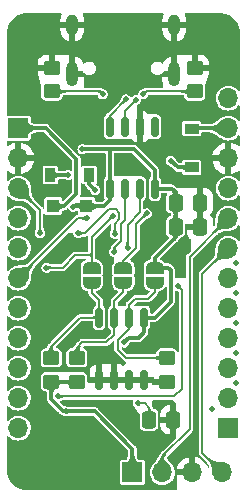
<source format=gbr>
%TF.GenerationSoftware,KiCad,Pcbnew,(6.0.8)*%
%TF.CreationDate,2023-05-03T15:07:47+02:00*%
%TF.ProjectId,Floppy Board v3.1,466c6f70-7079-4204-926f-617264207633,3.0*%
%TF.SameCoordinates,Original*%
%TF.FileFunction,Copper,L2,Bot*%
%TF.FilePolarity,Positive*%
%FSLAX46Y46*%
G04 Gerber Fmt 4.6, Leading zero omitted, Abs format (unit mm)*
G04 Created by KiCad (PCBNEW (6.0.8)) date 2023-05-03 15:07:47*
%MOMM*%
%LPD*%
G01*
G04 APERTURE LIST*
G04 Aperture macros list*
%AMRoundRect*
0 Rectangle with rounded corners*
0 $1 Rounding radius*
0 $2 $3 $4 $5 $6 $7 $8 $9 X,Y pos of 4 corners*
0 Add a 4 corners polygon primitive as box body*
4,1,4,$2,$3,$4,$5,$6,$7,$8,$9,$2,$3,0*
0 Add four circle primitives for the rounded corners*
1,1,$1+$1,$2,$3*
1,1,$1+$1,$4,$5*
1,1,$1+$1,$6,$7*
1,1,$1+$1,$8,$9*
0 Add four rect primitives between the rounded corners*
20,1,$1+$1,$2,$3,$4,$5,0*
20,1,$1+$1,$4,$5,$6,$7,0*
20,1,$1+$1,$6,$7,$8,$9,0*
20,1,$1+$1,$8,$9,$2,$3,0*%
%AMFreePoly0*
4,1,22,0.500000,-0.750000,0.000000,-0.750000,0.000000,-0.745033,-0.079941,-0.743568,-0.215256,-0.701293,-0.333266,-0.622738,-0.424486,-0.514219,-0.481581,-0.384460,-0.499164,-0.250000,-0.500000,-0.250000,-0.500000,0.250000,-0.499164,0.250000,-0.499963,0.256109,-0.478152,0.396186,-0.417904,0.524511,-0.324060,0.630769,-0.204165,0.706417,-0.067858,0.745374,0.000000,0.744959,0.000000,0.750000,
0.500000,0.750000,0.500000,-0.750000,0.500000,-0.750000,$1*%
%AMFreePoly1*
4,1,20,0.000000,0.744959,0.073905,0.744508,0.209726,0.703889,0.328688,0.626782,0.421226,0.519385,0.479903,0.390333,0.500000,0.250000,0.500000,-0.250000,0.499851,-0.262216,0.476331,-0.402017,0.414519,-0.529596,0.319384,-0.634700,0.198574,-0.708877,0.061801,-0.746166,0.000000,-0.745033,0.000000,-0.750000,-0.500000,-0.750000,-0.500000,0.750000,0.000000,0.750000,0.000000,0.744959,
0.000000,0.744959,$1*%
G04 Aperture macros list end*
%TA.AperFunction,ComponentPad*%
%ADD10R,1.700000X1.700000*%
%TD*%
%TA.AperFunction,ComponentPad*%
%ADD11O,1.700000X1.700000*%
%TD*%
%TA.AperFunction,ComponentPad*%
%ADD12O,1.000000X2.100000*%
%TD*%
%TA.AperFunction,ComponentPad*%
%ADD13O,1.000000X1.800000*%
%TD*%
%TA.AperFunction,SMDPad,CuDef*%
%ADD14RoundRect,0.250000X-0.450000X0.350000X-0.450000X-0.350000X0.450000X-0.350000X0.450000X0.350000X0*%
%TD*%
%TA.AperFunction,SMDPad,CuDef*%
%ADD15RoundRect,0.150000X0.150000X-0.675000X0.150000X0.675000X-0.150000X0.675000X-0.150000X-0.675000X0*%
%TD*%
%TA.AperFunction,SMDPad,CuDef*%
%ADD16FreePoly0,90.000000*%
%TD*%
%TA.AperFunction,SMDPad,CuDef*%
%ADD17FreePoly1,90.000000*%
%TD*%
%TA.AperFunction,SMDPad,CuDef*%
%ADD18RoundRect,0.250000X-0.337500X-0.475000X0.337500X-0.475000X0.337500X0.475000X-0.337500X0.475000X0*%
%TD*%
%TA.AperFunction,SMDPad,CuDef*%
%ADD19R,1.200000X0.900000*%
%TD*%
%TA.AperFunction,SMDPad,CuDef*%
%ADD20R,0.900000X1.200000*%
%TD*%
%TA.AperFunction,SMDPad,CuDef*%
%ADD21RoundRect,0.150000X-0.150000X0.675000X-0.150000X-0.675000X0.150000X-0.675000X0.150000X0.675000X0*%
%TD*%
%TA.AperFunction,SMDPad,CuDef*%
%ADD22RoundRect,0.250000X0.450000X-0.350000X0.450000X0.350000X-0.450000X0.350000X-0.450000X-0.350000X0*%
%TD*%
%TA.AperFunction,SMDPad,CuDef*%
%ADD23R,1.100000X1.100000*%
%TD*%
%TA.AperFunction,ViaPad*%
%ADD24C,0.460000*%
%TD*%
%TA.AperFunction,Conductor*%
%ADD25C,0.300000*%
%TD*%
%TA.AperFunction,Conductor*%
%ADD26C,0.200000*%
%TD*%
G04 APERTURE END LIST*
D10*
%TO.P,J1,1,Pin_1*%
%TO.N,+3V3*%
X162822000Y-110938000D03*
D11*
%TO.P,J1,2,Pin_2*%
%TO.N,PA14{slash}SWCLK{slash}BOOT0*%
X165362000Y-110938000D03*
%TO.P,J1,3,Pin_3*%
%TO.N,GND*%
X167902000Y-110938000D03*
%TO.P,J1,4,Pin_4*%
%TO.N,PA13{slash}SWDIO*%
X170442000Y-110938000D03*
%TD*%
D12*
%TO.P,J2,13,SHIELD*%
%TO.N,GND*%
X157737000Y-77230500D03*
D13*
X157737000Y-73050500D03*
D12*
X166377000Y-77230500D03*
D13*
X166377000Y-73050500D03*
%TD*%
D10*
%TO.P,J4,1,Pin_1*%
%TO.N,PA5*%
X170942000Y-107188000D03*
D11*
%TO.P,J4,2,Pin_2*%
%TO.N,PA6*%
X170942000Y-104648000D03*
%TO.P,J4,3,Pin_3*%
%TO.N,PA7*%
X170942000Y-102108000D03*
%TO.P,J4,4,Pin_4*%
%TO.N,PB0*%
X170942000Y-99568000D03*
%TO.P,J4,5,Pin_5*%
%TO.N,PA11*%
X170942000Y-97028000D03*
%TO.P,J4,6,Pin_6*%
%TO.N,PA12*%
X170942000Y-94488000D03*
%TO.P,J4,7,Pin_7*%
%TO.N,PA13{slash}SWDIO*%
X170942000Y-91948000D03*
%TO.P,J4,8,Pin_8*%
%TO.N,PA14{slash}SWCLK{slash}BOOT0*%
X170942000Y-89408000D03*
%TO.P,J4,9,Pin_9*%
%TO.N,PB3*%
X170942000Y-86868000D03*
%TO.P,J4,10,Pin_10*%
%TO.N,GND*%
X170942000Y-84328000D03*
%TO.P,J4,11,Pin_11*%
%TO.N,VCC*%
X170942000Y-81788000D03*
%TO.P,J4,12,Pin_12*%
%TO.N,VBUS*%
X170942000Y-79248000D03*
%TD*%
D14*
%TO.P,R1,1*%
%TO.N,/WP*%
X165735000Y-101235000D03*
%TO.P,R1,2*%
%TO.N,GND*%
X165735000Y-103235000D03*
%TD*%
D15*
%TO.P,U2,1,A0*%
%TO.N,GND*%
X163830000Y-103082000D03*
%TO.P,U2,2,A1*%
X162560000Y-103082000D03*
%TO.P,U2,3,A2*%
X161290000Y-103082000D03*
%TO.P,U2,4,GND*%
X160020000Y-103082000D03*
%TO.P,U2,5,SDA*%
%TO.N,Net-(JP1-Pad1)*%
X160020000Y-97832000D03*
%TO.P,U2,6,SCL*%
%TO.N,Net-(JP2-Pad1)*%
X161290000Y-97832000D03*
%TO.P,U2,7,WP*%
%TO.N,/WP*%
X162560000Y-97832000D03*
%TO.P,U2,8,VCC*%
%TO.N,+3V3*%
X163830000Y-97832000D03*
%TD*%
D14*
%TO.P,R2,1*%
%TO.N,Net-(JP1-Pad1)*%
X155956000Y-101235000D03*
%TO.P,R2,2*%
%TO.N,+3V3*%
X155956000Y-103235000D03*
%TD*%
D16*
%TO.P,JP1,1,A*%
%TO.N,Net-(JP1-Pad1)*%
X159385000Y-94884000D03*
D17*
%TO.P,JP1,2,B*%
%TO.N,PC14*%
X159385000Y-93584000D03*
%TD*%
D18*
%TO.P,C8,1*%
%TO.N,+3V3*%
X166475500Y-90119200D03*
%TO.P,C8,2*%
%TO.N,GND*%
X168550500Y-90119200D03*
%TD*%
%TO.P,C3,1*%
%TO.N,NRST*%
X164214900Y-106476800D03*
%TO.P,C3,2*%
%TO.N,GND*%
X166289900Y-106476800D03*
%TD*%
D19*
%TO.P,D1,1,K*%
%TO.N,VBUS*%
X167843200Y-85114400D03*
%TO.P,D1,2,A*%
%TO.N,VCC*%
X167843200Y-81814400D03*
%TD*%
D20*
%TO.P,D5,1,K*%
%TO.N,VBUS*%
X159180800Y-85750400D03*
%TO.P,D5,2,A*%
%TO.N,/VBUS_FUSED*%
X155880800Y-85750400D03*
%TD*%
D21*
%TO.P,U4,1,UD+*%
%TO.N,/D+*%
X160909000Y-81652200D03*
%TO.P,U4,2,UD-*%
%TO.N,/D-*%
X162179000Y-81652200D03*
%TO.P,U4,3,GND*%
%TO.N,GND*%
X163449000Y-81652200D03*
%TO.P,U4,4,RTS#*%
%TO.N,unconnected-(U4-Pad4)*%
X164719000Y-81652200D03*
%TO.P,U4,5,VCC*%
%TO.N,+3V3*%
X164719000Y-86902200D03*
%TO.P,U4,6,TXD*%
%TO.N,PA3{slash}RX2*%
X163449000Y-86902200D03*
%TO.P,U4,7,RXD*%
%TO.N,PA2{slash}TX2*%
X162179000Y-86902200D03*
%TO.P,U4,8,V3*%
%TO.N,+3V3*%
X160909000Y-86902200D03*
%TD*%
D22*
%TO.P,R7,1*%
%TO.N,Net-(J2-Pad4)*%
X168097200Y-78673200D03*
%TO.P,R7,2*%
%TO.N,GND*%
X168097200Y-76673200D03*
%TD*%
D14*
%TO.P,R6,1*%
%TO.N,GND*%
X156006800Y-76673200D03*
%TO.P,R6,2*%
%TO.N,Net-(J2-Pad10)*%
X156006800Y-78673200D03*
%TD*%
D16*
%TO.P,JP2,1,A*%
%TO.N,Net-(JP2-Pad1)*%
X162052000Y-94884000D03*
D17*
%TO.P,JP2,2,B*%
%TO.N,PB7*%
X162052000Y-93584000D03*
%TD*%
D22*
%TO.P,R3,1*%
%TO.N,+3V3*%
X158115000Y-103235000D03*
%TO.P,R3,2*%
%TO.N,Net-(JP2-Pad1)*%
X158115000Y-101235000D03*
%TD*%
D23*
%TO.P,D3,1,K*%
%TO.N,VDD*%
X156130800Y-88392000D03*
%TO.P,D3,2,A*%
%TO.N,+3V3*%
X158930800Y-88392000D03*
%TD*%
D10*
%TO.P,J3,1,Pin_1*%
%TO.N,VDD*%
X153162000Y-81788000D03*
D11*
%TO.P,J3,2,Pin_2*%
%TO.N,GND*%
X153162000Y-84328000D03*
%TO.P,J3,3,Pin_3*%
%TO.N,NRST*%
X153162000Y-86868000D03*
%TO.P,J3,4,Pin_4*%
%TO.N,PB7*%
X153162000Y-89408000D03*
%TO.P,J3,5,Pin_5*%
%TO.N,PC14*%
X153162000Y-91948000D03*
%TO.P,J3,6,Pin_6*%
%TO.N,PC15*%
X153162000Y-94488000D03*
%TO.P,J3,7,Pin_7*%
%TO.N,PA0*%
X153162000Y-97028000D03*
%TO.P,J3,8,Pin_8*%
%TO.N,PA1*%
X153162000Y-99568000D03*
%TO.P,J3,9,Pin_9*%
%TO.N,PA2{slash}TX2*%
X153162000Y-102108000D03*
%TO.P,J3,10,Pin_10*%
%TO.N,PA3{slash}RX2*%
X153162000Y-104648000D03*
%TO.P,J3,11,Pin_11*%
%TO.N,PA4*%
X153162000Y-107188000D03*
%TD*%
D16*
%TO.P,JP3,1,A*%
%TO.N,/WP*%
X164719000Y-94884000D03*
D17*
%TO.P,JP3,2,B*%
%TO.N,+3V3*%
X164719000Y-93584000D03*
%TD*%
D18*
%TO.P,C9,1*%
%TO.N,+3V3*%
X166475500Y-88087200D03*
%TO.P,C9,2*%
%TO.N,GND*%
X168550500Y-88087200D03*
%TD*%
D24*
%TO.N,+3V3*%
X157175200Y-105765600D03*
X158597600Y-83566000D03*
X157813569Y-88420769D03*
X162132364Y-99931664D03*
%TO.N,GND*%
X165252400Y-105025100D03*
X162052000Y-105410000D03*
X164642800Y-96520000D03*
X162847500Y-100177600D03*
X154686000Y-104267000D03*
X164998400Y-99923600D03*
X171577000Y-100838000D03*
X171577000Y-98298000D03*
X170307000Y-73533000D03*
X170307000Y-76708000D03*
X156337000Y-92938600D03*
X171577000Y-93218000D03*
X160731200Y-95300800D03*
X154686000Y-99314000D03*
X154228800Y-110286800D03*
X168656000Y-83312000D03*
X152552400Y-98298000D03*
X153797000Y-90678000D03*
X152501600Y-88188800D03*
X171577000Y-95758000D03*
X158953200Y-105105200D03*
X171602400Y-88138000D03*
X158597600Y-110337600D03*
X171577000Y-90678000D03*
X153924000Y-78994000D03*
X162052000Y-74523600D03*
X153924000Y-73660000D03*
X163626800Y-92430600D03*
X159512000Y-99237800D03*
X162061005Y-101709200D03*
X169646600Y-89154000D03*
X165963600Y-97556500D03*
X154686000Y-101981000D03*
X157302200Y-97510600D03*
X164211000Y-109601000D03*
X154711400Y-94310200D03*
X171577000Y-103378000D03*
X169545000Y-105537000D03*
X164287200Y-90322400D03*
%TO.N,NRST*%
X163302401Y-105085431D03*
X158242000Y-90678000D03*
X154990800Y-90678000D03*
X161340800Y-90728800D03*
%TO.N,VBUS*%
X159664400Y-87020400D03*
X166065200Y-84531200D03*
%TO.N,PC15*%
X158943869Y-89417331D03*
%TO.N,PA2{slash}TX2*%
X161290000Y-92252800D03*
%TO.N,PA3{slash}RX2*%
X162414186Y-91903786D03*
%TO.N,/VBUS_FUSED*%
X157378400Y-85750400D03*
%TO.N,Net-(J2-Pad4)*%
X163728400Y-78917800D03*
%TO.N,/D-*%
X163118800Y-79375000D03*
%TO.N,/D+*%
X162280600Y-79349600D03*
%TO.N,Net-(J2-Pad10)*%
X160299400Y-78917800D03*
%TO.N,PB7*%
X164033200Y-89001600D03*
%TO.N,PC14*%
X161182786Y-89188571D03*
X155549600Y-93599000D03*
%TO.N,PA4*%
X166725600Y-95148400D03*
X156535500Y-104495600D03*
%TD*%
D25*
%TO.N,+3V3*%
X158597600Y-83566000D02*
X158611595Y-83552005D01*
X164719000Y-92786200D02*
X164719000Y-93584000D01*
X160426400Y-88392000D02*
X160909000Y-87909400D01*
X162952405Y-83552005D02*
X164719000Y-85318600D01*
X166475500Y-91029700D02*
X164719000Y-92786200D01*
X155956000Y-104736344D02*
X155956000Y-103235000D01*
X166150200Y-86902200D02*
X164719000Y-86902200D01*
X160909000Y-83563410D02*
X160920405Y-83552005D01*
X160909000Y-83743800D02*
X160909000Y-83563410D01*
X166475500Y-88087200D02*
X166475500Y-87227500D01*
X162546828Y-99517200D02*
X163372800Y-99517200D01*
X161202395Y-83552005D02*
X162952405Y-83552005D01*
X160694395Y-83552005D02*
X160920405Y-83552005D01*
X158611595Y-83552005D02*
X160694395Y-83552005D01*
X164719000Y-85318600D02*
X164719000Y-86902200D01*
X166065200Y-96469200D02*
X164702400Y-97832000D01*
X166475500Y-90119200D02*
X166475500Y-88087200D01*
X156985256Y-105765600D02*
X155956000Y-104736344D01*
X161100795Y-83552005D02*
X161202395Y-83552005D01*
X163372800Y-99517200D02*
X163830000Y-99060000D01*
X157813569Y-88420769D02*
X157842338Y-88392000D01*
X160909000Y-83743800D02*
X161100795Y-83552005D01*
X159664400Y-105765600D02*
X162822000Y-108923200D01*
X166065200Y-93827600D02*
X166065200Y-96469200D01*
X166475500Y-90119200D02*
X166475500Y-91029700D01*
X164702400Y-97832000D02*
X163830000Y-97832000D01*
X157175200Y-105765600D02*
X159664400Y-105765600D01*
X155956000Y-103235000D02*
X158115000Y-103235000D01*
X157842338Y-88392000D02*
X158930800Y-88392000D01*
X158930800Y-88392000D02*
X160426400Y-88392000D01*
X162132364Y-99931664D02*
X162546828Y-99517200D01*
X166475500Y-87227500D02*
X166150200Y-86902200D01*
X157175200Y-105765600D02*
X156985256Y-105765600D01*
X162822000Y-108923200D02*
X162822000Y-110938000D01*
X165821600Y-93584000D02*
X166065200Y-93827600D01*
X160909000Y-83743800D02*
X160717205Y-83552005D01*
X160909000Y-86902200D02*
X160909000Y-83743800D01*
X163830000Y-99060000D02*
X163830000Y-97832000D01*
X164719000Y-93584000D02*
X165821600Y-93584000D01*
X160909000Y-87909400D02*
X160909000Y-86902200D01*
X160920405Y-83552005D02*
X161202395Y-83552005D01*
X160717205Y-83552005D02*
X160694395Y-83552005D01*
D26*
%TO.N,NRST*%
X154990800Y-88696800D02*
X153162000Y-86868000D01*
X154990800Y-90678000D02*
X154990800Y-88696800D01*
X161401820Y-88630114D02*
X161712286Y-88940580D01*
X161340800Y-89858314D02*
X161340800Y-90728800D01*
X161712286Y-88940580D02*
X161712286Y-89486828D01*
X163302401Y-105085431D02*
X163861031Y-105085431D01*
X160848686Y-88630114D02*
X161401820Y-88630114D01*
X163861031Y-105085431D02*
X164214900Y-105439300D01*
X158800800Y-90678000D02*
X160848686Y-88630114D01*
X161712286Y-89486828D02*
X161340800Y-89858314D01*
X158242000Y-90678000D02*
X158800800Y-90678000D01*
X164214900Y-105439300D02*
X164214900Y-106476800D01*
%TO.N,PA14{slash}SWCLK{slash}BOOT0*%
X167690800Y-107254800D02*
X165362000Y-109583600D01*
X170942000Y-89408000D02*
X167690800Y-92659200D01*
X165362000Y-109583600D02*
X165362000Y-110938000D01*
X167690800Y-92659200D02*
X167690800Y-107254800D01*
D25*
%TO.N,VBUS*%
X166648400Y-85114400D02*
X167843200Y-85114400D01*
X166065200Y-84531200D02*
X166648400Y-85114400D01*
X159180800Y-85750400D02*
X159180800Y-86536800D01*
X159180800Y-86536800D02*
X159664400Y-87020400D01*
%TO.N,VCC*%
X167843200Y-81814400D02*
X167869600Y-81788000D01*
X167869600Y-81788000D02*
X170942000Y-81788000D01*
D26*
%TO.N,PC15*%
X158943869Y-89417331D02*
X158232669Y-89417331D01*
X158232669Y-89417331D02*
X153162000Y-94488000D01*
%TO.N,PA2{slash}TX2*%
X162179000Y-89585800D02*
X161899600Y-89865200D01*
X161899600Y-91338400D02*
X161290000Y-91948000D01*
X161899600Y-89865200D02*
X161899600Y-91338400D01*
X162179000Y-86902200D02*
X162179000Y-89585800D01*
X161290000Y-91948000D02*
X161290000Y-92252800D01*
D25*
%TO.N,VDD*%
X158089600Y-87325200D02*
X157022800Y-88392000D01*
X158089600Y-84378800D02*
X158089600Y-87325200D01*
X153162000Y-81788000D02*
X155498800Y-81788000D01*
X155498800Y-81788000D02*
X158089600Y-84378800D01*
X157022800Y-88392000D02*
X156130800Y-88392000D01*
D26*
%TO.N,PA3{slash}RX2*%
X162414186Y-89960214D02*
X163449000Y-88925400D01*
X163449000Y-88925400D02*
X163449000Y-86902200D01*
X162414186Y-91903786D02*
X162414186Y-89960214D01*
D25*
%TO.N,/VBUS_FUSED*%
X157378400Y-85750400D02*
X155880800Y-85750400D01*
D26*
%TO.N,Net-(J2-Pad4)*%
X163728400Y-78917800D02*
X163973000Y-78673200D01*
X163973000Y-78673200D02*
X168097200Y-78673200D01*
%TO.N,/D-*%
X162179000Y-80314800D02*
X162179000Y-81652200D01*
X163118800Y-79375000D02*
X162179000Y-80314800D01*
%TO.N,/D+*%
X160909000Y-80721200D02*
X160909000Y-81652200D01*
X162280600Y-79349600D02*
X160909000Y-80721200D01*
%TO.N,Net-(J2-Pad10)*%
X160054800Y-78673200D02*
X156006800Y-78673200D01*
X160299400Y-78917800D02*
X160054800Y-78673200D01*
%TO.N,PB7*%
X163169600Y-91897200D02*
X162052000Y-93014800D01*
X162052000Y-93014800D02*
X162052000Y-93584000D01*
X163169600Y-89865200D02*
X163169600Y-91897200D01*
X164033200Y-89001600D02*
X163169600Y-89865200D01*
%TO.N,PC14*%
X161182786Y-89188571D02*
X159385000Y-90986357D01*
X155549600Y-93599000D02*
X156921200Y-93599000D01*
X157988000Y-92532200D02*
X159232600Y-92532200D01*
X159232600Y-92532200D02*
X159385000Y-92684600D01*
X159385000Y-92532200D02*
X159385000Y-92379800D01*
X159385000Y-92684600D02*
X159385000Y-92532200D01*
X159232600Y-92532200D02*
X159385000Y-92532200D01*
X159232600Y-92532200D02*
X159385000Y-92379800D01*
X159385000Y-90986357D02*
X159385000Y-93584000D01*
X159385000Y-93584000D02*
X159385000Y-92684600D01*
X156921200Y-93599000D02*
X157988000Y-92532200D01*
%TO.N,PA4*%
X167030400Y-103835200D02*
X167030400Y-95453200D01*
X156535500Y-104495600D02*
X166370000Y-104495600D01*
X167030400Y-95453200D02*
X166725600Y-95148400D01*
X166370000Y-104495600D02*
X167030400Y-103835200D01*
%TO.N,PA13{slash}SWDIO*%
X168757600Y-94132400D02*
X170942000Y-91948000D01*
X170442000Y-110938000D02*
X168757600Y-109253600D01*
X168757600Y-109253600D02*
X168757600Y-94132400D01*
%TO.N,Net-(JP1-Pad1)*%
X155956000Y-100279200D02*
X158403200Y-97832000D01*
X160020000Y-97832000D02*
X160020000Y-96367600D01*
X159385000Y-95732600D02*
X159385000Y-94884000D01*
X158403200Y-97832000D02*
X160020000Y-97832000D01*
X155956000Y-101235000D02*
X155956000Y-100279200D01*
X160020000Y-96367600D02*
X159385000Y-95732600D01*
%TO.N,Net-(JP2-Pad1)*%
X161290000Y-96418400D02*
X161290000Y-97832000D01*
X161290000Y-99263200D02*
X161290000Y-97832000D01*
X158597600Y-99923600D02*
X160629600Y-99923600D01*
X162052000Y-95656400D02*
X161290000Y-96418400D01*
X162052000Y-94884000D02*
X162052000Y-95656400D01*
X158115000Y-101235000D02*
X158115000Y-100406200D01*
X160629600Y-99923600D02*
X161290000Y-99263200D01*
X158115000Y-100406200D02*
X158597600Y-99923600D01*
%TO.N,/WP*%
X162560000Y-97832000D02*
X162560000Y-96723200D01*
X162560000Y-98755200D02*
X161594800Y-99720400D01*
X163068000Y-96215200D02*
X164134800Y-96215200D01*
X162560000Y-96723200D02*
X163068000Y-96215200D01*
X162296600Y-101235000D02*
X165735000Y-101235000D01*
X164719000Y-95631000D02*
X164719000Y-94884000D01*
X162560000Y-97832000D02*
X162560000Y-98755200D01*
X161594800Y-100533200D02*
X162296600Y-101235000D01*
X164134800Y-96215200D02*
X164719000Y-95631000D01*
X161594800Y-99720400D02*
X161594800Y-100533200D01*
%TD*%
%TA.AperFunction,Conductor*%
%TO.N,GND*%
G36*
X161021994Y-89862723D02*
G01*
X161040300Y-89906917D01*
X161040300Y-90255058D01*
X161038785Y-90268735D01*
X161035083Y-90285242D01*
X161034530Y-90308101D01*
X161034328Y-90316445D01*
X161034128Y-90320150D01*
X161033694Y-90325327D01*
X161032017Y-90345337D01*
X161031460Y-90349930D01*
X161028931Y-90365836D01*
X161027871Y-90371054D01*
X161025381Y-90381103D01*
X161023841Y-90386332D01*
X161020801Y-90395203D01*
X161019099Y-90399617D01*
X161013817Y-90411900D01*
X161012434Y-90414893D01*
X161003141Y-90433689D01*
X161002429Y-90435085D01*
X160988257Y-90462023D01*
X160988224Y-90462084D01*
X160988131Y-90462261D01*
X160988089Y-90462340D01*
X160971799Y-90493328D01*
X160970901Y-90495036D01*
X160970102Y-90496572D01*
X160969999Y-90496772D01*
X160968991Y-90498756D01*
X160953803Y-90529049D01*
X160938005Y-90571864D01*
X160937771Y-90572813D01*
X160934811Y-90580482D01*
X160924877Y-90601640D01*
X160924193Y-90606035D01*
X160924192Y-90606037D01*
X160917944Y-90646166D01*
X160905905Y-90723486D01*
X160921895Y-90845760D01*
X160923688Y-90849836D01*
X160923689Y-90849838D01*
X160960622Y-90933775D01*
X160971559Y-90958632D01*
X160974424Y-90962040D01*
X160974425Y-90962042D01*
X161046595Y-91047898D01*
X161050907Y-91053028D01*
X161054612Y-91055494D01*
X161054614Y-91055496D01*
X161109069Y-91091744D01*
X161153559Y-91121359D01*
X161271263Y-91158132D01*
X161275713Y-91158214D01*
X161275716Y-91158214D01*
X161390112Y-91160311D01*
X161390115Y-91160311D01*
X161394558Y-91160392D01*
X161398849Y-91159222D01*
X161398850Y-91159222D01*
X161441370Y-91147629D01*
X161513530Y-91127956D01*
X161513542Y-91127998D01*
X161559608Y-91127275D01*
X161593960Y-91160565D01*
X161599100Y-91185386D01*
X161599100Y-91188040D01*
X161580794Y-91232234D01*
X161194995Y-91618034D01*
X161187860Y-91624168D01*
X161168986Y-91638066D01*
X161142292Y-91667316D01*
X161135527Y-91675113D01*
X161134780Y-91676019D01*
X161134554Y-91676308D01*
X161129051Y-91683333D01*
X161124042Y-91688987D01*
X161116445Y-91696584D01*
X161111820Y-91700576D01*
X161107731Y-91702575D01*
X161103807Y-91706805D01*
X161073620Y-91739347D01*
X161071993Y-91741036D01*
X161057752Y-91755277D01*
X161056125Y-91757648D01*
X161054281Y-91759867D01*
X161054211Y-91759808D01*
X161051534Y-91763156D01*
X161031599Y-91784646D01*
X161025829Y-91799109D01*
X161019318Y-91811303D01*
X161013772Y-91819387D01*
X161013771Y-91819390D01*
X161010508Y-91824146D01*
X161009176Y-91829761D01*
X161003739Y-91852670D01*
X161000983Y-91861387D01*
X160990117Y-91888622D01*
X160989500Y-91894915D01*
X160989500Y-91905357D01*
X160987811Y-91919787D01*
X160984931Y-91931924D01*
X160975296Y-91953371D01*
X160959027Y-91976577D01*
X160954701Y-91982066D01*
X160929435Y-92010674D01*
X160929433Y-92010677D01*
X160926485Y-92014015D01*
X160924593Y-92018045D01*
X160875969Y-92121609D01*
X160875968Y-92121612D01*
X160874077Y-92125640D01*
X160873392Y-92130039D01*
X160873014Y-92132464D01*
X160855105Y-92247486D01*
X160855682Y-92251898D01*
X160855682Y-92251900D01*
X160870259Y-92363366D01*
X160871095Y-92369760D01*
X160872888Y-92373836D01*
X160872889Y-92373838D01*
X160909041Y-92456000D01*
X160920759Y-92482632D01*
X160923624Y-92486040D01*
X160923625Y-92486042D01*
X160992798Y-92568333D01*
X161000107Y-92577028D01*
X161003812Y-92579494D01*
X161003814Y-92579496D01*
X161069150Y-92622987D01*
X161102759Y-92645359D01*
X161195339Y-92674283D01*
X161232062Y-92704933D01*
X161239200Y-92733938D01*
X161239200Y-93138609D01*
X161229147Y-93172603D01*
X161178358Y-93250961D01*
X161171898Y-93260927D01*
X161170965Y-93262946D01*
X161170964Y-93262948D01*
X161152599Y-93302696D01*
X161147586Y-93313545D01*
X161146952Y-93315664D01*
X161146950Y-93315670D01*
X161111514Y-93434165D01*
X161106550Y-93450763D01*
X161097983Y-93508086D01*
X161097969Y-93510299D01*
X161097969Y-93510305D01*
X161097864Y-93527530D01*
X161097108Y-93651307D01*
X161097410Y-93653511D01*
X161097440Y-93653975D01*
X161097572Y-93658036D01*
X161097572Y-94084000D01*
X161098171Y-94087010D01*
X161098171Y-94087013D01*
X161111303Y-94153030D01*
X161113133Y-94162231D01*
X161116552Y-94167348D01*
X161116553Y-94167350D01*
X161137886Y-94199277D01*
X161147218Y-94246193D01*
X161137886Y-94268723D01*
X161116553Y-94300650D01*
X161113133Y-94305769D01*
X161111933Y-94311803D01*
X161111932Y-94311805D01*
X161099422Y-94374700D01*
X161097572Y-94384000D01*
X161097572Y-94875141D01*
X161097571Y-94875522D01*
X161097108Y-94951307D01*
X161104974Y-95008732D01*
X161144331Y-95146441D01*
X161145235Y-95148462D01*
X161145238Y-95148470D01*
X161161048Y-95183813D01*
X161167999Y-95199351D01*
X161169179Y-95201221D01*
X161169181Y-95201225D01*
X161202672Y-95254304D01*
X161244425Y-95320479D01*
X161281992Y-95364620D01*
X161389343Y-95459428D01*
X161437785Y-95491248D01*
X161567430Y-95552117D01*
X161593468Y-95560078D01*
X161630378Y-95590503D01*
X161634963Y-95638119D01*
X161619388Y-95664040D01*
X161116445Y-96166984D01*
X161111820Y-96170976D01*
X161107731Y-96172975D01*
X161103807Y-96177205D01*
X161073620Y-96209747D01*
X161071993Y-96211436D01*
X161057752Y-96225677D01*
X161056125Y-96228048D01*
X161054281Y-96230267D01*
X161054211Y-96230208D01*
X161051534Y-96233556D01*
X161031599Y-96255046D01*
X161028338Y-96263220D01*
X161025829Y-96269509D01*
X161019318Y-96281703D01*
X161013772Y-96289787D01*
X161013771Y-96289790D01*
X161010508Y-96294546D01*
X161009176Y-96300161D01*
X161003739Y-96323070D01*
X161000983Y-96331787D01*
X160990117Y-96359022D01*
X160989500Y-96365315D01*
X160989500Y-96375757D01*
X160987811Y-96390188D01*
X160984660Y-96403466D01*
X160985438Y-96409182D01*
X160988929Y-96434834D01*
X160989500Y-96443262D01*
X160989500Y-96801458D01*
X160971194Y-96845652D01*
X160954545Y-96857561D01*
X160937780Y-96865792D01*
X160937779Y-96865793D01*
X160933145Y-96868068D01*
X160929499Y-96871720D01*
X160929498Y-96871721D01*
X160854355Y-96946995D01*
X160854353Y-96946997D01*
X160850707Y-96950650D01*
X160848439Y-96955290D01*
X160801886Y-97050528D01*
X160799464Y-97055482D01*
X160789500Y-97123782D01*
X160789500Y-98540218D01*
X160799642Y-98609112D01*
X160851068Y-98713855D01*
X160854720Y-98717501D01*
X160854721Y-98717502D01*
X160929995Y-98792645D01*
X160929997Y-98792647D01*
X160933650Y-98796293D01*
X160954448Y-98806459D01*
X160986113Y-98842314D01*
X160989500Y-98862610D01*
X160989500Y-99112840D01*
X160971194Y-99157034D01*
X160523435Y-99604794D01*
X160479241Y-99623100D01*
X158652652Y-99623100D01*
X158646564Y-99622653D01*
X158642258Y-99621175D01*
X158592158Y-99623056D01*
X158589813Y-99623100D01*
X158569652Y-99623100D01*
X158566826Y-99623626D01*
X158563957Y-99623891D01*
X158563949Y-99623800D01*
X158559682Y-99624275D01*
X158536159Y-99625158D01*
X158536157Y-99625158D01*
X158530391Y-99625375D01*
X158525086Y-99627654D01*
X158525087Y-99627654D01*
X158516091Y-99631519D01*
X158502860Y-99635539D01*
X158487547Y-99638391D01*
X158482637Y-99641418D01*
X158482636Y-99641418D01*
X158462595Y-99653772D01*
X158454470Y-99657993D01*
X158431591Y-99667822D01*
X158431589Y-99667823D01*
X158427537Y-99669564D01*
X158422651Y-99673578D01*
X158415269Y-99680960D01*
X158403870Y-99689970D01*
X158397167Y-99694102D01*
X158392252Y-99697132D01*
X158388759Y-99701726D01*
X158373088Y-99722334D01*
X158367532Y-99728697D01*
X158176516Y-99919713D01*
X158167987Y-99926844D01*
X158150565Y-99938950D01*
X158148435Y-99941159D01*
X158076659Y-100015599D01*
X158067247Y-100025360D01*
X158064545Y-100028217D01*
X158064223Y-100028564D01*
X158061276Y-100031808D01*
X158055767Y-100038005D01*
X158037298Y-100058779D01*
X158034782Y-100061447D01*
X157941445Y-100154784D01*
X157936820Y-100158776D01*
X157932731Y-100160775D01*
X157928807Y-100165005D01*
X157898620Y-100197547D01*
X157896993Y-100199236D01*
X157882752Y-100213477D01*
X157881125Y-100215848D01*
X157879281Y-100218067D01*
X157879211Y-100218008D01*
X157876534Y-100221356D01*
X157856599Y-100242846D01*
X157850829Y-100257309D01*
X157844318Y-100269503D01*
X157838772Y-100277587D01*
X157838771Y-100277590D01*
X157835508Y-100282346D01*
X157834176Y-100287961D01*
X157834175Y-100287962D01*
X157828740Y-100310866D01*
X157825975Y-100319607D01*
X157824712Y-100322771D01*
X157817450Y-100336031D01*
X157816516Y-100337333D01*
X157816508Y-100337344D01*
X157816072Y-100337953D01*
X157773003Y-100398427D01*
X157772300Y-100399393D01*
X157765012Y-100409223D01*
X157723986Y-100433822D01*
X157714806Y-100434500D01*
X157611166Y-100434500D01*
X157609710Y-100434638D01*
X157609702Y-100434638D01*
X157596058Y-100435928D01*
X157579631Y-100437481D01*
X157525824Y-100456377D01*
X157456226Y-100480817D01*
X157456224Y-100480818D01*
X157451816Y-100482366D01*
X157342850Y-100562850D01*
X157262366Y-100671816D01*
X157260818Y-100676224D01*
X157260817Y-100676226D01*
X157241570Y-100731035D01*
X157217481Y-100799631D01*
X157214500Y-100831166D01*
X157214500Y-101638834D01*
X157217481Y-101670369D01*
X157230934Y-101708677D01*
X157247429Y-101755648D01*
X157262366Y-101798184D01*
X157342850Y-101907150D01*
X157451816Y-101987634D01*
X157456224Y-101989182D01*
X157456226Y-101989183D01*
X157525824Y-102013623D01*
X157579631Y-102032519D01*
X157596058Y-102034072D01*
X157609702Y-102035362D01*
X157609710Y-102035362D01*
X157611166Y-102035500D01*
X158618834Y-102035500D01*
X158620290Y-102035362D01*
X158620298Y-102035362D01*
X158633942Y-102034072D01*
X158650369Y-102032519D01*
X158704176Y-102013623D01*
X158773774Y-101989183D01*
X158773776Y-101989182D01*
X158778184Y-101987634D01*
X158887150Y-101907150D01*
X158967634Y-101798184D01*
X158982572Y-101755648D01*
X158999066Y-101708677D01*
X159012519Y-101670369D01*
X159015500Y-101638834D01*
X159015500Y-100831166D01*
X159012519Y-100799631D01*
X158988430Y-100731035D01*
X158969183Y-100676226D01*
X158969182Y-100676224D01*
X158967634Y-100671816D01*
X158887150Y-100562850D01*
X158778184Y-100482366D01*
X158773776Y-100480818D01*
X158773774Y-100480817D01*
X158653955Y-100438740D01*
X158653953Y-100438739D01*
X158650369Y-100437481D01*
X158646587Y-100437123D01*
X158645819Y-100436955D01*
X158606575Y-100409602D01*
X158598168Y-100362512D01*
X158604819Y-100345130D01*
X158605554Y-100343831D01*
X158615756Y-100330415D01*
X158703765Y-100242406D01*
X158747959Y-100224100D01*
X160574548Y-100224100D01*
X160580636Y-100224547D01*
X160584942Y-100226025D01*
X160635054Y-100224144D01*
X160637398Y-100224100D01*
X160657548Y-100224100D01*
X160660375Y-100223574D01*
X160663242Y-100223309D01*
X160663250Y-100223400D01*
X160667512Y-100222926D01*
X160669325Y-100222858D01*
X160696808Y-100221826D01*
X160711118Y-100215678D01*
X160724346Y-100211660D01*
X160733978Y-100209866D01*
X160739653Y-100208809D01*
X160764616Y-100193422D01*
X160772717Y-100189213D01*
X160799663Y-100177636D01*
X160804549Y-100173622D01*
X160811931Y-100166240D01*
X160823330Y-100157230D01*
X160830033Y-100153098D01*
X160830034Y-100153097D01*
X160834948Y-100150068D01*
X160854112Y-100124866D01*
X160859668Y-100118503D01*
X161187606Y-99790565D01*
X161231800Y-99772259D01*
X161275994Y-99790565D01*
X161294300Y-99834759D01*
X161294300Y-100478148D01*
X161293853Y-100484236D01*
X161292375Y-100488542D01*
X161292592Y-100494310D01*
X161294256Y-100538654D01*
X161294300Y-100540998D01*
X161294300Y-100561148D01*
X161294826Y-100563975D01*
X161295091Y-100566842D01*
X161295000Y-100566850D01*
X161295474Y-100571112D01*
X161296574Y-100600408D01*
X161298851Y-100605707D01*
X161302722Y-100614718D01*
X161306740Y-100627946D01*
X161309591Y-100643253D01*
X161324978Y-100668216D01*
X161329187Y-100676317D01*
X161340764Y-100703263D01*
X161344778Y-100708149D01*
X161352160Y-100715531D01*
X161361170Y-100726930D01*
X161365302Y-100733633D01*
X161368332Y-100738548D01*
X161372926Y-100742041D01*
X161393534Y-100757712D01*
X161399897Y-100763268D01*
X162045184Y-101408555D01*
X162049176Y-101413180D01*
X162051175Y-101417269D01*
X162055405Y-101421193D01*
X162087947Y-101451380D01*
X162089636Y-101453007D01*
X162103877Y-101467248D01*
X162105721Y-101468513D01*
X162127936Y-101510704D01*
X162128200Y-101516443D01*
X162128200Y-101689900D01*
X162109894Y-101734094D01*
X162065700Y-101752400D01*
X161544000Y-101752400D01*
X161544000Y-102815569D01*
X161547641Y-102824359D01*
X161556431Y-102828000D01*
X164615500Y-102828000D01*
X164659694Y-102846306D01*
X164678000Y-102890500D01*
X164678000Y-102968569D01*
X164681641Y-102977359D01*
X164690431Y-102981000D01*
X165926500Y-102981000D01*
X165970694Y-102999306D01*
X165989000Y-103043500D01*
X165989000Y-103426500D01*
X165970694Y-103470694D01*
X165926500Y-103489000D01*
X164549500Y-103489000D01*
X164505306Y-103470694D01*
X164487000Y-103426500D01*
X164487000Y-103348431D01*
X164483359Y-103339641D01*
X164474569Y-103336000D01*
X159482445Y-103336000D01*
X159461200Y-103331774D01*
X159461200Y-103327200D01*
X159078000Y-103327200D01*
X159033806Y-103308894D01*
X159015500Y-103264700D01*
X159015500Y-102831166D01*
X159014026Y-102815569D01*
X159212000Y-102815569D01*
X159215641Y-102824359D01*
X159224431Y-102828000D01*
X159753569Y-102828000D01*
X159762359Y-102824359D01*
X159766000Y-102815569D01*
X160274000Y-102815569D01*
X160277641Y-102824359D01*
X160286431Y-102828000D01*
X161023569Y-102828000D01*
X161032359Y-102824359D01*
X161036000Y-102815569D01*
X161036000Y-101752400D01*
X160274000Y-101752400D01*
X160274000Y-102815569D01*
X159766000Y-102815569D01*
X159766000Y-101764438D01*
X159762359Y-101755648D01*
X159758693Y-101754130D01*
X159610378Y-101797220D01*
X159603217Y-101800319D01*
X159466885Y-101880944D01*
X159460721Y-101885726D01*
X159348726Y-101997721D01*
X159343944Y-102003885D01*
X159263319Y-102140217D01*
X159260220Y-102147378D01*
X159215826Y-102300180D01*
X159214684Y-102306434D01*
X159212098Y-102339303D01*
X159212000Y-102341782D01*
X159212000Y-102815569D01*
X159014026Y-102815569D01*
X159012519Y-102799631D01*
X158982213Y-102713331D01*
X158969183Y-102676226D01*
X158969182Y-102676224D01*
X158967634Y-102671816D01*
X158887150Y-102562850D01*
X158778184Y-102482366D01*
X158773776Y-102480818D01*
X158773774Y-102480817D01*
X158704176Y-102456377D01*
X158650369Y-102437481D01*
X158633942Y-102435928D01*
X158620298Y-102434638D01*
X158620290Y-102434638D01*
X158618834Y-102434500D01*
X157611166Y-102434500D01*
X157609710Y-102434638D01*
X157609702Y-102434638D01*
X157579631Y-102437481D01*
X157579618Y-102437345D01*
X157571735Y-102438200D01*
X156499265Y-102438200D01*
X156491382Y-102437345D01*
X156491369Y-102437481D01*
X156461298Y-102434638D01*
X156461290Y-102434638D01*
X156459834Y-102434500D01*
X155452166Y-102434500D01*
X155450710Y-102434638D01*
X155450702Y-102434638D01*
X155437058Y-102435928D01*
X155420631Y-102437481D01*
X155366824Y-102456377D01*
X155297226Y-102480817D01*
X155297224Y-102480818D01*
X155292816Y-102482366D01*
X155183850Y-102562850D01*
X155103366Y-102671816D01*
X155101818Y-102676224D01*
X155101817Y-102676226D01*
X155088787Y-102713331D01*
X155058481Y-102799631D01*
X155055500Y-102831166D01*
X155055500Y-103638834D01*
X155058481Y-103670369D01*
X155060071Y-103674897D01*
X155094481Y-103772882D01*
X155103366Y-103798184D01*
X155183850Y-103907150D01*
X155292816Y-103987634D01*
X155297224Y-103989182D01*
X155297226Y-103989183D01*
X155344853Y-104005908D01*
X155420631Y-104032519D01*
X155437058Y-104034072D01*
X155450702Y-104035362D01*
X155450710Y-104035362D01*
X155452166Y-104035500D01*
X155474912Y-104035500D01*
X155519106Y-104053806D01*
X155529620Y-104067779D01*
X155536285Y-104079849D01*
X155539336Y-104086196D01*
X155555646Y-104125701D01*
X155561229Y-104139224D01*
X155563793Y-104146764D01*
X155576448Y-104193585D01*
X155581094Y-104210777D01*
X155582617Y-104218153D01*
X155587021Y-104248677D01*
X155594880Y-104303145D01*
X155595466Y-104309444D01*
X155600210Y-104422413D01*
X155600865Y-104425236D01*
X155600866Y-104425246D01*
X155603884Y-104438260D01*
X155605500Y-104452379D01*
X155605500Y-104692280D01*
X155604100Y-104705432D01*
X155601049Y-104719605D01*
X155601656Y-104724734D01*
X155601656Y-104724737D01*
X155605067Y-104753553D01*
X155605500Y-104760899D01*
X155605500Y-104765459D01*
X155605924Y-104768004D01*
X155608637Y-104784304D01*
X155609050Y-104787207D01*
X155614764Y-104835482D01*
X155617002Y-104840143D01*
X155617924Y-104843316D01*
X155618964Y-104846354D01*
X155619812Y-104851447D01*
X155642899Y-104894234D01*
X155644236Y-104896859D01*
X155663571Y-104937125D01*
X155663574Y-104937129D01*
X155665274Y-104940670D01*
X155668592Y-104944618D01*
X155669008Y-104945034D01*
X155671802Y-104948345D01*
X155672768Y-104949591D01*
X155675222Y-104954138D01*
X155679017Y-104957646D01*
X155712550Y-104988644D01*
X155714319Y-104990345D01*
X156119348Y-105395373D01*
X156521785Y-105797810D01*
X156528658Y-105805971D01*
X156539490Y-105821322D01*
X156539493Y-105821325D01*
X156541263Y-105823834D01*
X156543486Y-105825946D01*
X156543488Y-105825949D01*
X156568251Y-105849482D01*
X156575657Y-105856520D01*
X156579768Y-105860321D01*
X156580237Y-105860743D01*
X156580319Y-105860815D01*
X156580372Y-105860862D01*
X156584162Y-105864182D01*
X156584205Y-105864219D01*
X156584359Y-105864354D01*
X156584562Y-105864527D01*
X156609413Y-105885716D01*
X156613056Y-105889081D01*
X156706252Y-105982277D01*
X156714564Y-105992569D01*
X156719628Y-106000412D01*
X156719630Y-106000415D01*
X156722431Y-106004752D01*
X156726488Y-106007950D01*
X156749280Y-106025918D01*
X156754781Y-106030806D01*
X156758003Y-106034028D01*
X156760097Y-106035524D01*
X156760100Y-106035527D01*
X156773545Y-106045135D01*
X156775899Y-106046903D01*
X156814067Y-106076992D01*
X156818944Y-106078705D01*
X156821813Y-106080282D01*
X156824721Y-106081707D01*
X156828925Y-106084711D01*
X156833872Y-106086190D01*
X156833875Y-106086192D01*
X156875517Y-106098645D01*
X156878289Y-106099546D01*
X156916652Y-106113018D01*
X156930567Y-106119956D01*
X156941507Y-106127238D01*
X156984249Y-106155690D01*
X156984252Y-106155691D01*
X156987959Y-106158159D01*
X157105663Y-106194932D01*
X157110113Y-106195014D01*
X157110116Y-106195014D01*
X157224512Y-106197111D01*
X157224515Y-106197111D01*
X157228958Y-106197192D01*
X157233249Y-106196022D01*
X157233250Y-106196022D01*
X157343635Y-106165927D01*
X157347930Y-106164756D01*
X157351724Y-106162427D01*
X157355809Y-106160659D01*
X157355993Y-106161083D01*
X157362707Y-106158305D01*
X157362519Y-106157761D01*
X157365421Y-106156760D01*
X157368406Y-106156049D01*
X157387530Y-106147273D01*
X157390460Y-106146019D01*
X157406578Y-106139603D01*
X157410279Y-106138265D01*
X157422406Y-106134307D01*
X157426633Y-106133090D01*
X157437468Y-106130380D01*
X157441704Y-106129475D01*
X157454328Y-106127234D01*
X157458093Y-106126685D01*
X157475302Y-106124710D01*
X157478270Y-106124441D01*
X157491968Y-106123532D01*
X157502120Y-106122858D01*
X157504215Y-106122754D01*
X157535675Y-106121725D01*
X157536952Y-106121697D01*
X157551243Y-106121522D01*
X157576626Y-106121211D01*
X157577087Y-106121208D01*
X157598365Y-106121161D01*
X157610922Y-106121133D01*
X157610924Y-106121133D01*
X157613979Y-106121126D01*
X157616973Y-106120525D01*
X157616975Y-106120525D01*
X157632942Y-106117321D01*
X157645238Y-106116100D01*
X159493330Y-106116100D01*
X159537524Y-106134406D01*
X162453194Y-109050076D01*
X162471500Y-109094270D01*
X162471500Y-109220219D01*
X162469630Y-109235391D01*
X162466201Y-109249094D01*
X162459048Y-109395408D01*
X162457825Y-109420417D01*
X162457032Y-109427747D01*
X162447607Y-109483668D01*
X162435271Y-109556861D01*
X162433228Y-109565330D01*
X162401744Y-109664822D01*
X162398425Y-109673170D01*
X162357887Y-109757018D01*
X162354171Y-109763643D01*
X162301786Y-109845022D01*
X162299057Y-109848926D01*
X162288584Y-109862747D01*
X162247305Y-109886915D01*
X162238771Y-109887500D01*
X161952252Y-109887500D01*
X161949242Y-109888099D01*
X161949239Y-109888099D01*
X161899805Y-109897932D01*
X161899803Y-109897933D01*
X161893769Y-109899133D01*
X161888655Y-109902550D01*
X161888653Y-109902551D01*
X161861248Y-109920863D01*
X161827448Y-109943448D01*
X161824031Y-109948562D01*
X161794673Y-109992499D01*
X161783133Y-110009769D01*
X161781933Y-110015803D01*
X161781932Y-110015805D01*
X161772568Y-110062882D01*
X161771500Y-110068252D01*
X161771500Y-111807748D01*
X161772099Y-111810758D01*
X161772099Y-111810761D01*
X161781618Y-111858613D01*
X161783133Y-111866231D01*
X161827448Y-111932552D01*
X161832562Y-111935969D01*
X161888653Y-111973449D01*
X161888655Y-111973450D01*
X161893769Y-111976867D01*
X161899803Y-111978067D01*
X161899805Y-111978068D01*
X161949239Y-111987901D01*
X161949242Y-111987901D01*
X161952252Y-111988500D01*
X163691748Y-111988500D01*
X163694758Y-111987901D01*
X163694761Y-111987901D01*
X163744195Y-111978068D01*
X163744197Y-111978067D01*
X163750231Y-111976867D01*
X163755345Y-111973450D01*
X163755347Y-111973449D01*
X163811438Y-111935969D01*
X163816552Y-111932552D01*
X163860867Y-111866231D01*
X163862383Y-111858613D01*
X163871901Y-111810761D01*
X163871901Y-111810758D01*
X163872500Y-111807748D01*
X163872500Y-110068252D01*
X163871432Y-110062882D01*
X163862068Y-110015805D01*
X163862067Y-110015803D01*
X163860867Y-110009769D01*
X163849328Y-109992499D01*
X163819969Y-109948562D01*
X163816552Y-109943448D01*
X163782752Y-109920863D01*
X163755347Y-109902551D01*
X163755345Y-109902550D01*
X163750231Y-109899133D01*
X163744197Y-109897933D01*
X163744195Y-109897932D01*
X163694761Y-109888099D01*
X163694758Y-109888099D01*
X163691748Y-109887500D01*
X163405228Y-109887500D01*
X163361034Y-109869194D01*
X163355420Y-109862754D01*
X163344942Y-109848926D01*
X163342213Y-109845022D01*
X163289828Y-109763643D01*
X163286112Y-109757018D01*
X163245574Y-109673170D01*
X163242255Y-109664822D01*
X163210771Y-109565330D01*
X163208728Y-109556861D01*
X163196392Y-109483668D01*
X163186967Y-109427747D01*
X163186174Y-109420417D01*
X163184955Y-109395467D01*
X163177799Y-109249095D01*
X163174189Y-109233882D01*
X163172500Y-109219452D01*
X163172500Y-108967270D01*
X163173900Y-108954115D01*
X163175864Y-108944992D01*
X163176952Y-108939940D01*
X163172933Y-108905986D01*
X163172500Y-108898639D01*
X163172500Y-108894085D01*
X163169364Y-108875244D01*
X163168949Y-108872329D01*
X163163843Y-108829193D01*
X163163236Y-108824062D01*
X163160998Y-108819401D01*
X163160076Y-108816228D01*
X163159036Y-108813190D01*
X163158188Y-108808097D01*
X163135096Y-108765301D01*
X163133764Y-108762685D01*
X163114429Y-108722419D01*
X163114426Y-108722415D01*
X163112726Y-108718874D01*
X163109408Y-108714926D01*
X163108992Y-108714510D01*
X163106198Y-108711199D01*
X163105232Y-108709953D01*
X163102778Y-108705406D01*
X163065451Y-108670901D01*
X163063682Y-108669200D01*
X159943402Y-105548920D01*
X159935090Y-105538628D01*
X159930028Y-105530788D01*
X159930026Y-105530785D01*
X159927225Y-105526448D01*
X159900380Y-105505285D01*
X159894879Y-105500397D01*
X159891654Y-105497172D01*
X159876111Y-105486065D01*
X159873755Y-105484296D01*
X159839646Y-105457406D01*
X159839645Y-105457405D01*
X159835589Y-105454208D01*
X159830714Y-105452496D01*
X159827845Y-105450919D01*
X159824935Y-105449493D01*
X159820731Y-105446489D01*
X159815784Y-105445010D01*
X159815781Y-105445008D01*
X159774158Y-105432561D01*
X159771356Y-105431650D01*
X159729205Y-105416847D01*
X159729196Y-105416845D01*
X159725494Y-105415545D01*
X159720356Y-105415100D01*
X159719782Y-105415100D01*
X159715451Y-105414734D01*
X159713886Y-105414536D01*
X159708936Y-105413056D01*
X159658134Y-105415052D01*
X159655680Y-105415100D01*
X157645184Y-105415100D01*
X157632856Y-105413872D01*
X157629810Y-105413259D01*
X157628016Y-105412898D01*
X157616992Y-105410680D01*
X157616990Y-105410680D01*
X157613984Y-105410075D01*
X157610918Y-105410068D01*
X157610917Y-105410068D01*
X157603304Y-105410051D01*
X157577186Y-105409992D01*
X157576729Y-105409989D01*
X157551212Y-105409677D01*
X157536959Y-105409502D01*
X157535682Y-105409474D01*
X157504216Y-105408445D01*
X157502121Y-105408341D01*
X157493383Y-105407761D01*
X157478267Y-105406758D01*
X157475306Y-105406489D01*
X157458093Y-105404514D01*
X157454328Y-105403965D01*
X157441704Y-105401724D01*
X157437468Y-105400819D01*
X157426633Y-105398109D01*
X157422406Y-105396892D01*
X157410279Y-105392934D01*
X157406556Y-105391587D01*
X157390471Y-105385184D01*
X157387537Y-105383928D01*
X157368404Y-105375149D01*
X157366886Y-105374633D01*
X157366883Y-105374632D01*
X157360840Y-105372579D01*
X157359697Y-105372122D01*
X157357631Y-105370783D01*
X157341394Y-105365927D01*
X157339216Y-105365231D01*
X157328526Y-105361599D01*
X157323875Y-105360535D01*
X157323892Y-105360463D01*
X157319808Y-105359471D01*
X157239486Y-105335450D01*
X157178726Y-105335079D01*
X157120628Y-105334724D01*
X157120627Y-105334724D01*
X157116174Y-105334697D01*
X157106048Y-105337591D01*
X157058526Y-105332136D01*
X157045555Y-105322552D01*
X157041521Y-105318673D01*
X157036949Y-105314278D01*
X157021734Y-105304434D01*
X157011491Y-105296153D01*
X156703520Y-104988182D01*
X156685214Y-104943988D01*
X156703520Y-104899794D01*
X156729497Y-104884682D01*
X156729430Y-104884509D01*
X156730502Y-104884097D01*
X156731141Y-104883725D01*
X156735258Y-104882593D01*
X156737996Y-104881220D01*
X156737999Y-104881219D01*
X156765550Y-104867404D01*
X156767527Y-104866400D01*
X156767630Y-104866347D01*
X156767641Y-104866341D01*
X156767727Y-104866297D01*
X156769263Y-104865498D01*
X156802215Y-104848175D01*
X156802276Y-104848142D01*
X156829214Y-104833970D01*
X156830610Y-104833258D01*
X156849406Y-104823965D01*
X156852399Y-104822582D01*
X156864682Y-104817300D01*
X156869091Y-104815600D01*
X156877967Y-104812558D01*
X156883196Y-104811018D01*
X156893245Y-104808528D01*
X156898463Y-104807468D01*
X156914369Y-104804939D01*
X156918962Y-104804382D01*
X156935762Y-104802974D01*
X156944149Y-104802271D01*
X156947853Y-104802071D01*
X156962820Y-104801709D01*
X156976083Y-104801388D01*
X156979057Y-104801316D01*
X156996419Y-104797533D01*
X157009725Y-104796100D01*
X162864228Y-104796100D01*
X162908422Y-104814406D01*
X162926728Y-104858600D01*
X162920803Y-104885161D01*
X162915935Y-104895530D01*
X162891366Y-104947861D01*
X162886478Y-104958271D01*
X162867506Y-105080117D01*
X162883496Y-105202391D01*
X162885289Y-105206467D01*
X162885290Y-105206469D01*
X162926727Y-105300643D01*
X162933160Y-105315263D01*
X162936025Y-105318671D01*
X162936026Y-105318673D01*
X163005839Y-105401725D01*
X163012508Y-105409659D01*
X163031294Y-105422164D01*
X163047662Y-105438064D01*
X163130876Y-105555543D01*
X163412433Y-105953034D01*
X163415402Y-105957226D01*
X163426900Y-105993352D01*
X163426900Y-107005634D01*
X163429881Y-107037169D01*
X163474766Y-107164984D01*
X163555250Y-107273950D01*
X163664216Y-107354434D01*
X163668624Y-107355982D01*
X163668626Y-107355983D01*
X163717196Y-107373039D01*
X163792031Y-107399319D01*
X163808458Y-107400872D01*
X163822102Y-107402162D01*
X163822110Y-107402162D01*
X163823566Y-107402300D01*
X164606234Y-107402300D01*
X164607690Y-107402162D01*
X164607698Y-107402162D01*
X164621342Y-107400872D01*
X164637769Y-107399319D01*
X164712604Y-107373039D01*
X164761174Y-107355983D01*
X164761176Y-107355982D01*
X164765584Y-107354434D01*
X164874550Y-107273950D01*
X164955034Y-107164984D01*
X164999919Y-107037169D01*
X165002900Y-107005634D01*
X165002900Y-107000552D01*
X165194401Y-107000552D01*
X165194567Y-107003766D01*
X165205015Y-107104464D01*
X165206448Y-107111101D01*
X165260156Y-107272086D01*
X165263218Y-107278622D01*
X165352410Y-107422753D01*
X165356882Y-107428396D01*
X165476841Y-107548146D01*
X165482502Y-107552617D01*
X165626785Y-107641553D01*
X165633319Y-107644600D01*
X165794404Y-107698030D01*
X165801032Y-107699451D01*
X165900452Y-107709638D01*
X165903634Y-107709800D01*
X166023469Y-107709800D01*
X166032259Y-107706159D01*
X166035900Y-107697369D01*
X166035900Y-106743231D01*
X166032259Y-106734441D01*
X166023469Y-106730800D01*
X165206832Y-106730800D01*
X165198042Y-106734441D01*
X165194401Y-106743231D01*
X165194401Y-107000552D01*
X165002900Y-107000552D01*
X165002900Y-106210369D01*
X165194400Y-106210369D01*
X165198041Y-106219159D01*
X165206831Y-106222800D01*
X166023469Y-106222800D01*
X166032259Y-106219159D01*
X166035900Y-106210369D01*
X166035900Y-105256232D01*
X166032259Y-105247442D01*
X166023469Y-105243801D01*
X165903648Y-105243801D01*
X165900434Y-105243967D01*
X165799736Y-105254415D01*
X165793099Y-105255848D01*
X165632114Y-105309556D01*
X165625578Y-105312618D01*
X165481447Y-105401810D01*
X165475804Y-105406282D01*
X165356054Y-105526241D01*
X165351583Y-105531902D01*
X165262647Y-105676185D01*
X165259600Y-105682719D01*
X165206170Y-105843804D01*
X165204749Y-105850432D01*
X165194562Y-105949852D01*
X165194400Y-105953034D01*
X165194400Y-106210369D01*
X165002900Y-106210369D01*
X165002900Y-105947966D01*
X164999919Y-105916431D01*
X164976742Y-105850432D01*
X164956583Y-105793026D01*
X164956582Y-105793024D01*
X164955034Y-105788616D01*
X164874550Y-105679650D01*
X164765584Y-105599166D01*
X164761176Y-105597618D01*
X164761174Y-105597617D01*
X164691576Y-105573177D01*
X164637769Y-105554281D01*
X164633977Y-105553923D01*
X164630256Y-105553106D01*
X164630816Y-105550553D01*
X164595593Y-105532066D01*
X164585262Y-105514463D01*
X164569088Y-105472351D01*
X164569086Y-105472346D01*
X164568502Y-105470826D01*
X164548998Y-105432560D01*
X164546349Y-105428482D01*
X164537455Y-105416847D01*
X164528647Y-105405326D01*
X164515800Y-105367368D01*
X164515800Y-104858600D01*
X164534106Y-104814406D01*
X164578300Y-104796100D01*
X166179893Y-104796100D01*
X166225094Y-104815436D01*
X166530501Y-105135250D01*
X166547800Y-105178414D01*
X166547800Y-105234385D01*
X166543900Y-105253991D01*
X166543900Y-107699608D01*
X166547800Y-107719214D01*
X166547800Y-107946940D01*
X166529494Y-107991134D01*
X165403552Y-109117077D01*
X165395739Y-109123703D01*
X165377501Y-109136756D01*
X165375404Y-109138992D01*
X165375403Y-109138993D01*
X165282165Y-109238418D01*
X165280769Y-109239859D01*
X165233379Y-109287250D01*
X165188445Y-109332184D01*
X165183820Y-109336176D01*
X165179731Y-109338175D01*
X165175807Y-109342405D01*
X165145620Y-109374947D01*
X165143993Y-109376636D01*
X165129752Y-109390877D01*
X165128125Y-109393248D01*
X165126281Y-109395467D01*
X165126211Y-109395408D01*
X165123534Y-109398756D01*
X165103599Y-109420246D01*
X165099855Y-109429631D01*
X165097829Y-109434709D01*
X165091318Y-109446903D01*
X165085772Y-109454987D01*
X165085771Y-109454990D01*
X165082508Y-109459746D01*
X165081176Y-109465361D01*
X165075739Y-109488270D01*
X165072978Y-109496999D01*
X165062869Y-109522337D01*
X165058386Y-109531377D01*
X165004540Y-109620952D01*
X165002321Y-109624734D01*
X165002080Y-109625155D01*
X164999981Y-109628912D01*
X164999936Y-109628994D01*
X164999933Y-109629000D01*
X164951461Y-109717945D01*
X164948069Y-109724170D01*
X164947972Y-109724117D01*
X164947328Y-109725237D01*
X164947455Y-109725305D01*
X164907966Y-109798804D01*
X164899093Y-109815318D01*
X164898080Y-109817130D01*
X164850419Y-109899133D01*
X164849207Y-109901218D01*
X164847087Y-109904610D01*
X164808984Y-109961435D01*
X164790835Y-109988502D01*
X164787920Y-109992497D01*
X164716577Y-110082575D01*
X164716107Y-110083168D01*
X164712875Y-110086931D01*
X164637642Y-110167810D01*
X164616421Y-110190624D01*
X164613837Y-110194200D01*
X164609599Y-110200064D01*
X164606820Y-110203630D01*
X164491024Y-110341630D01*
X164458484Y-110400820D01*
X164405876Y-110496515D01*
X164391776Y-110522162D01*
X164329484Y-110718532D01*
X164329143Y-110721570D01*
X164329143Y-110721571D01*
X164318757Y-110814170D01*
X164306520Y-110923262D01*
X164307758Y-110938000D01*
X164321344Y-111099792D01*
X164323759Y-111128553D01*
X164324601Y-111131489D01*
X164379702Y-111323648D01*
X164380544Y-111326586D01*
X164474712Y-111509818D01*
X164476603Y-111512204D01*
X164476605Y-111512207D01*
X164505598Y-111548787D01*
X164602677Y-111671270D01*
X164759564Y-111804791D01*
X164939398Y-111905297D01*
X164942302Y-111906241D01*
X164942303Y-111906241D01*
X165132416Y-111968013D01*
X165132421Y-111968014D01*
X165135329Y-111968959D01*
X165138370Y-111969322D01*
X165138372Y-111969322D01*
X165207344Y-111977546D01*
X165339894Y-111993351D01*
X165342936Y-111993117D01*
X165342939Y-111993117D01*
X165542249Y-111977781D01*
X165542251Y-111977781D01*
X165545300Y-111977546D01*
X165724768Y-111927438D01*
X165740781Y-111922967D01*
X165743725Y-111922145D01*
X165746448Y-111920770D01*
X165746452Y-111920768D01*
X165924890Y-111830632D01*
X165927610Y-111829258D01*
X165930008Y-111827385D01*
X165930012Y-111827382D01*
X166015014Y-111760971D01*
X166089951Y-111702424D01*
X166115561Y-111672755D01*
X166142980Y-111640989D01*
X166224564Y-111546472D01*
X166326323Y-111367344D01*
X166391351Y-111171863D01*
X166396452Y-111131489D01*
X166416951Y-110969216D01*
X166416951Y-110969215D01*
X166417171Y-110967474D01*
X166417583Y-110938000D01*
X166417414Y-110936280D01*
X166417414Y-110936271D01*
X166397778Y-110736010D01*
X166397480Y-110732970D01*
X166379955Y-110674924D01*
X166565628Y-110674924D01*
X166567347Y-110680767D01*
X166573274Y-110684000D01*
X167635569Y-110684000D01*
X167644359Y-110680359D01*
X167648000Y-110671569D01*
X167648000Y-109615418D01*
X167644359Y-109606628D01*
X167638922Y-109604376D01*
X167588745Y-109612055D01*
X167583766Y-109613241D01*
X167376394Y-109681020D01*
X167371669Y-109683006D01*
X167178153Y-109783744D01*
X167173819Y-109786474D01*
X166999348Y-109917471D01*
X166995527Y-109920863D01*
X166844793Y-110078598D01*
X166841572Y-110082575D01*
X166718629Y-110262802D01*
X166716096Y-110267261D01*
X166624240Y-110465149D01*
X166622473Y-110469950D01*
X166565628Y-110674924D01*
X166379955Y-110674924D01*
X166337935Y-110535749D01*
X166310102Y-110483402D01*
X166306256Y-110474596D01*
X166299722Y-110455800D01*
X166254895Y-110379454D01*
X166253613Y-110377161D01*
X166242653Y-110356547D01*
X166242651Y-110356544D01*
X166241218Y-110353849D01*
X166239288Y-110351482D01*
X166238907Y-110350909D01*
X166233946Y-110343774D01*
X166222046Y-110323507D01*
X166222039Y-110323496D01*
X166221815Y-110323114D01*
X166214965Y-110312240D01*
X166214142Y-110311020D01*
X166212485Y-110308724D01*
X166206810Y-110300860D01*
X166206797Y-110300843D01*
X166206531Y-110300474D01*
X166108913Y-110173851D01*
X166104071Y-110167810D01*
X166103518Y-110167146D01*
X166098647Y-110161508D01*
X165994122Y-110044874D01*
X165992980Y-110043610D01*
X165992826Y-110043441D01*
X165990959Y-110041419D01*
X165891920Y-109935614D01*
X165890367Y-109933892D01*
X165812578Y-109844351D01*
X165808211Y-109838702D01*
X165772405Y-109786474D01*
X165763164Y-109772994D01*
X165756610Y-109760681D01*
X165756516Y-109760442D01*
X165743737Y-109728195D01*
X165739366Y-109706922D01*
X165739144Y-109699006D01*
X165743248Y-109674915D01*
X165753501Y-109648124D01*
X165763064Y-109631426D01*
X165831015Y-109546483D01*
X165835368Y-109538629D01*
X165845839Y-109524732D01*
X167864355Y-107506216D01*
X167868980Y-107502224D01*
X167873069Y-107500225D01*
X167907180Y-107463453D01*
X167908807Y-107461764D01*
X167923048Y-107447523D01*
X167924675Y-107445152D01*
X167926519Y-107442933D01*
X167926589Y-107442992D01*
X167929268Y-107439642D01*
X167945276Y-107422385D01*
X167949201Y-107418154D01*
X167954971Y-107403692D01*
X167961479Y-107391502D01*
X167970293Y-107378654D01*
X167977062Y-107350130D01*
X167979822Y-107341402D01*
X167989049Y-107318273D01*
X167990683Y-107314178D01*
X167991300Y-107307885D01*
X167991300Y-107297443D01*
X167992989Y-107283012D01*
X167994808Y-107275347D01*
X167996140Y-107269734D01*
X167991871Y-107238365D01*
X167991300Y-107229938D01*
X167991300Y-92809559D01*
X168009606Y-92765365D01*
X169939206Y-90835765D01*
X169951551Y-90826183D01*
X169956920Y-90823003D01*
X169963154Y-90819311D01*
X169968809Y-90814240D01*
X170091265Y-90704418D01*
X170097741Y-90699338D01*
X170203585Y-90627039D01*
X170211966Y-90622220D01*
X170303587Y-90578589D01*
X170312724Y-90575086D01*
X170400989Y-90548966D01*
X170408771Y-90547195D01*
X170505966Y-90531517D01*
X170510626Y-90530944D01*
X170625514Y-90521179D01*
X170626471Y-90521105D01*
X170679158Y-90517441D01*
X170757741Y-90511977D01*
X170757820Y-90511971D01*
X170757844Y-90511969D01*
X170760208Y-90511781D01*
X170761823Y-90511652D01*
X170761889Y-90511646D01*
X170762107Y-90511627D01*
X170762168Y-90511621D01*
X170762236Y-90511615D01*
X170765918Y-90511252D01*
X170766048Y-90511238D01*
X170908845Y-90495849D01*
X170908881Y-90495845D01*
X170909120Y-90495819D01*
X170909367Y-90495788D01*
X170909380Y-90495786D01*
X170911627Y-90495500D01*
X170916993Y-90494816D01*
X170917299Y-90494771D01*
X170917343Y-90494765D01*
X170917571Y-90494731D01*
X170917569Y-90494731D01*
X170917884Y-90494685D01*
X170918156Y-90494640D01*
X170918186Y-90494635D01*
X170925321Y-90493446D01*
X170925341Y-90493443D01*
X170925668Y-90493388D01*
X170925952Y-90493335D01*
X170925992Y-90493328D01*
X171082160Y-90464203D01*
X171082181Y-90464199D01*
X171082507Y-90464138D01*
X171086213Y-90463351D01*
X171092145Y-90462091D01*
X171092152Y-90462089D01*
X171092493Y-90462017D01*
X171092868Y-90461928D01*
X171093249Y-90461837D01*
X171093268Y-90461832D01*
X171093617Y-90461749D01*
X171103380Y-90459167D01*
X171270113Y-90410642D01*
X171271845Y-90409902D01*
X171271850Y-90409900D01*
X171290140Y-90402083D01*
X171297893Y-90399357D01*
X171306514Y-90396950D01*
X171320779Y-90392968D01*
X171320783Y-90392966D01*
X171323725Y-90392145D01*
X171326448Y-90390770D01*
X171326452Y-90390768D01*
X171504890Y-90300632D01*
X171507610Y-90299258D01*
X171510008Y-90297385D01*
X171510012Y-90297382D01*
X171620345Y-90211180D01*
X171669951Y-90172424D01*
X171695857Y-90142412D01*
X171801688Y-90019804D01*
X171844422Y-89998311D01*
X171889839Y-90013331D01*
X171911500Y-90060643D01*
X171911500Y-91299025D01*
X171893194Y-91343219D01*
X171849000Y-91361525D01*
X171804806Y-91343219D01*
X171800566Y-91338527D01*
X171692944Y-91206569D01*
X171692939Y-91206564D01*
X171691011Y-91204200D01*
X171532275Y-91072882D01*
X171351055Y-90974897D01*
X171255827Y-90945419D01*
X171157169Y-90914879D01*
X171157166Y-90914878D01*
X171154254Y-90913977D01*
X171151221Y-90913658D01*
X171151220Y-90913658D01*
X171095787Y-90907832D01*
X170949369Y-90892443D01*
X170946336Y-90892719D01*
X170946332Y-90892719D01*
X170833436Y-90902993D01*
X170744203Y-90911114D01*
X170741270Y-90911977D01*
X170741266Y-90911978D01*
X170608587Y-90951028D01*
X170546572Y-90969280D01*
X170364002Y-91064726D01*
X170203447Y-91193815D01*
X170071024Y-91351630D01*
X170028181Y-91429561D01*
X169975760Y-91524916D01*
X169971776Y-91532162D01*
X169958308Y-91574618D01*
X169952760Y-91592107D01*
X169948635Y-91602047D01*
X169939359Y-91619884D01*
X169938503Y-91622826D01*
X169938502Y-91622828D01*
X169920660Y-91684131D01*
X169890832Y-91786618D01*
X169888239Y-91796423D01*
X169887971Y-91797548D01*
X169885860Y-91807495D01*
X169885799Y-91807821D01*
X169885795Y-91807842D01*
X169859231Y-91950285D01*
X169856611Y-91964332D01*
X169855314Y-91972115D01*
X169855183Y-91973006D01*
X169854180Y-91980878D01*
X169854154Y-91981118D01*
X169854150Y-91981153D01*
X169838748Y-92124066D01*
X169838386Y-92127745D01*
X169838364Y-92127982D01*
X169838336Y-92128297D01*
X169838238Y-92129539D01*
X169838022Y-92132258D01*
X169833326Y-92199793D01*
X169828894Y-92263528D01*
X169828820Y-92264485D01*
X169819055Y-92379373D01*
X169818482Y-92384033D01*
X169802804Y-92481228D01*
X169801033Y-92489010D01*
X169774913Y-92577275D01*
X169771410Y-92586412D01*
X169727779Y-92678033D01*
X169722960Y-92686414D01*
X169693187Y-92730001D01*
X169656527Y-92783671D01*
X169650661Y-92792258D01*
X169645583Y-92798731D01*
X169530688Y-92926847D01*
X169523026Y-92939394D01*
X169522812Y-92939744D01*
X169513667Y-92951362D01*
X168584045Y-93880984D01*
X168579420Y-93884976D01*
X168575331Y-93886975D01*
X168571407Y-93891205D01*
X168541220Y-93923747D01*
X168539593Y-93925436D01*
X168525352Y-93939677D01*
X168523725Y-93942048D01*
X168521881Y-93944267D01*
X168521811Y-93944208D01*
X168519134Y-93947556D01*
X168499199Y-93969046D01*
X168493429Y-93983509D01*
X168486918Y-93995703D01*
X168481372Y-94003787D01*
X168481371Y-94003790D01*
X168478108Y-94008546D01*
X168476776Y-94014161D01*
X168471339Y-94037070D01*
X168468583Y-94045787D01*
X168457717Y-94073022D01*
X168457100Y-94079315D01*
X168457100Y-94089757D01*
X168455411Y-94104188D01*
X168452260Y-94117466D01*
X168453038Y-94123182D01*
X168456529Y-94148834D01*
X168457100Y-94157262D01*
X168457100Y-109198548D01*
X168456653Y-109204636D01*
X168455175Y-109208942D01*
X168456798Y-109252168D01*
X168457056Y-109259054D01*
X168457100Y-109261398D01*
X168457100Y-109281548D01*
X168457626Y-109284375D01*
X168457891Y-109287242D01*
X168457800Y-109287250D01*
X168458274Y-109291512D01*
X168459374Y-109320808D01*
X168465522Y-109335118D01*
X168469540Y-109348346D01*
X168472391Y-109363653D01*
X168487778Y-109388616D01*
X168491987Y-109396717D01*
X168503564Y-109423663D01*
X168507578Y-109428549D01*
X168514960Y-109435931D01*
X168523970Y-109447330D01*
X168531132Y-109458948D01*
X168535726Y-109462441D01*
X168556334Y-109478112D01*
X168562697Y-109483668D01*
X169014235Y-109935206D01*
X169023815Y-109947548D01*
X169030689Y-109959153D01*
X169145585Y-110087268D01*
X169150658Y-110093736D01*
X169222960Y-110199585D01*
X169227779Y-110207966D01*
X169271410Y-110299587D01*
X169274913Y-110308724D01*
X169301033Y-110396989D01*
X169302804Y-110404771D01*
X169312544Y-110465149D01*
X169313602Y-110471709D01*
X169302568Y-110518254D01*
X169261853Y-110543364D01*
X169215308Y-110532330D01*
X169192736Y-110501807D01*
X169190934Y-110496515D01*
X169103937Y-110296435D01*
X169101514Y-110291917D01*
X168983013Y-110108741D01*
X168979889Y-110104684D01*
X168833057Y-109943318D01*
X168829314Y-109939827D01*
X168658091Y-109804605D01*
X168653834Y-109801777D01*
X168462831Y-109696337D01*
X168458166Y-109694240D01*
X168252503Y-109621411D01*
X168247555Y-109620103D01*
X168168239Y-109605975D01*
X168158947Y-109608018D01*
X168156000Y-109612626D01*
X168156000Y-111129500D01*
X168137694Y-111173694D01*
X168093500Y-111192000D01*
X166579541Y-111192000D01*
X166570751Y-111195641D01*
X166568924Y-111200051D01*
X166571671Y-111212238D01*
X166573200Y-111225979D01*
X166573200Y-112345000D01*
X166554894Y-112389194D01*
X166510700Y-112407500D01*
X153848441Y-112407500D01*
X153838664Y-112406731D01*
X153816855Y-112403277D01*
X153812000Y-112402508D01*
X153807145Y-112403277D01*
X153807143Y-112403277D01*
X153797368Y-112404825D01*
X153783133Y-112405435D01*
X153650411Y-112395943D01*
X153588823Y-112391538D01*
X153580002Y-112390269D01*
X153365732Y-112343658D01*
X153357178Y-112341146D01*
X153151733Y-112264518D01*
X153143622Y-112260814D01*
X152951170Y-112155728D01*
X152943668Y-112150907D01*
X152768126Y-112019498D01*
X152761387Y-112013658D01*
X152606342Y-111858613D01*
X152600502Y-111851874D01*
X152469093Y-111676332D01*
X152464272Y-111668830D01*
X152359186Y-111476378D01*
X152355482Y-111468267D01*
X152288941Y-111289866D01*
X152278853Y-111262820D01*
X152276341Y-111254265D01*
X152264798Y-111201200D01*
X152229731Y-111039998D01*
X152228462Y-111031175D01*
X152214565Y-110836867D01*
X152215175Y-110822632D01*
X152216723Y-110812857D01*
X152216723Y-110812855D01*
X152217492Y-110808000D01*
X152213269Y-110781336D01*
X152212500Y-110771559D01*
X152212500Y-107860802D01*
X152230806Y-107816608D01*
X152275000Y-107798302D01*
X152319194Y-107816608D01*
X152323980Y-107821979D01*
X152402677Y-107921270D01*
X152559564Y-108054791D01*
X152739398Y-108155297D01*
X152742302Y-108156241D01*
X152742303Y-108156241D01*
X152932416Y-108218013D01*
X152932421Y-108218014D01*
X152935329Y-108218959D01*
X152938370Y-108219322D01*
X152938372Y-108219322D01*
X153007344Y-108227546D01*
X153139894Y-108243351D01*
X153142936Y-108243117D01*
X153142939Y-108243117D01*
X153342249Y-108227781D01*
X153342251Y-108227781D01*
X153345300Y-108227546D01*
X153543725Y-108172145D01*
X153546448Y-108170770D01*
X153546452Y-108170768D01*
X153724890Y-108080632D01*
X153727610Y-108079258D01*
X153730008Y-108077385D01*
X153730012Y-108077382D01*
X153840404Y-107991134D01*
X153889951Y-107952424D01*
X153918910Y-107918875D01*
X154007183Y-107816608D01*
X154024564Y-107796472D01*
X154075869Y-107706159D01*
X154124811Y-107620006D01*
X154124812Y-107620004D01*
X154126323Y-107617344D01*
X154191351Y-107421863D01*
X154193823Y-107402300D01*
X154216951Y-107219216D01*
X154216951Y-107219215D01*
X154217171Y-107217474D01*
X154217583Y-107188000D01*
X154217414Y-107186280D01*
X154217414Y-107186271D01*
X154197778Y-106986010D01*
X154197480Y-106982970D01*
X154137935Y-106785749D01*
X154041218Y-106603849D01*
X153911011Y-106444200D01*
X153752275Y-106312882D01*
X153571055Y-106214897D01*
X153490726Y-106190031D01*
X153377169Y-106154879D01*
X153377166Y-106154878D01*
X153374254Y-106153977D01*
X153371221Y-106153658D01*
X153371220Y-106153658D01*
X153304132Y-106146607D01*
X153169369Y-106132443D01*
X153166336Y-106132719D01*
X153166332Y-106132719D01*
X153053436Y-106142993D01*
X152964203Y-106151114D01*
X152961270Y-106151977D01*
X152961266Y-106151978D01*
X152831974Y-106190031D01*
X152766572Y-106209280D01*
X152584002Y-106304726D01*
X152423447Y-106433815D01*
X152421481Y-106436158D01*
X152322878Y-106553668D01*
X152280447Y-106575756D01*
X152234826Y-106561372D01*
X152212738Y-106518941D01*
X152212500Y-106513494D01*
X152212500Y-105320802D01*
X152230806Y-105276608D01*
X152275000Y-105258302D01*
X152319194Y-105276608D01*
X152323980Y-105281979D01*
X152402677Y-105381270D01*
X152405007Y-105383253D01*
X152537102Y-105495674D01*
X152559564Y-105514791D01*
X152739398Y-105615297D01*
X152742302Y-105616241D01*
X152742303Y-105616241D01*
X152932416Y-105678013D01*
X152932421Y-105678014D01*
X152935329Y-105678959D01*
X152938370Y-105679322D01*
X152938372Y-105679322D01*
X153000442Y-105686723D01*
X153139894Y-105703351D01*
X153142936Y-105703117D01*
X153142939Y-105703117D01*
X153342249Y-105687781D01*
X153342251Y-105687781D01*
X153345300Y-105687546D01*
X153543725Y-105632145D01*
X153546448Y-105630770D01*
X153546452Y-105630768D01*
X153724890Y-105540632D01*
X153727610Y-105539258D01*
X153730008Y-105537385D01*
X153730012Y-105537382D01*
X153832376Y-105457406D01*
X153889951Y-105412424D01*
X153892050Y-105409993D01*
X153952842Y-105339563D01*
X154024564Y-105256472D01*
X154126323Y-105077344D01*
X154191351Y-104881863D01*
X154193305Y-104866400D01*
X154216951Y-104679216D01*
X154216951Y-104679215D01*
X154217171Y-104677474D01*
X154217583Y-104648000D01*
X154217414Y-104646280D01*
X154217414Y-104646271D01*
X154198558Y-104453962D01*
X154197480Y-104442970D01*
X154137935Y-104245749D01*
X154077773Y-104132600D01*
X154042653Y-104066547D01*
X154042651Y-104066544D01*
X154041218Y-104063849D01*
X153911011Y-103904200D01*
X153752275Y-103772882D01*
X153571055Y-103674897D01*
X153459284Y-103640298D01*
X153377169Y-103614879D01*
X153377166Y-103614878D01*
X153374254Y-103613977D01*
X153371221Y-103613658D01*
X153371220Y-103613658D01*
X153308366Y-103607052D01*
X153169369Y-103592443D01*
X153166336Y-103592719D01*
X153166332Y-103592719D01*
X153061407Y-103602268D01*
X152964203Y-103611114D01*
X152961270Y-103611977D01*
X152961266Y-103611978D01*
X152811005Y-103656203D01*
X152766572Y-103669280D01*
X152584002Y-103764726D01*
X152423447Y-103893815D01*
X152421481Y-103896158D01*
X152322878Y-104013668D01*
X152280447Y-104035756D01*
X152234826Y-104021372D01*
X152212738Y-103978941D01*
X152212500Y-103973494D01*
X152212500Y-102780802D01*
X152230806Y-102736608D01*
X152275000Y-102718302D01*
X152319194Y-102736608D01*
X152323980Y-102741979D01*
X152402677Y-102841270D01*
X152559564Y-102974791D01*
X152739398Y-103075297D01*
X152742302Y-103076241D01*
X152742303Y-103076241D01*
X152932416Y-103138013D01*
X152932421Y-103138014D01*
X152935329Y-103138959D01*
X152938370Y-103139322D01*
X152938372Y-103139322D01*
X153000442Y-103146723D01*
X153139894Y-103163351D01*
X153142936Y-103163117D01*
X153142939Y-103163117D01*
X153342249Y-103147781D01*
X153342251Y-103147781D01*
X153345300Y-103147546D01*
X153543725Y-103092145D01*
X153546448Y-103090770D01*
X153546452Y-103090768D01*
X153724890Y-103000632D01*
X153727610Y-102999258D01*
X153730008Y-102997385D01*
X153730012Y-102997382D01*
X153815014Y-102930971D01*
X153889951Y-102872424D01*
X153912496Y-102846306D01*
X154007183Y-102736608D01*
X154024564Y-102716472D01*
X154126323Y-102537344D01*
X154191351Y-102341863D01*
X154196452Y-102301489D01*
X154216951Y-102139216D01*
X154216951Y-102139215D01*
X154217171Y-102137474D01*
X154217583Y-102108000D01*
X154217414Y-102106280D01*
X154217414Y-102106271D01*
X154197778Y-101906010D01*
X154197480Y-101902970D01*
X154137935Y-101705749D01*
X154041218Y-101523849D01*
X153911011Y-101364200D01*
X153752275Y-101232882D01*
X153571055Y-101134897D01*
X153516143Y-101117899D01*
X153377169Y-101074879D01*
X153377166Y-101074878D01*
X153374254Y-101073977D01*
X153371221Y-101073658D01*
X153371220Y-101073658D01*
X153318660Y-101068134D01*
X153169369Y-101052443D01*
X153166336Y-101052719D01*
X153166332Y-101052719D01*
X153053436Y-101062993D01*
X152964203Y-101071114D01*
X152961270Y-101071977D01*
X152961266Y-101071978D01*
X152811005Y-101116203D01*
X152766572Y-101129280D01*
X152584002Y-101224726D01*
X152423447Y-101353815D01*
X152421481Y-101356158D01*
X152322878Y-101473668D01*
X152280447Y-101495756D01*
X152234826Y-101481372D01*
X152212738Y-101438941D01*
X152212500Y-101433494D01*
X152212500Y-100240802D01*
X152230806Y-100196608D01*
X152275000Y-100178302D01*
X152319194Y-100196608D01*
X152323980Y-100201979D01*
X152402677Y-100301270D01*
X152405007Y-100303253D01*
X152554841Y-100430771D01*
X152559564Y-100434791D01*
X152739398Y-100535297D01*
X152742302Y-100536241D01*
X152742303Y-100536241D01*
X152932416Y-100598013D01*
X152932421Y-100598014D01*
X152935329Y-100598959D01*
X152938370Y-100599322D01*
X152938372Y-100599322D01*
X153000442Y-100606723D01*
X153139894Y-100623351D01*
X153142936Y-100623117D01*
X153142939Y-100623117D01*
X153342249Y-100607781D01*
X153342251Y-100607781D01*
X153345300Y-100607546D01*
X153543725Y-100552145D01*
X153546448Y-100550770D01*
X153546452Y-100550768D01*
X153724890Y-100460632D01*
X153727610Y-100459258D01*
X153730008Y-100457385D01*
X153730012Y-100457382D01*
X153845168Y-100367412D01*
X153889951Y-100332424D01*
X153892178Y-100329845D01*
X153980078Y-100228010D01*
X154024564Y-100176472D01*
X154105627Y-100033775D01*
X154124811Y-100000006D01*
X154124812Y-100000004D01*
X154126323Y-99997344D01*
X154191351Y-99801863D01*
X154192322Y-99794183D01*
X154216951Y-99599216D01*
X154216951Y-99599215D01*
X154217171Y-99597474D01*
X154217583Y-99568000D01*
X154217414Y-99566280D01*
X154217414Y-99566271D01*
X154197778Y-99366010D01*
X154197480Y-99362970D01*
X154137935Y-99165749D01*
X154078384Y-99053749D01*
X154042653Y-98986547D01*
X154042651Y-98986544D01*
X154041218Y-98983849D01*
X153911011Y-98824200D01*
X153752275Y-98692882D01*
X153571055Y-98594897D01*
X153516143Y-98577899D01*
X153377169Y-98534879D01*
X153377166Y-98534878D01*
X153374254Y-98533977D01*
X153371221Y-98533658D01*
X153371220Y-98533658D01*
X153318660Y-98528134D01*
X153169369Y-98512443D01*
X153166336Y-98512719D01*
X153166332Y-98512719D01*
X153053436Y-98522993D01*
X152964203Y-98531114D01*
X152961270Y-98531977D01*
X152961266Y-98531978D01*
X152811005Y-98576203D01*
X152766572Y-98589280D01*
X152584002Y-98684726D01*
X152423447Y-98813815D01*
X152396940Y-98845405D01*
X152322878Y-98933668D01*
X152280447Y-98955756D01*
X152234826Y-98941372D01*
X152212738Y-98898941D01*
X152212500Y-98893494D01*
X152212500Y-97700802D01*
X152230806Y-97656608D01*
X152275000Y-97638302D01*
X152319194Y-97656608D01*
X152323980Y-97661979D01*
X152402677Y-97761270D01*
X152559564Y-97894791D01*
X152739398Y-97995297D01*
X152742302Y-97996241D01*
X152742303Y-97996241D01*
X152932416Y-98058013D01*
X152932421Y-98058014D01*
X152935329Y-98058959D01*
X152938370Y-98059322D01*
X152938372Y-98059322D01*
X153000442Y-98066723D01*
X153139894Y-98083351D01*
X153142936Y-98083117D01*
X153142939Y-98083117D01*
X153342249Y-98067781D01*
X153342251Y-98067781D01*
X153345300Y-98067546D01*
X153543725Y-98012145D01*
X153546448Y-98010770D01*
X153546452Y-98010768D01*
X153724890Y-97920632D01*
X153727610Y-97919258D01*
X153730008Y-97917385D01*
X153730012Y-97917382D01*
X153828032Y-97840800D01*
X153889951Y-97792424D01*
X153918910Y-97758875D01*
X154013491Y-97649300D01*
X154024564Y-97636472D01*
X154083799Y-97532200D01*
X154124811Y-97460006D01*
X154124812Y-97460004D01*
X154126323Y-97457344D01*
X154191351Y-97261863D01*
X154196452Y-97221489D01*
X154216951Y-97059216D01*
X154216951Y-97059215D01*
X154217171Y-97057474D01*
X154217208Y-97054888D01*
X154217559Y-97029739D01*
X154217559Y-97029733D01*
X154217583Y-97028000D01*
X154217414Y-97026280D01*
X154217414Y-97026271D01*
X154197778Y-96826010D01*
X154197480Y-96822970D01*
X154173486Y-96743497D01*
X154138819Y-96628677D01*
X154137935Y-96625749D01*
X154089155Y-96534006D01*
X154042653Y-96446547D01*
X154042651Y-96446544D01*
X154041218Y-96443849D01*
X153911011Y-96284200D01*
X153752275Y-96152882D01*
X153571055Y-96054897D01*
X153516143Y-96037899D01*
X153377169Y-95994879D01*
X153377166Y-95994878D01*
X153374254Y-95993977D01*
X153371221Y-95993658D01*
X153371220Y-95993658D01*
X153318660Y-95988134D01*
X153169369Y-95972443D01*
X153166336Y-95972719D01*
X153166332Y-95972719D01*
X153069077Y-95981570D01*
X152964203Y-95991114D01*
X152961270Y-95991977D01*
X152961266Y-95991978D01*
X152811005Y-96036203D01*
X152766572Y-96049280D01*
X152584002Y-96144726D01*
X152423447Y-96273815D01*
X152421481Y-96276158D01*
X152322878Y-96393668D01*
X152280447Y-96415756D01*
X152234826Y-96401372D01*
X152212738Y-96358941D01*
X152212500Y-96353494D01*
X152212500Y-95160802D01*
X152230806Y-95116608D01*
X152275000Y-95098302D01*
X152319194Y-95116608D01*
X152323980Y-95121979D01*
X152402677Y-95221270D01*
X152405007Y-95223253D01*
X152537048Y-95335628D01*
X152559564Y-95354791D01*
X152739398Y-95455297D01*
X152742302Y-95456241D01*
X152742303Y-95456241D01*
X152932416Y-95518013D01*
X152932421Y-95518014D01*
X152935329Y-95518959D01*
X152938370Y-95519322D01*
X152938372Y-95519322D01*
X153000442Y-95526723D01*
X153139894Y-95543351D01*
X153142936Y-95543117D01*
X153142939Y-95543117D01*
X153342249Y-95527781D01*
X153342251Y-95527781D01*
X153345300Y-95527546D01*
X153543725Y-95472145D01*
X153546448Y-95470770D01*
X153546452Y-95470768D01*
X153724890Y-95380632D01*
X153727610Y-95379258D01*
X153730008Y-95377385D01*
X153730012Y-95377382D01*
X153815014Y-95310971D01*
X153889951Y-95252424D01*
X153918910Y-95218875D01*
X154007183Y-95116608D01*
X154024564Y-95096472D01*
X154126323Y-94917344D01*
X154150189Y-94845600D01*
X154154044Y-94836492D01*
X154163225Y-94818839D01*
X154163227Y-94818833D01*
X154164642Y-94816113D01*
X154213167Y-94649380D01*
X154215749Y-94639617D01*
X154216017Y-94638493D01*
X154218138Y-94628507D01*
X154218203Y-94628160D01*
X154247328Y-94471992D01*
X154247335Y-94471952D01*
X154247388Y-94471668D01*
X154248685Y-94463884D01*
X154248816Y-94462993D01*
X154249819Y-94455121D01*
X154251751Y-94437200D01*
X154265229Y-94312140D01*
X154265236Y-94312071D01*
X154265251Y-94311933D01*
X154265639Y-94307975D01*
X154265678Y-94307533D01*
X154265978Y-94303726D01*
X154275105Y-94172471D01*
X154275179Y-94171514D01*
X154284944Y-94056626D01*
X154285517Y-94051966D01*
X154301195Y-93954771D01*
X154302966Y-93946989D01*
X154329086Y-93858724D01*
X154332589Y-93849587D01*
X154376220Y-93757966D01*
X154381039Y-93749585D01*
X154453344Y-93643732D01*
X154458424Y-93637257D01*
X154571399Y-93511284D01*
X154573311Y-93509152D01*
X154581188Y-93496254D01*
X154590331Y-93484640D01*
X157378665Y-90696306D01*
X157422859Y-90678000D01*
X157752941Y-90678000D01*
X157797135Y-90696306D01*
X157814913Y-90732395D01*
X157816805Y-90746864D01*
X157823095Y-90794960D01*
X157824888Y-90799036D01*
X157824889Y-90799038D01*
X157845447Y-90845760D01*
X157872759Y-90907832D01*
X157875624Y-90911240D01*
X157875625Y-90911242D01*
X157949243Y-90998821D01*
X157952107Y-91002228D01*
X157955812Y-91004694D01*
X157955814Y-91004696D01*
X158009537Y-91040457D01*
X158054759Y-91070559D01*
X158172463Y-91107332D01*
X158176913Y-91107414D01*
X158176916Y-91107414D01*
X158291312Y-91109511D01*
X158291315Y-91109511D01*
X158295758Y-91109592D01*
X158300049Y-91108422D01*
X158300050Y-91108422D01*
X158351088Y-91094507D01*
X158414730Y-91077156D01*
X158421115Y-91073236D01*
X158437237Y-91066237D01*
X158438800Y-91065807D01*
X158438803Y-91065806D01*
X158441758Y-91064993D01*
X158444496Y-91063620D01*
X158444499Y-91063619D01*
X158472050Y-91049804D01*
X158474027Y-91048800D01*
X158474130Y-91048747D01*
X158474141Y-91048741D01*
X158474227Y-91048697D01*
X158475763Y-91047898D01*
X158508715Y-91030575D01*
X158508776Y-91030542D01*
X158535714Y-91016370D01*
X158537110Y-91015658D01*
X158538518Y-91014962D01*
X158555910Y-91006363D01*
X158558899Y-91004982D01*
X158571182Y-90999700D01*
X158575591Y-90998000D01*
X158584467Y-90994958D01*
X158589696Y-90993418D01*
X158599745Y-90990928D01*
X158604963Y-90989868D01*
X158620869Y-90987339D01*
X158625462Y-90986782D01*
X158642262Y-90985374D01*
X158650649Y-90984671D01*
X158654353Y-90984471D01*
X158669320Y-90984109D01*
X158682583Y-90983788D01*
X158685557Y-90983716D01*
X158702919Y-90979933D01*
X158716225Y-90978500D01*
X158745748Y-90978500D01*
X158751836Y-90978947D01*
X158756142Y-90980425D01*
X158806254Y-90978544D01*
X158808598Y-90978500D01*
X158828748Y-90978500D01*
X158831575Y-90977974D01*
X158834442Y-90977709D01*
X158834450Y-90977800D01*
X158838712Y-90977326D01*
X158840525Y-90977258D01*
X158868008Y-90976226D01*
X158882318Y-90970078D01*
X158895546Y-90966060D01*
X158905178Y-90964266D01*
X158910853Y-90963209D01*
X158935816Y-90947822D01*
X158943917Y-90943613D01*
X158970863Y-90932036D01*
X158975749Y-90928022D01*
X158976150Y-90927621D01*
X158978031Y-90926948D01*
X158978042Y-90926941D01*
X158978043Y-90926943D01*
X159021071Y-90911536D01*
X159064318Y-90931978D01*
X159078499Y-90971581D01*
X159079660Y-90971423D01*
X159083389Y-90998821D01*
X159083929Y-91002791D01*
X159084500Y-91011219D01*
X159084500Y-92169200D01*
X159066194Y-92213394D01*
X159022000Y-92231700D01*
X158043052Y-92231700D01*
X158036964Y-92231253D01*
X158032658Y-92229775D01*
X157983231Y-92231630D01*
X157982546Y-92231656D01*
X157980202Y-92231700D01*
X157960052Y-92231700D01*
X157957225Y-92232226D01*
X157954358Y-92232491D01*
X157954350Y-92232400D01*
X157950088Y-92232874D01*
X157948275Y-92232942D01*
X157920792Y-92233974D01*
X157906482Y-92240122D01*
X157893254Y-92244140D01*
X157883622Y-92245934D01*
X157877947Y-92246991D01*
X157852984Y-92262378D01*
X157844883Y-92266587D01*
X157817937Y-92278164D01*
X157813051Y-92282178D01*
X157805669Y-92289560D01*
X157794270Y-92298570D01*
X157787567Y-92302702D01*
X157782652Y-92305732D01*
X157779159Y-92310326D01*
X157763488Y-92330934D01*
X157757932Y-92337297D01*
X156815035Y-93280194D01*
X156770841Y-93298500D01*
X156023342Y-93298500D01*
X156009665Y-93296985D01*
X155996155Y-93293955D01*
X155996154Y-93293955D01*
X155993158Y-93293283D01*
X155961953Y-93292528D01*
X155958249Y-93292328D01*
X155949862Y-93291625D01*
X155933062Y-93290217D01*
X155928469Y-93289660D01*
X155912563Y-93287131D01*
X155907345Y-93286071D01*
X155897296Y-93283581D01*
X155892067Y-93282041D01*
X155888499Y-93280818D01*
X155883191Y-93278999D01*
X155878782Y-93277299D01*
X155866499Y-93272017D01*
X155863506Y-93270634D01*
X155861834Y-93269807D01*
X155844705Y-93261339D01*
X155843309Y-93260627D01*
X155816376Y-93246457D01*
X155816315Y-93246424D01*
X155783363Y-93229101D01*
X155781827Y-93228302D01*
X155781627Y-93228199D01*
X155781600Y-93228185D01*
X155781549Y-93228159D01*
X155779779Y-93227260D01*
X155779756Y-93227248D01*
X155779645Y-93227192D01*
X155766921Y-93220812D01*
X155750907Y-93212783D01*
X155750905Y-93212782D01*
X155749353Y-93212004D01*
X155747711Y-93211398D01*
X155742248Y-93209382D01*
X155737668Y-93207483D01*
X155735765Y-93206604D01*
X155732031Y-93204183D01*
X155727770Y-93202909D01*
X155727766Y-93202907D01*
X155713476Y-93198634D01*
X155709747Y-93197390D01*
X155708159Y-93196804D01*
X155706536Y-93196205D01*
X155701521Y-93194966D01*
X155701533Y-93194916D01*
X155698438Y-93194136D01*
X155626435Y-93172603D01*
X155613886Y-93168850D01*
X155552230Y-93168474D01*
X155495027Y-93168124D01*
X155495026Y-93168124D01*
X155490574Y-93168097D01*
X155372006Y-93201984D01*
X155368241Y-93204360D01*
X155368240Y-93204360D01*
X155271477Y-93265412D01*
X155271475Y-93265413D01*
X155267715Y-93267786D01*
X155264772Y-93271118D01*
X155264770Y-93271120D01*
X155197727Y-93347033D01*
X155186085Y-93360215D01*
X155184193Y-93364245D01*
X155135569Y-93467809D01*
X155135568Y-93467812D01*
X155133677Y-93471840D01*
X155114705Y-93593686D01*
X155115282Y-93598098D01*
X155115282Y-93598100D01*
X155130117Y-93711541D01*
X155130695Y-93715960D01*
X155132488Y-93720036D01*
X155132489Y-93720038D01*
X155170635Y-93806733D01*
X155180359Y-93828832D01*
X155183224Y-93832240D01*
X155183225Y-93832242D01*
X155256843Y-93919821D01*
X155259707Y-93923228D01*
X155263412Y-93925694D01*
X155263414Y-93925696D01*
X155307093Y-93954771D01*
X155362359Y-93991559D01*
X155480063Y-94028332D01*
X155484513Y-94028414D01*
X155484516Y-94028414D01*
X155598912Y-94030511D01*
X155598915Y-94030511D01*
X155603358Y-94030592D01*
X155607649Y-94029422D01*
X155607650Y-94029422D01*
X155663625Y-94014161D01*
X155722330Y-93998156D01*
X155728715Y-93994236D01*
X155744837Y-93987237D01*
X155746400Y-93986807D01*
X155746403Y-93986806D01*
X155749358Y-93985993D01*
X155752096Y-93984620D01*
X155752099Y-93984619D01*
X155779650Y-93970804D01*
X155781627Y-93969800D01*
X155781730Y-93969747D01*
X155781741Y-93969741D01*
X155781827Y-93969697D01*
X155783079Y-93969046D01*
X155783363Y-93968898D01*
X155791126Y-93964817D01*
X155816315Y-93951575D01*
X155816376Y-93951542D01*
X155843314Y-93937370D01*
X155844710Y-93936658D01*
X155863506Y-93927365D01*
X155866499Y-93925982D01*
X155878782Y-93920700D01*
X155883191Y-93919000D01*
X155892067Y-93915958D01*
X155897296Y-93914418D01*
X155907345Y-93911928D01*
X155912563Y-93910868D01*
X155928469Y-93908339D01*
X155933062Y-93907782D01*
X155949862Y-93906374D01*
X155958249Y-93905671D01*
X155961953Y-93905471D01*
X155976920Y-93905109D01*
X155990183Y-93904788D01*
X155993157Y-93904716D01*
X156010519Y-93900933D01*
X156023825Y-93899500D01*
X156866148Y-93899500D01*
X156872236Y-93899947D01*
X156876542Y-93901425D01*
X156926654Y-93899544D01*
X156928998Y-93899500D01*
X156949148Y-93899500D01*
X156951975Y-93898974D01*
X156954842Y-93898709D01*
X156954850Y-93898800D01*
X156959112Y-93898326D01*
X156960925Y-93898258D01*
X156988408Y-93897226D01*
X157002718Y-93891078D01*
X157015946Y-93887060D01*
X157025578Y-93885266D01*
X157031253Y-93884209D01*
X157056216Y-93868822D01*
X157064317Y-93864613D01*
X157091263Y-93853036D01*
X157096149Y-93849022D01*
X157103531Y-93841640D01*
X157114930Y-93832630D01*
X157121633Y-93828498D01*
X157121634Y-93828497D01*
X157126548Y-93825468D01*
X157145712Y-93800266D01*
X157151268Y-93793903D01*
X158094165Y-92851006D01*
X158138359Y-92832700D01*
X158796904Y-92832700D01*
X158841098Y-92851006D01*
X158859404Y-92895200D01*
X158841098Y-92939394D01*
X158822773Y-92952095D01*
X158778231Y-92972347D01*
X158729402Y-93003574D01*
X158673598Y-93051658D01*
X158632355Y-93087195D01*
X158620901Y-93097064D01*
X158582798Y-93140742D01*
X158581589Y-93142608D01*
X158581587Y-93142610D01*
X158506106Y-93259063D01*
X158504898Y-93260927D01*
X158503965Y-93262946D01*
X158503964Y-93262948D01*
X158485599Y-93302696D01*
X158480586Y-93313545D01*
X158479952Y-93315664D01*
X158479950Y-93315670D01*
X158444514Y-93434165D01*
X158439550Y-93450763D01*
X158430983Y-93508086D01*
X158430969Y-93510299D01*
X158430969Y-93510305D01*
X158430864Y-93527530D01*
X158430108Y-93651307D01*
X158430410Y-93653511D01*
X158430440Y-93653975D01*
X158430572Y-93658036D01*
X158430572Y-94084000D01*
X158431171Y-94087010D01*
X158431171Y-94087013D01*
X158444303Y-94153030D01*
X158446133Y-94162231D01*
X158449552Y-94167348D01*
X158449553Y-94167350D01*
X158470886Y-94199277D01*
X158480218Y-94246193D01*
X158470886Y-94268723D01*
X158449553Y-94300650D01*
X158446133Y-94305769D01*
X158444933Y-94311803D01*
X158444932Y-94311805D01*
X158432422Y-94374700D01*
X158430572Y-94384000D01*
X158430572Y-94875141D01*
X158430571Y-94875522D01*
X158430108Y-94951307D01*
X158437974Y-95008732D01*
X158477331Y-95146441D01*
X158478235Y-95148462D01*
X158478238Y-95148470D01*
X158494048Y-95183813D01*
X158500999Y-95199351D01*
X158502179Y-95201221D01*
X158502181Y-95201225D01*
X158535672Y-95254304D01*
X158577425Y-95320479D01*
X158614992Y-95364620D01*
X158722343Y-95459428D01*
X158770785Y-95491248D01*
X158900430Y-95552117D01*
X158955861Y-95569064D01*
X158985990Y-95573755D01*
X159031615Y-95580859D01*
X159072467Y-95605746D01*
X159084500Y-95642615D01*
X159084500Y-95677548D01*
X159084053Y-95683636D01*
X159082575Y-95687942D01*
X159083774Y-95719873D01*
X159084456Y-95738054D01*
X159084500Y-95740398D01*
X159084500Y-95760548D01*
X159085026Y-95763375D01*
X159085291Y-95766242D01*
X159085200Y-95766250D01*
X159085674Y-95770512D01*
X159086774Y-95799808D01*
X159089051Y-95805107D01*
X159092922Y-95814118D01*
X159096940Y-95827346D01*
X159099791Y-95842653D01*
X159115178Y-95867616D01*
X159119387Y-95875717D01*
X159130964Y-95902663D01*
X159134978Y-95907549D01*
X159142360Y-95914931D01*
X159151370Y-95926330D01*
X159158532Y-95937948D01*
X159173846Y-95949593D01*
X159183734Y-95957112D01*
X159190097Y-95962668D01*
X159701194Y-96473765D01*
X159719500Y-96517959D01*
X159719500Y-96801458D01*
X159701194Y-96845652D01*
X159684545Y-96857561D01*
X159667780Y-96865792D01*
X159667779Y-96865793D01*
X159663145Y-96868068D01*
X159659499Y-96871720D01*
X159659498Y-96871721D01*
X159584355Y-96946995D01*
X159584353Y-96946997D01*
X159580707Y-96950650D01*
X159578439Y-96955290D01*
X159531886Y-97050528D01*
X159529464Y-97055482D01*
X159519500Y-97123782D01*
X159519500Y-97462915D01*
X159501194Y-97507109D01*
X159459145Y-97525378D01*
X159455780Y-97525494D01*
X159437177Y-97526132D01*
X159437174Y-97526132D01*
X159434245Y-97526233D01*
X159419447Y-97529575D01*
X159417720Y-97529965D01*
X159403952Y-97531500D01*
X158458252Y-97531500D01*
X158452164Y-97531053D01*
X158447858Y-97529575D01*
X158398559Y-97531425D01*
X158397745Y-97531456D01*
X158395401Y-97531500D01*
X158375252Y-97531500D01*
X158372425Y-97532026D01*
X158369558Y-97532291D01*
X158369550Y-97532200D01*
X158365288Y-97532674D01*
X158341759Y-97533557D01*
X158341757Y-97533558D01*
X158335991Y-97533774D01*
X158330688Y-97536053D01*
X158330686Y-97536053D01*
X158321682Y-97539921D01*
X158308456Y-97543939D01*
X158298823Y-97545733D01*
X158298818Y-97545735D01*
X158293147Y-97546791D01*
X158268184Y-97562178D01*
X158260083Y-97566387D01*
X158233137Y-97577964D01*
X158228251Y-97581978D01*
X158220869Y-97589360D01*
X158209470Y-97598370D01*
X158203246Y-97602207D01*
X158197852Y-97605532D01*
X158194359Y-97610126D01*
X158178688Y-97630734D01*
X158173132Y-97637097D01*
X155924983Y-99885246D01*
X155917476Y-99891651D01*
X155898934Y-99905095D01*
X155896847Y-99907348D01*
X155896844Y-99907351D01*
X155821969Y-99988195D01*
X155820309Y-99989920D01*
X155782445Y-100027784D01*
X155777820Y-100031776D01*
X155773731Y-100033775D01*
X155769807Y-100038005D01*
X155739620Y-100070547D01*
X155737993Y-100072236D01*
X155723752Y-100086477D01*
X155722125Y-100088848D01*
X155720281Y-100091067D01*
X155720211Y-100091008D01*
X155717534Y-100094356D01*
X155697599Y-100115846D01*
X155691829Y-100130309D01*
X155685318Y-100142503D01*
X155679772Y-100150587D01*
X155679771Y-100150590D01*
X155676508Y-100155346D01*
X155671091Y-100178172D01*
X155669739Y-100183870D01*
X155666983Y-100192587D01*
X155656117Y-100219822D01*
X155655762Y-100223447D01*
X155650326Y-100237586D01*
X155633559Y-100268626D01*
X155632929Y-100269793D01*
X155630511Y-100274408D01*
X155630253Y-100274916D01*
X155628040Y-100279407D01*
X155597271Y-100343831D01*
X155594510Y-100349613D01*
X155593865Y-100350978D01*
X155593843Y-100351024D01*
X155571586Y-100398520D01*
X155536257Y-100430771D01*
X155514992Y-100434500D01*
X155452166Y-100434500D01*
X155450710Y-100434638D01*
X155450702Y-100434638D01*
X155437058Y-100435928D01*
X155420631Y-100437481D01*
X155366824Y-100456377D01*
X155297226Y-100480817D01*
X155297224Y-100480818D01*
X155292816Y-100482366D01*
X155183850Y-100562850D01*
X155103366Y-100671816D01*
X155101818Y-100676224D01*
X155101817Y-100676226D01*
X155082570Y-100731035D01*
X155058481Y-100799631D01*
X155055500Y-100831166D01*
X155055500Y-101638834D01*
X155058481Y-101670369D01*
X155071934Y-101708677D01*
X155088429Y-101755648D01*
X155103366Y-101798184D01*
X155183850Y-101907150D01*
X155292816Y-101987634D01*
X155297224Y-101989182D01*
X155297226Y-101989183D01*
X155366824Y-102013623D01*
X155420631Y-102032519D01*
X155437058Y-102034072D01*
X155450702Y-102035362D01*
X155450710Y-102035362D01*
X155452166Y-102035500D01*
X156459834Y-102035500D01*
X156461290Y-102035362D01*
X156461298Y-102035362D01*
X156474942Y-102034072D01*
X156491369Y-102032519D01*
X156545176Y-102013623D01*
X156614774Y-101989183D01*
X156614776Y-101989182D01*
X156619184Y-101987634D01*
X156728150Y-101907150D01*
X156808634Y-101798184D01*
X156823572Y-101755648D01*
X156840066Y-101708677D01*
X156853519Y-101670369D01*
X156856500Y-101638834D01*
X156856500Y-100831166D01*
X156853519Y-100799631D01*
X156829430Y-100731035D01*
X156810183Y-100676226D01*
X156810182Y-100676224D01*
X156808634Y-100671816D01*
X156728150Y-100562850D01*
X156619184Y-100482366D01*
X156614776Y-100480818D01*
X156614774Y-100480817D01*
X156545176Y-100456377D01*
X156491369Y-100437481D01*
X156474942Y-100435928D01*
X156461298Y-100434638D01*
X156461290Y-100434638D01*
X156459834Y-100434500D01*
X156386741Y-100434500D01*
X156342547Y-100416194D01*
X156324241Y-100372000D01*
X156337973Y-100332912D01*
X156351531Y-100315996D01*
X156351534Y-100315991D01*
X156353183Y-100313934D01*
X156357597Y-100305982D01*
X156368046Y-100292125D01*
X158509366Y-98150806D01*
X158553560Y-98132500D01*
X159404581Y-98132500D01*
X159418870Y-98134155D01*
X159434250Y-98137767D01*
X159459144Y-98138621D01*
X159502683Y-98158431D01*
X159519500Y-98201084D01*
X159519500Y-98540218D01*
X159529642Y-98609112D01*
X159581068Y-98713855D01*
X159584720Y-98717501D01*
X159584721Y-98717502D01*
X159659995Y-98792645D01*
X159659997Y-98792647D01*
X159663650Y-98796293D01*
X159668290Y-98798561D01*
X159763738Y-98845217D01*
X159768482Y-98847536D01*
X159773285Y-98848237D01*
X159773286Y-98848237D01*
X159793248Y-98851149D01*
X159836782Y-98857500D01*
X160203218Y-98857500D01*
X160205465Y-98857169D01*
X160205468Y-98857169D01*
X160229662Y-98853607D01*
X160272112Y-98847358D01*
X160376855Y-98795932D01*
X160380502Y-98792279D01*
X160455645Y-98717005D01*
X160455647Y-98717003D01*
X160459293Y-98713350D01*
X160474459Y-98682325D01*
X160508405Y-98612878D01*
X160508405Y-98612877D01*
X160510536Y-98608518D01*
X160520500Y-98540218D01*
X160520500Y-97123782D01*
X160510358Y-97054888D01*
X160458932Y-96950145D01*
X160455279Y-96946498D01*
X160380005Y-96871355D01*
X160380003Y-96871353D01*
X160376350Y-96867707D01*
X160355552Y-96857541D01*
X160323887Y-96821686D01*
X160320500Y-96801390D01*
X160320500Y-96422659D01*
X160320947Y-96416565D01*
X160322426Y-96412258D01*
X160320544Y-96362131D01*
X160320500Y-96359786D01*
X160320500Y-96339652D01*
X160319972Y-96336820D01*
X160319708Y-96333956D01*
X160319800Y-96333948D01*
X160319326Y-96329688D01*
X160318442Y-96306157D01*
X160318226Y-96300392D01*
X160312078Y-96286082D01*
X160308060Y-96272854D01*
X160306266Y-96263220D01*
X160306265Y-96263218D01*
X160305209Y-96257547D01*
X160289824Y-96232587D01*
X160285605Y-96224465D01*
X160280007Y-96211436D01*
X160274036Y-96197538D01*
X160270023Y-96192651D01*
X160262639Y-96185267D01*
X160253629Y-96173869D01*
X160252517Y-96172066D01*
X160246468Y-96162252D01*
X160221269Y-96143090D01*
X160214906Y-96137534D01*
X159990147Y-95912775D01*
X159757292Y-95679921D01*
X159738986Y-95635727D01*
X159757292Y-95591533D01*
X159793377Y-95573755D01*
X159797349Y-95573236D01*
X159853177Y-95557649D01*
X159953526Y-95513494D01*
X159982239Y-95500860D01*
X159982243Y-95500858D01*
X159984270Y-95499966D01*
X160033476Y-95469338D01*
X160035175Y-95467910D01*
X160035179Y-95467907D01*
X160141411Y-95378610D01*
X160143111Y-95377181D01*
X160181745Y-95333971D01*
X160234776Y-95254304D01*
X160259873Y-95216602D01*
X160259876Y-95216597D01*
X160261108Y-95214746D01*
X160286061Y-95162431D01*
X160305945Y-95098787D01*
X160328109Y-95027845D01*
X160328110Y-95027841D01*
X160328771Y-95025725D01*
X160338038Y-94968510D01*
X160338354Y-94951307D01*
X160339723Y-94876586D01*
X160340663Y-94825311D01*
X160339907Y-94819240D01*
X160339428Y-94811517D01*
X160339428Y-94384000D01*
X160337578Y-94374700D01*
X160325068Y-94311805D01*
X160325067Y-94311803D01*
X160323867Y-94305769D01*
X160320447Y-94300650D01*
X160299114Y-94268723D01*
X160289782Y-94221807D01*
X160299114Y-94199277D01*
X160320447Y-94167350D01*
X160320448Y-94167348D01*
X160323867Y-94162231D01*
X160325698Y-94153030D01*
X160338829Y-94087013D01*
X160338829Y-94087010D01*
X160339428Y-94084000D01*
X160339428Y-93593282D01*
X160339438Y-93592136D01*
X160340622Y-93527530D01*
X160340663Y-93525311D01*
X160339548Y-93516354D01*
X160333772Y-93469992D01*
X160333498Y-93467792D01*
X160295825Y-93329612D01*
X160272806Y-93276419D01*
X160269553Y-93271120D01*
X160199025Y-93156254D01*
X160199022Y-93156250D01*
X160197866Y-93154367D01*
X160188106Y-93142610D01*
X160166410Y-93116478D01*
X160160843Y-93109772D01*
X160054659Y-93013658D01*
X160040642Y-93004203D01*
X160016295Y-92987781D01*
X160006605Y-92981245D01*
X159877713Y-92918798D01*
X159842984Y-92907715D01*
X159824612Y-92901851D01*
X159824608Y-92901850D01*
X159822496Y-92901176D01*
X159800194Y-92897424D01*
X159737631Y-92886898D01*
X159697086Y-92861513D01*
X159685500Y-92825264D01*
X159685500Y-92739652D01*
X159685947Y-92733564D01*
X159687425Y-92729258D01*
X159685544Y-92679146D01*
X159685500Y-92676802D01*
X159685500Y-92583836D01*
X159687269Y-92571370D01*
X159687641Y-92567574D01*
X159689246Y-92562032D01*
X159685733Y-92521469D01*
X159685500Y-92516076D01*
X159685500Y-92422443D01*
X159687189Y-92408012D01*
X159689008Y-92400347D01*
X159690340Y-92394734D01*
X159686071Y-92363365D01*
X159685500Y-92354938D01*
X159685500Y-91136716D01*
X159703806Y-91092522D01*
X160933606Y-89862723D01*
X160977800Y-89844417D01*
X161021994Y-89862723D01*
G37*
%TD.AperFunction*%
%TA.AperFunction,Conductor*%
G36*
X166512830Y-95523965D02*
G01*
X166538359Y-95540959D01*
X166656063Y-95577732D01*
X166660514Y-95577814D01*
X166660523Y-95577815D01*
X166668546Y-95577962D01*
X166712397Y-95597075D01*
X166729900Y-95640451D01*
X166729900Y-100710327D01*
X166711594Y-100754521D01*
X166667400Y-100772827D01*
X166623206Y-100754521D01*
X166608430Y-100731035D01*
X166589183Y-100676226D01*
X166589182Y-100676224D01*
X166587634Y-100671816D01*
X166507150Y-100562850D01*
X166398184Y-100482366D01*
X166393776Y-100480818D01*
X166393774Y-100480817D01*
X166324176Y-100456377D01*
X166270369Y-100437481D01*
X166253942Y-100435928D01*
X166240298Y-100434638D01*
X166240290Y-100434638D01*
X166238834Y-100434500D01*
X165231166Y-100434500D01*
X165229710Y-100434638D01*
X165229702Y-100434638D01*
X165216058Y-100435928D01*
X165199631Y-100437481D01*
X165145824Y-100456377D01*
X165076226Y-100480817D01*
X165076224Y-100480818D01*
X165071816Y-100482366D01*
X164962850Y-100562850D01*
X164882366Y-100671816D01*
X164880818Y-100676224D01*
X164880817Y-100676226D01*
X164861570Y-100731035D01*
X164837481Y-100799631D01*
X164834500Y-100831166D01*
X164834500Y-100835419D01*
X164816194Y-100879613D01*
X164791285Y-100894869D01*
X164760849Y-100904742D01*
X164754589Y-100906773D01*
X164745943Y-100908910D01*
X164715875Y-100914101D01*
X164665869Y-100922735D01*
X164658361Y-100923568D01*
X164548715Y-100929057D01*
X164548714Y-100929057D01*
X164545841Y-100929201D01*
X164530737Y-100932799D01*
X164516254Y-100934500D01*
X162446959Y-100934500D01*
X162402765Y-100916194D01*
X161929344Y-100442773D01*
X161911038Y-100398579D01*
X161929344Y-100354385D01*
X161973538Y-100336079D01*
X161992174Y-100338923D01*
X162062827Y-100360996D01*
X162067277Y-100361078D01*
X162067280Y-100361078D01*
X162181676Y-100363175D01*
X162181679Y-100363175D01*
X162186122Y-100363256D01*
X162190413Y-100362086D01*
X162190414Y-100362086D01*
X162257371Y-100343831D01*
X162305094Y-100330820D01*
X162308885Y-100328492D01*
X162308888Y-100328491D01*
X162406389Y-100268626D01*
X162406392Y-100268623D01*
X162410181Y-100266297D01*
X162413164Y-100263001D01*
X162413168Y-100262998D01*
X162489948Y-100178172D01*
X162492935Y-100174872D01*
X162497716Y-100165005D01*
X162518794Y-100121498D01*
X162534875Y-100088308D01*
X162537885Y-100082814D01*
X162543465Y-100073744D01*
X162545072Y-100071132D01*
X162552382Y-100051421D01*
X162553576Y-100048441D01*
X162560426Y-100032533D01*
X162562103Y-100028952D01*
X162562218Y-100028727D01*
X162567892Y-100017553D01*
X162570016Y-100013713D01*
X162575736Y-100004175D01*
X162578104Y-100000521D01*
X162585440Y-99990022D01*
X162587724Y-99986957D01*
X162598507Y-99973376D01*
X162600419Y-99971083D01*
X162616155Y-99953111D01*
X162617530Y-99951593D01*
X162639091Y-99928572D01*
X162639969Y-99927655D01*
X162667668Y-99899270D01*
X162668039Y-99898892D01*
X162680772Y-99886102D01*
X162725063Y-99867700D01*
X163328736Y-99867700D01*
X163341888Y-99869100D01*
X163356061Y-99872151D01*
X163361190Y-99871544D01*
X163361193Y-99871544D01*
X163390009Y-99868133D01*
X163397355Y-99867700D01*
X163401915Y-99867700D01*
X163420781Y-99864560D01*
X163423663Y-99864150D01*
X163471938Y-99858436D01*
X163476599Y-99856198D01*
X163479772Y-99855276D01*
X163482810Y-99854236D01*
X163487903Y-99853388D01*
X163530699Y-99830296D01*
X163533315Y-99828964D01*
X163573581Y-99809629D01*
X163573585Y-99809626D01*
X163577126Y-99807926D01*
X163581074Y-99804608D01*
X163581490Y-99804192D01*
X163584801Y-99801398D01*
X163586047Y-99800432D01*
X163590594Y-99797978D01*
X163625099Y-99760651D01*
X163626800Y-99758882D01*
X164046680Y-99339002D01*
X164056972Y-99330690D01*
X164064812Y-99325628D01*
X164064815Y-99325626D01*
X164069152Y-99322825D01*
X164090315Y-99295980D01*
X164095203Y-99290479D01*
X164098428Y-99287254D01*
X164109535Y-99271711D01*
X164111304Y-99269355D01*
X164138194Y-99235246D01*
X164138195Y-99235245D01*
X164141392Y-99231189D01*
X164143105Y-99226312D01*
X164144685Y-99223437D01*
X164146107Y-99220535D01*
X164149111Y-99216331D01*
X164163042Y-99169746D01*
X164163948Y-99166961D01*
X164178752Y-99124806D01*
X164178753Y-99124802D01*
X164180055Y-99121094D01*
X164180500Y-99115956D01*
X164180500Y-99115372D01*
X164180867Y-99111039D01*
X164181063Y-99109486D01*
X164182543Y-99104537D01*
X164180548Y-99053749D01*
X164180500Y-99051296D01*
X164180500Y-98828155D01*
X164198767Y-98783999D01*
X164265645Y-98717005D01*
X164265647Y-98717003D01*
X164269293Y-98713350D01*
X164284459Y-98682325D01*
X164318405Y-98612878D01*
X164318405Y-98612877D01*
X164320536Y-98608518D01*
X164330500Y-98540218D01*
X164330500Y-98250500D01*
X164348806Y-98206306D01*
X164391932Y-98188009D01*
X164400757Y-98187858D01*
X164412008Y-98187666D01*
X164414945Y-98187043D01*
X164414950Y-98187042D01*
X164429930Y-98183862D01*
X164442907Y-98182500D01*
X164658336Y-98182500D01*
X164671488Y-98183900D01*
X164685661Y-98186951D01*
X164690790Y-98186344D01*
X164690793Y-98186344D01*
X164719609Y-98182933D01*
X164726955Y-98182500D01*
X164731515Y-98182500D01*
X164750381Y-98179360D01*
X164753263Y-98178950D01*
X164801538Y-98173236D01*
X164806199Y-98170998D01*
X164809372Y-98170076D01*
X164812410Y-98169036D01*
X164817503Y-98168188D01*
X164860299Y-98145096D01*
X164862915Y-98143764D01*
X164903181Y-98124429D01*
X164903185Y-98124426D01*
X164906726Y-98122726D01*
X164910674Y-98119408D01*
X164911090Y-98118992D01*
X164914401Y-98116198D01*
X164915647Y-98115232D01*
X164920194Y-98112778D01*
X164954699Y-98075451D01*
X164956400Y-98073682D01*
X166281880Y-96748202D01*
X166292172Y-96739890D01*
X166300012Y-96734828D01*
X166300015Y-96734826D01*
X166304352Y-96732025D01*
X166325515Y-96705180D01*
X166330403Y-96699679D01*
X166333628Y-96696454D01*
X166339762Y-96687871D01*
X166344735Y-96680911D01*
X166346504Y-96678555D01*
X166373394Y-96644446D01*
X166373395Y-96644445D01*
X166376592Y-96640389D01*
X166378305Y-96635512D01*
X166379885Y-96632637D01*
X166381307Y-96629735D01*
X166384311Y-96625531D01*
X166398242Y-96578946D01*
X166399148Y-96576161D01*
X166413952Y-96534006D01*
X166413953Y-96534002D01*
X166415255Y-96530294D01*
X166415700Y-96525156D01*
X166415700Y-96524572D01*
X166416067Y-96520239D01*
X166416263Y-96518686D01*
X166417743Y-96513737D01*
X166415748Y-96462949D01*
X166415700Y-96460496D01*
X166415700Y-95575994D01*
X166434006Y-95531800D01*
X166478200Y-95513494D01*
X166512830Y-95523965D01*
G37*
%TD.AperFunction*%
%TA.AperFunction,Conductor*%
G36*
X165679102Y-95183813D02*
G01*
X165711113Y-95219358D01*
X165714700Y-95240227D01*
X165714700Y-96298130D01*
X165696394Y-96342324D01*
X164575524Y-97463194D01*
X164531330Y-97481500D01*
X164442544Y-97481500D01*
X164429307Y-97480082D01*
X164415012Y-97476984D01*
X164415011Y-97476984D01*
X164412012Y-97476334D01*
X164391933Y-97475991D01*
X164348057Y-97456933D01*
X164330500Y-97413500D01*
X164330500Y-97123782D01*
X164320358Y-97054888D01*
X164268932Y-96950145D01*
X164265279Y-96946498D01*
X164190005Y-96871355D01*
X164190003Y-96871353D01*
X164186350Y-96867707D01*
X164092201Y-96821686D01*
X164085878Y-96818595D01*
X164085877Y-96818595D01*
X164081518Y-96816464D01*
X164076715Y-96815763D01*
X164076714Y-96815763D01*
X164047978Y-96811571D01*
X164013218Y-96806500D01*
X163646782Y-96806500D01*
X163644535Y-96806831D01*
X163644532Y-96806831D01*
X163620338Y-96810393D01*
X163577888Y-96816642D01*
X163573527Y-96818783D01*
X163568890Y-96820224D01*
X163568727Y-96819698D01*
X163546756Y-96824800D01*
X163034259Y-96824800D01*
X162990065Y-96806494D01*
X162971759Y-96762300D01*
X162990065Y-96718106D01*
X163174165Y-96534006D01*
X163218359Y-96515700D01*
X164079748Y-96515700D01*
X164085836Y-96516147D01*
X164090142Y-96517625D01*
X164140254Y-96515744D01*
X164142598Y-96515700D01*
X164162748Y-96515700D01*
X164165575Y-96515174D01*
X164168442Y-96514909D01*
X164168450Y-96515000D01*
X164172712Y-96514526D01*
X164174525Y-96514458D01*
X164202008Y-96513426D01*
X164216318Y-96507278D01*
X164229546Y-96503260D01*
X164239178Y-96501466D01*
X164244853Y-96500409D01*
X164269816Y-96485022D01*
X164277917Y-96480813D01*
X164304863Y-96469236D01*
X164309749Y-96465222D01*
X164317131Y-96457840D01*
X164328530Y-96448830D01*
X164335233Y-96444698D01*
X164335234Y-96444697D01*
X164340148Y-96441668D01*
X164359312Y-96416466D01*
X164364868Y-96410103D01*
X164892555Y-95882416D01*
X164897180Y-95878424D01*
X164901269Y-95876425D01*
X164928042Y-95847564D01*
X164935380Y-95839653D01*
X164937007Y-95837964D01*
X164951248Y-95823723D01*
X164952875Y-95821352D01*
X164954719Y-95819133D01*
X164954789Y-95819192D01*
X164957468Y-95815842D01*
X164959068Y-95814118D01*
X164977401Y-95794354D01*
X164981130Y-95785009D01*
X164983171Y-95779892D01*
X164989679Y-95767702D01*
X164998493Y-95754854D01*
X165005262Y-95726330D01*
X165008022Y-95717602D01*
X165017249Y-95694473D01*
X165018883Y-95690378D01*
X165019500Y-95684085D01*
X165019500Y-95673643D01*
X165021189Y-95659212D01*
X165023008Y-95651547D01*
X165024340Y-95645934D01*
X165023562Y-95640219D01*
X165023615Y-95639139D01*
X165044058Y-95595892D01*
X165077936Y-95580221D01*
X165110258Y-95575994D01*
X165131349Y-95573236D01*
X165187177Y-95557649D01*
X165287526Y-95513494D01*
X165316239Y-95500860D01*
X165316243Y-95500858D01*
X165318270Y-95499966D01*
X165367476Y-95469338D01*
X165369175Y-95467910D01*
X165369179Y-95467907D01*
X165475411Y-95378610D01*
X165477111Y-95377181D01*
X165515745Y-95333971D01*
X165568776Y-95254304D01*
X165593873Y-95216602D01*
X165593876Y-95216597D01*
X165595108Y-95214746D01*
X165596065Y-95212740D01*
X165597166Y-95210800D01*
X165598039Y-95211296D01*
X165631331Y-95181314D01*
X165679102Y-95183813D01*
G37*
%TD.AperFunction*%
%TA.AperFunction,Conductor*%
G36*
X162825529Y-83920811D02*
G01*
X164350194Y-85445476D01*
X164368500Y-85489670D01*
X164368500Y-85906045D01*
X164350233Y-85950201D01*
X164283355Y-86017195D01*
X164283353Y-86017197D01*
X164279707Y-86020850D01*
X164277439Y-86025490D01*
X164230886Y-86120728D01*
X164228464Y-86125682D01*
X164227763Y-86130485D01*
X164227763Y-86130486D01*
X164225829Y-86143744D01*
X164218500Y-86193982D01*
X164218500Y-87610418D01*
X164218831Y-87612664D01*
X164218831Y-87612668D01*
X164222016Y-87634304D01*
X164228642Y-87679312D01*
X164280068Y-87784055D01*
X164283720Y-87787701D01*
X164283721Y-87787702D01*
X164358995Y-87862845D01*
X164358997Y-87862847D01*
X164362650Y-87866493D01*
X164367290Y-87868761D01*
X164462738Y-87915417D01*
X164467482Y-87917736D01*
X164472285Y-87918437D01*
X164472286Y-87918437D01*
X164492248Y-87921349D01*
X164535782Y-87927700D01*
X164902218Y-87927700D01*
X164904465Y-87927369D01*
X164904468Y-87927369D01*
X164933350Y-87923117D01*
X164971112Y-87917558D01*
X165075855Y-87866132D01*
X165081075Y-87860903D01*
X165154645Y-87787205D01*
X165154647Y-87787203D01*
X165158293Y-87783550D01*
X165202051Y-87694031D01*
X165207405Y-87683078D01*
X165207405Y-87683077D01*
X165209536Y-87678718D01*
X165219500Y-87610418D01*
X165219500Y-87320700D01*
X165237806Y-87276506D01*
X165280932Y-87258209D01*
X165289757Y-87258058D01*
X165301008Y-87257866D01*
X165303945Y-87257243D01*
X165303950Y-87257242D01*
X165318930Y-87254062D01*
X165331907Y-87252700D01*
X165719574Y-87252700D01*
X165763768Y-87271006D01*
X165782074Y-87315200D01*
X165769847Y-87352333D01*
X165735366Y-87399016D01*
X165733818Y-87403424D01*
X165733817Y-87403426D01*
X165718023Y-87448403D01*
X165690481Y-87526831D01*
X165687500Y-87558366D01*
X165687500Y-88616034D01*
X165690481Y-88647569D01*
X165699215Y-88672441D01*
X165732144Y-88766208D01*
X165735366Y-88775384D01*
X165815850Y-88884350D01*
X165924816Y-88964834D01*
X165929224Y-88966382D01*
X165929226Y-88966383D01*
X166049039Y-89008458D01*
X166049042Y-89008459D01*
X166052631Y-89009719D01*
X166055871Y-89010025D01*
X166094971Y-89037277D01*
X166104213Y-89062194D01*
X166108785Y-89094420D01*
X166108785Y-89111978D01*
X166104213Y-89144206D01*
X166079882Y-89185390D01*
X166055965Y-89196366D01*
X166052631Y-89196681D01*
X166049042Y-89197941D01*
X166049039Y-89197942D01*
X165929226Y-89240017D01*
X165929224Y-89240018D01*
X165924816Y-89241566D01*
X165815850Y-89322050D01*
X165735366Y-89431016D01*
X165733818Y-89435424D01*
X165733817Y-89435426D01*
X165718592Y-89478781D01*
X165690481Y-89558831D01*
X165690123Y-89562622D01*
X165687696Y-89588297D01*
X165687500Y-89590366D01*
X165687500Y-90648034D01*
X165690481Y-90679569D01*
X165709032Y-90732395D01*
X165732123Y-90798148D01*
X165735366Y-90807384D01*
X165815850Y-90916350D01*
X165819607Y-90919125D01*
X165916959Y-90991031D01*
X165941631Y-91032012D01*
X165930099Y-91078437D01*
X165924020Y-91085498D01*
X164502320Y-92507198D01*
X164492028Y-92515510D01*
X164484188Y-92520572D01*
X164484185Y-92520574D01*
X164479848Y-92523375D01*
X164465984Y-92540961D01*
X164458685Y-92550220D01*
X164453797Y-92555721D01*
X164450572Y-92558946D01*
X164449075Y-92561040D01*
X164449074Y-92561042D01*
X164439465Y-92574489D01*
X164437696Y-92576845D01*
X164407608Y-92615011D01*
X164405896Y-92619886D01*
X164404319Y-92622755D01*
X164402893Y-92625665D01*
X164399889Y-92629869D01*
X164398410Y-92634816D01*
X164398408Y-92634819D01*
X164385961Y-92676442D01*
X164385050Y-92679244D01*
X164370247Y-92721395D01*
X164370245Y-92721404D01*
X164368945Y-92725106D01*
X164368500Y-92730244D01*
X164368500Y-92730818D01*
X164368134Y-92735149D01*
X164367936Y-92736714D01*
X164366456Y-92741664D01*
X164366659Y-92746825D01*
X164368452Y-92792466D01*
X164368500Y-92794920D01*
X164368500Y-92832550D01*
X164350194Y-92876744D01*
X164314860Y-92894419D01*
X164300446Y-92896483D01*
X164300441Y-92896484D01*
X164298242Y-92896799D01*
X164242610Y-92913067D01*
X164240589Y-92913986D01*
X164240586Y-92913987D01*
X164125462Y-92966331D01*
X164112231Y-92972347D01*
X164063402Y-93003574D01*
X164007598Y-93051658D01*
X163966355Y-93087195D01*
X163954901Y-93097064D01*
X163916798Y-93140742D01*
X163915589Y-93142608D01*
X163915587Y-93142610D01*
X163840106Y-93259063D01*
X163838898Y-93260927D01*
X163837965Y-93262946D01*
X163837964Y-93262948D01*
X163819599Y-93302696D01*
X163814586Y-93313545D01*
X163813952Y-93315664D01*
X163813950Y-93315670D01*
X163778514Y-93434165D01*
X163773550Y-93450763D01*
X163764983Y-93508086D01*
X163764969Y-93510299D01*
X163764969Y-93510305D01*
X163764864Y-93527530D01*
X163764108Y-93651307D01*
X163764410Y-93653511D01*
X163764440Y-93653975D01*
X163764572Y-93658036D01*
X163764572Y-94084000D01*
X163765171Y-94087010D01*
X163765171Y-94087013D01*
X163778303Y-94153030D01*
X163780133Y-94162231D01*
X163783552Y-94167348D01*
X163783553Y-94167350D01*
X163804886Y-94199277D01*
X163814218Y-94246193D01*
X163804886Y-94268723D01*
X163783553Y-94300650D01*
X163780133Y-94305769D01*
X163778933Y-94311803D01*
X163778932Y-94311805D01*
X163766422Y-94374700D01*
X163764572Y-94384000D01*
X163764572Y-94875141D01*
X163764571Y-94875522D01*
X163764108Y-94951307D01*
X163771974Y-95008732D01*
X163811331Y-95146441D01*
X163812235Y-95148462D01*
X163812238Y-95148470D01*
X163828048Y-95183813D01*
X163834999Y-95199351D01*
X163836179Y-95201221D01*
X163836181Y-95201225D01*
X163869672Y-95254304D01*
X163911425Y-95320479D01*
X163948992Y-95364620D01*
X164056343Y-95459428D01*
X164104785Y-95491248D01*
X164234430Y-95552117D01*
X164241014Y-95554130D01*
X164277925Y-95584555D01*
X164282512Y-95632170D01*
X164266936Y-95658093D01*
X164028635Y-95896394D01*
X163984441Y-95914700D01*
X163123052Y-95914700D01*
X163116964Y-95914253D01*
X163112658Y-95912775D01*
X163062558Y-95914656D01*
X163060213Y-95914700D01*
X163040052Y-95914700D01*
X163037226Y-95915226D01*
X163034357Y-95915491D01*
X163034349Y-95915400D01*
X163030082Y-95915875D01*
X163006559Y-95916758D01*
X163006557Y-95916758D01*
X163000791Y-95916975D01*
X162995486Y-95919254D01*
X162995487Y-95919254D01*
X162986491Y-95923119D01*
X162973260Y-95927139D01*
X162957947Y-95929991D01*
X162953037Y-95933018D01*
X162953036Y-95933018D01*
X162932995Y-95945372D01*
X162924870Y-95949593D01*
X162901991Y-95959422D01*
X162901989Y-95959423D01*
X162897937Y-95961164D01*
X162893051Y-95965178D01*
X162885669Y-95972560D01*
X162874270Y-95981570D01*
X162867567Y-95985702D01*
X162862652Y-95988732D01*
X162858664Y-95993977D01*
X162843488Y-96013934D01*
X162837932Y-96020297D01*
X162386445Y-96471784D01*
X162381820Y-96475776D01*
X162377731Y-96477775D01*
X162373807Y-96482005D01*
X162359544Y-96497381D01*
X162344460Y-96513642D01*
X162343620Y-96514547D01*
X162341993Y-96516236D01*
X162327752Y-96530477D01*
X162326125Y-96532848D01*
X162324281Y-96535067D01*
X162324211Y-96535008D01*
X162321534Y-96538356D01*
X162301599Y-96559846D01*
X162295829Y-96574309D01*
X162289318Y-96586503D01*
X162283772Y-96594587D01*
X162283771Y-96594590D01*
X162280508Y-96599346D01*
X162275468Y-96620584D01*
X162273739Y-96627870D01*
X162270983Y-96636587D01*
X162260117Y-96663822D01*
X162259500Y-96670115D01*
X162259500Y-96680557D01*
X162257811Y-96694988D01*
X162256698Y-96699679D01*
X162254660Y-96708266D01*
X162255438Y-96713982D01*
X162258929Y-96739634D01*
X162259500Y-96748062D01*
X162259500Y-96762300D01*
X162241194Y-96806494D01*
X162197000Y-96824800D01*
X161653000Y-96824800D01*
X161608806Y-96806494D01*
X161590500Y-96762300D01*
X161590500Y-96568759D01*
X161608806Y-96524565D01*
X162225555Y-95907816D01*
X162230180Y-95903824D01*
X162234269Y-95901825D01*
X162252274Y-95882416D01*
X162268380Y-95865053D01*
X162270007Y-95863364D01*
X162284248Y-95849123D01*
X162285875Y-95846752D01*
X162287719Y-95844533D01*
X162287789Y-95844592D01*
X162290468Y-95841242D01*
X162294424Y-95836978D01*
X162310401Y-95819754D01*
X162316171Y-95805292D01*
X162322679Y-95793102D01*
X162331493Y-95780254D01*
X162338262Y-95751730D01*
X162341022Y-95743002D01*
X162350249Y-95719873D01*
X162351883Y-95715778D01*
X162352500Y-95709485D01*
X162352500Y-95699043D01*
X162354189Y-95684612D01*
X162356008Y-95676947D01*
X162357340Y-95671334D01*
X162354566Y-95650953D01*
X162366744Y-95604695D01*
X162408391Y-95580553D01*
X162428147Y-95577970D01*
X162462136Y-95573526D01*
X162462144Y-95573524D01*
X162464349Y-95573236D01*
X162520177Y-95557649D01*
X162620526Y-95513494D01*
X162649239Y-95500860D01*
X162649243Y-95500858D01*
X162651270Y-95499966D01*
X162700476Y-95469338D01*
X162702175Y-95467910D01*
X162702179Y-95467907D01*
X162808411Y-95378610D01*
X162810111Y-95377181D01*
X162848745Y-95333971D01*
X162901776Y-95254304D01*
X162926873Y-95216602D01*
X162926876Y-95216597D01*
X162928108Y-95214746D01*
X162953061Y-95162431D01*
X162972945Y-95098787D01*
X162995109Y-95027845D01*
X162995110Y-95027841D01*
X162995771Y-95025725D01*
X163005038Y-94968510D01*
X163005354Y-94951307D01*
X163006723Y-94876586D01*
X163007663Y-94825311D01*
X163006907Y-94819240D01*
X163006428Y-94811517D01*
X163006428Y-94384000D01*
X163004578Y-94374700D01*
X162992068Y-94311805D01*
X162992067Y-94311803D01*
X162990867Y-94305769D01*
X162987447Y-94300650D01*
X162966114Y-94268723D01*
X162956782Y-94221807D01*
X162966114Y-94199277D01*
X162987447Y-94167350D01*
X162987448Y-94167348D01*
X162990867Y-94162231D01*
X162992698Y-94153030D01*
X163005829Y-94087013D01*
X163005829Y-94087010D01*
X163006428Y-94084000D01*
X163006428Y-93593282D01*
X163006438Y-93592136D01*
X163007622Y-93527530D01*
X163007663Y-93525311D01*
X163006548Y-93516354D01*
X163000772Y-93469992D01*
X163000498Y-93467792D01*
X162962825Y-93329612D01*
X162939806Y-93276419D01*
X162936553Y-93271120D01*
X162866025Y-93156254D01*
X162866022Y-93156250D01*
X162864866Y-93154367D01*
X162855106Y-93142610D01*
X162833410Y-93116478D01*
X162827843Y-93109772D01*
X162721659Y-93013658D01*
X162707642Y-93004203D01*
X162683295Y-92987781D01*
X162673605Y-92981245D01*
X162653341Y-92971427D01*
X162642823Y-92966331D01*
X162611032Y-92930587D01*
X162613828Y-92882834D01*
X162625880Y-92865891D01*
X163343155Y-92148616D01*
X163347780Y-92144624D01*
X163351869Y-92142625D01*
X163361632Y-92132101D01*
X163385980Y-92105853D01*
X163387607Y-92104164D01*
X163401848Y-92089923D01*
X163403475Y-92087552D01*
X163405319Y-92085333D01*
X163405389Y-92085392D01*
X163408068Y-92082042D01*
X163424078Y-92064783D01*
X163428001Y-92060554D01*
X163433772Y-92046089D01*
X163440282Y-92033897D01*
X163445828Y-92025813D01*
X163445829Y-92025810D01*
X163449092Y-92021054D01*
X163455861Y-91992530D01*
X163458617Y-91983813D01*
X163469483Y-91956578D01*
X163470100Y-91950285D01*
X163470100Y-91939843D01*
X163471789Y-91925412D01*
X163473608Y-91917747D01*
X163474940Y-91912134D01*
X163470671Y-91880765D01*
X163470100Y-91872338D01*
X163470100Y-90015559D01*
X163488406Y-89971365D01*
X163910697Y-89549074D01*
X163921434Y-89540477D01*
X163933139Y-89533059D01*
X163933140Y-89533058D01*
X163935728Y-89531418D01*
X163958346Y-89509871D01*
X163961056Y-89507438D01*
X163980420Y-89491069D01*
X163984029Y-89488241D01*
X163997066Y-89478781D01*
X164001501Y-89475842D01*
X164001813Y-89475654D01*
X164010383Y-89470487D01*
X164015156Y-89467888D01*
X164023598Y-89463755D01*
X164027929Y-89461835D01*
X164040316Y-89456898D01*
X164043397Y-89455764D01*
X164063288Y-89449033D01*
X164064746Y-89448560D01*
X164093855Y-89439520D01*
X164093866Y-89439517D01*
X164093901Y-89439505D01*
X164129459Y-89428453D01*
X164131113Y-89427931D01*
X164131262Y-89427884D01*
X164131477Y-89427815D01*
X164133450Y-89427171D01*
X164133559Y-89427135D01*
X164163952Y-89417041D01*
X164165602Y-89416493D01*
X164167169Y-89415771D01*
X164167183Y-89415765D01*
X164186057Y-89407063D01*
X164195779Y-89403523D01*
X164205930Y-89400756D01*
X164209722Y-89398428D01*
X164307225Y-89338562D01*
X164307228Y-89338559D01*
X164311017Y-89336233D01*
X164314000Y-89332937D01*
X164314004Y-89332934D01*
X164390784Y-89248108D01*
X164393771Y-89244808D01*
X164447538Y-89133832D01*
X164448306Y-89129271D01*
X164465463Y-89027285D01*
X164467997Y-89012226D01*
X164468041Y-89008677D01*
X164468097Y-89004014D01*
X164468127Y-89001600D01*
X164450645Y-88879530D01*
X164414907Y-88800929D01*
X164401449Y-88771329D01*
X164401448Y-88771327D01*
X164399605Y-88767274D01*
X164395785Y-88762840D01*
X164322018Y-88677230D01*
X164319110Y-88673855D01*
X164215631Y-88606783D01*
X164097486Y-88571450D01*
X164035830Y-88571073D01*
X163978627Y-88570724D01*
X163978626Y-88570724D01*
X163974174Y-88570697D01*
X163855606Y-88604584D01*
X163851840Y-88606960D01*
X163851838Y-88606961D01*
X163845349Y-88611055D01*
X163798205Y-88619154D01*
X163759141Y-88591545D01*
X163749500Y-88558196D01*
X163749500Y-87932742D01*
X163767806Y-87888548D01*
X163784455Y-87876639D01*
X163801220Y-87868408D01*
X163801221Y-87868407D01*
X163805855Y-87866132D01*
X163811075Y-87860903D01*
X163884645Y-87787205D01*
X163884647Y-87787203D01*
X163888293Y-87783550D01*
X163932051Y-87694031D01*
X163937405Y-87683078D01*
X163937405Y-87683077D01*
X163939536Y-87678718D01*
X163949500Y-87610418D01*
X163949500Y-86193982D01*
X163939358Y-86125088D01*
X163887932Y-86020345D01*
X163884279Y-86016698D01*
X163809005Y-85941555D01*
X163809003Y-85941553D01*
X163805350Y-85937907D01*
X163740374Y-85906146D01*
X163704878Y-85888795D01*
X163704877Y-85888795D01*
X163700518Y-85886664D01*
X163695715Y-85885963D01*
X163695714Y-85885963D01*
X163675752Y-85883051D01*
X163632218Y-85876700D01*
X163265782Y-85876700D01*
X163263532Y-85877031D01*
X163261239Y-85877199D01*
X163261228Y-85877050D01*
X163256448Y-85877400D01*
X162371549Y-85877400D01*
X162366726Y-85877049D01*
X162366716Y-85877191D01*
X162364462Y-85877027D01*
X162362218Y-85876700D01*
X161995782Y-85876700D01*
X161993532Y-85877031D01*
X161991239Y-85877199D01*
X161991228Y-85877050D01*
X161986448Y-85877400D01*
X161322000Y-85877400D01*
X161277806Y-85859094D01*
X161259500Y-85814900D01*
X161259500Y-83965005D01*
X161277806Y-83920811D01*
X161322000Y-83902505D01*
X162781335Y-83902505D01*
X162825529Y-83920811D01*
G37*
%TD.AperFunction*%
%TA.AperFunction,Conductor*%
G36*
X156849536Y-72078806D02*
G01*
X156867842Y-72123000D01*
X156860111Y-72153110D01*
X156807502Y-72248805D01*
X156805104Y-72254402D01*
X156747182Y-72436996D01*
X156745916Y-72442950D01*
X156729195Y-72592025D01*
X156729000Y-72595503D01*
X156729000Y-72784069D01*
X156732641Y-72792859D01*
X156741431Y-72796500D01*
X158732569Y-72796500D01*
X158741359Y-72792859D01*
X158745000Y-72784069D01*
X158745000Y-72602295D01*
X158744850Y-72599235D01*
X158730885Y-72456804D01*
X158729703Y-72450836D01*
X158674335Y-72267451D01*
X158672015Y-72261823D01*
X158613804Y-72152342D01*
X158609219Y-72104726D01*
X158639646Y-72067816D01*
X158668988Y-72060500D01*
X165445342Y-72060500D01*
X165489536Y-72078806D01*
X165507842Y-72123000D01*
X165500111Y-72153110D01*
X165447502Y-72248805D01*
X165445104Y-72254402D01*
X165387182Y-72436996D01*
X165385916Y-72442950D01*
X165369195Y-72592025D01*
X165369000Y-72595503D01*
X165369000Y-72784069D01*
X165372641Y-72792859D01*
X165381431Y-72796500D01*
X167372569Y-72796500D01*
X167381359Y-72792859D01*
X167385000Y-72784069D01*
X167385000Y-72602295D01*
X167384850Y-72599235D01*
X167370885Y-72456804D01*
X167369703Y-72450836D01*
X167314335Y-72267451D01*
X167312015Y-72261823D01*
X167253804Y-72152342D01*
X167249219Y-72104726D01*
X167279646Y-72067816D01*
X167308988Y-72060500D01*
X170275559Y-72060500D01*
X170285337Y-72061269D01*
X170312000Y-72065492D01*
X170316855Y-72064723D01*
X170316857Y-72064723D01*
X170326632Y-72063175D01*
X170340867Y-72062565D01*
X170473589Y-72072057D01*
X170535177Y-72076462D01*
X170543998Y-72077731D01*
X170758268Y-72124342D01*
X170766822Y-72126854D01*
X170972267Y-72203482D01*
X170980378Y-72207186D01*
X171172830Y-72312272D01*
X171180332Y-72317093D01*
X171355874Y-72448502D01*
X171362613Y-72454342D01*
X171517658Y-72609387D01*
X171523498Y-72616126D01*
X171654907Y-72791668D01*
X171659728Y-72799170D01*
X171764814Y-72991622D01*
X171768518Y-72999733D01*
X171845146Y-73205178D01*
X171847658Y-73213732D01*
X171870108Y-73316931D01*
X171894269Y-73427999D01*
X171895538Y-73436825D01*
X171909435Y-73631133D01*
X171908825Y-73645368D01*
X171907485Y-73653830D01*
X171906508Y-73660000D01*
X171907277Y-73664855D01*
X171910731Y-73686664D01*
X171911500Y-73696441D01*
X171911500Y-78599025D01*
X171893194Y-78643219D01*
X171849000Y-78661525D01*
X171804806Y-78643219D01*
X171800566Y-78638527D01*
X171692944Y-78506569D01*
X171692939Y-78506564D01*
X171691011Y-78504200D01*
X171532275Y-78372882D01*
X171351055Y-78274897D01*
X171296143Y-78257899D01*
X171157169Y-78214879D01*
X171157166Y-78214878D01*
X171154254Y-78213977D01*
X171151221Y-78213658D01*
X171151220Y-78213658D01*
X171098660Y-78208134D01*
X170949369Y-78192443D01*
X170946336Y-78192719D01*
X170946332Y-78192719D01*
X170833436Y-78202993D01*
X170744203Y-78211114D01*
X170741270Y-78211977D01*
X170741266Y-78211978D01*
X170653426Y-78237831D01*
X170546572Y-78269280D01*
X170364002Y-78364726D01*
X170203447Y-78493815D01*
X170071024Y-78651630D01*
X170010446Y-78761822D01*
X169991805Y-78795730D01*
X169971776Y-78832162D01*
X169909484Y-79028532D01*
X169909143Y-79031570D01*
X169909143Y-79031571D01*
X169888323Y-79217191D01*
X169886520Y-79233262D01*
X169890469Y-79280290D01*
X169902458Y-79423056D01*
X169903759Y-79438553D01*
X169960544Y-79636586D01*
X170054712Y-79819818D01*
X170056603Y-79822204D01*
X170056605Y-79822207D01*
X170110202Y-79889829D01*
X170182677Y-79981270D01*
X170185007Y-79983253D01*
X170283141Y-80066771D01*
X170339564Y-80114791D01*
X170519398Y-80215297D01*
X170522302Y-80216241D01*
X170522303Y-80216241D01*
X170712416Y-80278013D01*
X170712421Y-80278014D01*
X170715329Y-80278959D01*
X170718370Y-80279322D01*
X170718372Y-80279322D01*
X170780442Y-80286723D01*
X170919894Y-80303351D01*
X170922936Y-80303117D01*
X170922939Y-80303117D01*
X171122249Y-80287781D01*
X171122251Y-80287781D01*
X171125300Y-80287546D01*
X171323725Y-80232145D01*
X171326448Y-80230770D01*
X171326452Y-80230768D01*
X171504890Y-80140632D01*
X171507610Y-80139258D01*
X171510008Y-80137385D01*
X171510012Y-80137382D01*
X171600390Y-80066771D01*
X171669951Y-80012424D01*
X171696843Y-79981270D01*
X171801688Y-79859804D01*
X171844422Y-79838311D01*
X171889839Y-79853331D01*
X171911500Y-79900643D01*
X171911500Y-81139025D01*
X171893194Y-81183219D01*
X171849000Y-81201525D01*
X171804806Y-81183219D01*
X171800566Y-81178527D01*
X171692944Y-81046569D01*
X171692939Y-81046564D01*
X171691011Y-81044200D01*
X171532275Y-80912882D01*
X171351055Y-80814897D01*
X171270726Y-80790031D01*
X171157169Y-80754879D01*
X171157166Y-80754878D01*
X171154254Y-80753977D01*
X171151221Y-80753658D01*
X171151220Y-80753658D01*
X171096739Y-80747932D01*
X170949369Y-80732443D01*
X170946336Y-80732719D01*
X170946332Y-80732719D01*
X170833436Y-80742993D01*
X170744203Y-80751114D01*
X170741270Y-80751977D01*
X170741266Y-80751978D01*
X170549507Y-80808416D01*
X170549505Y-80808417D01*
X170546572Y-80809280D01*
X170543864Y-80810696D01*
X170494579Y-80836462D01*
X170484048Y-80840796D01*
X170469195Y-80845378D01*
X170469185Y-80845382D01*
X170466252Y-80846287D01*
X170317055Y-80926942D01*
X170316785Y-80927095D01*
X170316764Y-80927107D01*
X170314090Y-80928626D01*
X170309540Y-80931211D01*
X170308688Y-80931719D01*
X170308448Y-80931869D01*
X170308445Y-80931871D01*
X170301505Y-80936213D01*
X170301486Y-80936225D01*
X170301237Y-80936381D01*
X170170747Y-81021953D01*
X170168052Y-81023783D01*
X170165392Y-81025589D01*
X170165353Y-81025616D01*
X170165278Y-81025667D01*
X170165154Y-81025754D01*
X170165147Y-81025759D01*
X170164862Y-81025959D01*
X170164836Y-81025977D01*
X170164669Y-81026095D01*
X170159440Y-81029894D01*
X170046977Y-81114338D01*
X170044882Y-81115932D01*
X170044633Y-81116124D01*
X170042355Y-81117906D01*
X169960074Y-81183219D01*
X169942604Y-81197086D01*
X169941563Y-81197894D01*
X169852926Y-81265057D01*
X169849022Y-81267786D01*
X169767643Y-81320171D01*
X169761018Y-81323887D01*
X169677170Y-81364425D01*
X169668822Y-81367744D01*
X169569330Y-81399228D01*
X169560862Y-81401271D01*
X169431747Y-81423032D01*
X169424422Y-81423824D01*
X169253094Y-81432201D01*
X169238522Y-81435659D01*
X169237881Y-81435811D01*
X169223451Y-81437500D01*
X168774495Y-81437500D01*
X168760406Y-81435891D01*
X168744658Y-81432247D01*
X168722501Y-81431557D01*
X168704255Y-81430989D01*
X168660652Y-81411316D01*
X168643700Y-81368519D01*
X168643700Y-81344652D01*
X168639570Y-81323887D01*
X168633268Y-81292205D01*
X168633267Y-81292203D01*
X168632067Y-81286169D01*
X168587752Y-81219848D01*
X168554977Y-81197948D01*
X168526547Y-81178951D01*
X168526545Y-81178950D01*
X168521431Y-81175533D01*
X168515397Y-81174333D01*
X168515395Y-81174332D01*
X168465961Y-81164499D01*
X168465958Y-81164499D01*
X168462948Y-81163900D01*
X167223452Y-81163900D01*
X167220442Y-81164499D01*
X167220439Y-81164499D01*
X167171005Y-81174332D01*
X167171003Y-81174333D01*
X167164969Y-81175533D01*
X167159855Y-81178950D01*
X167159853Y-81178951D01*
X167131423Y-81197948D01*
X167098648Y-81219848D01*
X167054333Y-81286169D01*
X167053133Y-81292203D01*
X167053132Y-81292205D01*
X167046830Y-81323887D01*
X167042700Y-81344652D01*
X167042700Y-82284148D01*
X167043299Y-82287158D01*
X167043299Y-82287161D01*
X167047487Y-82308213D01*
X167054333Y-82342631D01*
X167057750Y-82347745D01*
X167057751Y-82347747D01*
X167078000Y-82378051D01*
X167098648Y-82408952D01*
X167103762Y-82412369D01*
X167159853Y-82449849D01*
X167159855Y-82449850D01*
X167164969Y-82453267D01*
X167171003Y-82454467D01*
X167171005Y-82454468D01*
X167220439Y-82464301D01*
X167220442Y-82464301D01*
X167223452Y-82464900D01*
X168462948Y-82464900D01*
X168465958Y-82464301D01*
X168465961Y-82464301D01*
X168515395Y-82454468D01*
X168515397Y-82454467D01*
X168521431Y-82453267D01*
X168526545Y-82449850D01*
X168526547Y-82449849D01*
X168582638Y-82412369D01*
X168587752Y-82408952D01*
X168608400Y-82378051D01*
X168628649Y-82347747D01*
X168628650Y-82347745D01*
X168632067Y-82342631D01*
X168638914Y-82308213D01*
X168643101Y-82287161D01*
X168643101Y-82287158D01*
X168643700Y-82284148D01*
X168643700Y-82207613D01*
X168662006Y-82163419D01*
X168704097Y-82145148D01*
X168726174Y-82144405D01*
X168742268Y-82143864D01*
X168742270Y-82143864D01*
X168745205Y-82143765D01*
X168748070Y-82143119D01*
X168748074Y-82143119D01*
X168761793Y-82140028D01*
X168775529Y-82138500D01*
X169224216Y-82138500D01*
X169239388Y-82140369D01*
X169253095Y-82143799D01*
X169256160Y-82143949D01*
X169256161Y-82143949D01*
X169300868Y-82146134D01*
X169424422Y-82152175D01*
X169431747Y-82152967D01*
X169560862Y-82174728D01*
X169569330Y-82176771D01*
X169668822Y-82208255D01*
X169677170Y-82211574D01*
X169761018Y-82252112D01*
X169767643Y-82255828D01*
X169849022Y-82308213D01*
X169852926Y-82310942D01*
X169941563Y-82378105D01*
X169942588Y-82378901D01*
X170042355Y-82458093D01*
X170044633Y-82459875D01*
X170044882Y-82460067D01*
X170046977Y-82461661D01*
X170159440Y-82546105D01*
X170164669Y-82549904D01*
X170164836Y-82550022D01*
X170164862Y-82550040D01*
X170165147Y-82550240D01*
X170165278Y-82550332D01*
X170165353Y-82550383D01*
X170165392Y-82550410D01*
X170168052Y-82552216D01*
X170170747Y-82554046D01*
X170229719Y-82592719D01*
X170300945Y-82639427D01*
X170300975Y-82639446D01*
X170301237Y-82639618D01*
X170304325Y-82641550D01*
X170308328Y-82644056D01*
X170308361Y-82644076D01*
X170308658Y-82644262D01*
X170309508Y-82644769D01*
X170317052Y-82649055D01*
X170317348Y-82649215D01*
X170317357Y-82649220D01*
X170333132Y-82657748D01*
X170466251Y-82729712D01*
X170467984Y-82730397D01*
X170467983Y-82730397D01*
X170487589Y-82738152D01*
X170495092Y-82741713D01*
X170519398Y-82755297D01*
X170522302Y-82756241D01*
X170522303Y-82756241D01*
X170712416Y-82818013D01*
X170712421Y-82818014D01*
X170715329Y-82818959D01*
X170718370Y-82819322D01*
X170718372Y-82819322D01*
X170787344Y-82827546D01*
X170919894Y-82843351D01*
X170922936Y-82843117D01*
X170922939Y-82843117D01*
X171122249Y-82827781D01*
X171122251Y-82827781D01*
X171125300Y-82827546D01*
X171323725Y-82772145D01*
X171326448Y-82770770D01*
X171326452Y-82770768D01*
X171504890Y-82680632D01*
X171507610Y-82679258D01*
X171510008Y-82677385D01*
X171510012Y-82677382D01*
X171595014Y-82610971D01*
X171669951Y-82552424D01*
X171672127Y-82549904D01*
X171801688Y-82399804D01*
X171844422Y-82378311D01*
X171889839Y-82393331D01*
X171911500Y-82440643D01*
X171911500Y-83234144D01*
X171893194Y-83278338D01*
X171849000Y-83296644D01*
X171810264Y-83283193D01*
X171698091Y-83194605D01*
X171693834Y-83191777D01*
X171502831Y-83086337D01*
X171498166Y-83084240D01*
X171292503Y-83011411D01*
X171287555Y-83010103D01*
X171208239Y-82995975D01*
X171198947Y-82998018D01*
X171196000Y-83002626D01*
X171196000Y-85652201D01*
X171199641Y-85660991D01*
X171205495Y-85663416D01*
X171222762Y-85661204D01*
X171227772Y-85660139D01*
X171436749Y-85597443D01*
X171441499Y-85595581D01*
X171637436Y-85499592D01*
X171641824Y-85496976D01*
X171812706Y-85375088D01*
X171859316Y-85364327D01*
X171899882Y-85389676D01*
X171911500Y-85425970D01*
X171911500Y-86219025D01*
X171893194Y-86263219D01*
X171849000Y-86281525D01*
X171804806Y-86263219D01*
X171800566Y-86258527D01*
X171692944Y-86126569D01*
X171692939Y-86126564D01*
X171691011Y-86124200D01*
X171532275Y-85992882D01*
X171351055Y-85894897D01*
X171292270Y-85876700D01*
X171157169Y-85834879D01*
X171157166Y-85834878D01*
X171154254Y-85833977D01*
X171151221Y-85833658D01*
X171151220Y-85833658D01*
X171098660Y-85828134D01*
X170949369Y-85812443D01*
X170946336Y-85812719D01*
X170946332Y-85812719D01*
X170833436Y-85822993D01*
X170744203Y-85831114D01*
X170741270Y-85831977D01*
X170741266Y-85831978D01*
X170649135Y-85859094D01*
X170546572Y-85889280D01*
X170364002Y-85984726D01*
X170203447Y-86113815D01*
X170071024Y-86271630D01*
X170018552Y-86367077D01*
X169974318Y-86447539D01*
X169971776Y-86452162D01*
X169909484Y-86648532D01*
X169909143Y-86651570D01*
X169909143Y-86651571D01*
X169891204Y-86811506D01*
X169886520Y-86853262D01*
X169887639Y-86866592D01*
X169903248Y-87052464D01*
X169903759Y-87058553D01*
X169920714Y-87117682D01*
X169943240Y-87196238D01*
X169960544Y-87256586D01*
X170054712Y-87439818D01*
X170056603Y-87442204D01*
X170056605Y-87442207D01*
X170126682Y-87530622D01*
X170182677Y-87601270D01*
X170185007Y-87603253D01*
X170317089Y-87715663D01*
X170339564Y-87734791D01*
X170519398Y-87835297D01*
X170522302Y-87836241D01*
X170522303Y-87836241D01*
X170712416Y-87898013D01*
X170712421Y-87898014D01*
X170715329Y-87898959D01*
X170718370Y-87899322D01*
X170718372Y-87899322D01*
X170780442Y-87906723D01*
X170919894Y-87923351D01*
X170922936Y-87923117D01*
X170922939Y-87923117D01*
X171122249Y-87907781D01*
X171122251Y-87907781D01*
X171125300Y-87907546D01*
X171323725Y-87852145D01*
X171326448Y-87850770D01*
X171326452Y-87850768D01*
X171504890Y-87760632D01*
X171507610Y-87759258D01*
X171510008Y-87757385D01*
X171510012Y-87757382D01*
X171616846Y-87673914D01*
X171669951Y-87632424D01*
X171677919Y-87623194D01*
X171801688Y-87479804D01*
X171844422Y-87458311D01*
X171889839Y-87473331D01*
X171911500Y-87520643D01*
X171911500Y-88759025D01*
X171893194Y-88803219D01*
X171849000Y-88821525D01*
X171804806Y-88803219D01*
X171800566Y-88798527D01*
X171692944Y-88666569D01*
X171692939Y-88666564D01*
X171691011Y-88664200D01*
X171532275Y-88532882D01*
X171351055Y-88434897D01*
X171277432Y-88412107D01*
X171157169Y-88374879D01*
X171157166Y-88374878D01*
X171154254Y-88373977D01*
X171151221Y-88373658D01*
X171151220Y-88373658D01*
X171098660Y-88368134D01*
X170949369Y-88352443D01*
X170946336Y-88352719D01*
X170946332Y-88352719D01*
X170833436Y-88362993D01*
X170744203Y-88371114D01*
X170741270Y-88371977D01*
X170741266Y-88371978D01*
X170604921Y-88412107D01*
X170546572Y-88429280D01*
X170364002Y-88524726D01*
X170203447Y-88653815D01*
X170071024Y-88811630D01*
X170029141Y-88887815D01*
X169986800Y-88964834D01*
X169971776Y-88992162D01*
X169957310Y-89037764D01*
X169952760Y-89052107D01*
X169948635Y-89062047D01*
X169941556Y-89075659D01*
X169939359Y-89079884D01*
X169938503Y-89082826D01*
X169938502Y-89082828D01*
X169928606Y-89116831D01*
X169890832Y-89246618D01*
X169888239Y-89256423D01*
X169887971Y-89257548D01*
X169885860Y-89267495D01*
X169885799Y-89267821D01*
X169885795Y-89267842D01*
X169857917Y-89417331D01*
X169856611Y-89424332D01*
X169855314Y-89432115D01*
X169855183Y-89433006D01*
X169854180Y-89440878D01*
X169854154Y-89441118D01*
X169854150Y-89441153D01*
X169841855Y-89555238D01*
X169838748Y-89584066D01*
X169838374Y-89587870D01*
X169838336Y-89588297D01*
X169838022Y-89592258D01*
X169833326Y-89659793D01*
X169828894Y-89723528D01*
X169828820Y-89724485D01*
X169819055Y-89839373D01*
X169818482Y-89844033D01*
X169802804Y-89941228D01*
X169801033Y-89949010D01*
X169774913Y-90037275D01*
X169771411Y-90046410D01*
X169764929Y-90060023D01*
X169729402Y-90092054D01*
X169681630Y-90089582D01*
X169649599Y-90054055D01*
X169646000Y-90033153D01*
X169645999Y-89595448D01*
X169645833Y-89592234D01*
X169635385Y-89491536D01*
X169633952Y-89484899D01*
X169580244Y-89323914D01*
X169577182Y-89317378D01*
X169487990Y-89173247D01*
X169483514Y-89167600D01*
X169463244Y-89147365D01*
X169444899Y-89103187D01*
X169463167Y-89058976D01*
X169484343Y-89037764D01*
X169488817Y-89032098D01*
X169577753Y-88887815D01*
X169580800Y-88881281D01*
X169634230Y-88720196D01*
X169635651Y-88713568D01*
X169645838Y-88614148D01*
X169646000Y-88610966D01*
X169646000Y-88596649D01*
X169646288Y-88595200D01*
X169646600Y-88595200D01*
X169646600Y-87503000D01*
X169641997Y-87503000D01*
X169638434Y-87488929D01*
X169635385Y-87459537D01*
X169633952Y-87452899D01*
X169580244Y-87291914D01*
X169577182Y-87285378D01*
X169487990Y-87141247D01*
X169483518Y-87135604D01*
X169363559Y-87015854D01*
X169357898Y-87011383D01*
X169213615Y-86922447D01*
X169207081Y-86919400D01*
X169045996Y-86865970D01*
X169039368Y-86864549D01*
X168939948Y-86854362D01*
X168936766Y-86854200D01*
X168816931Y-86854200D01*
X168808141Y-86857841D01*
X168804500Y-86866631D01*
X168804500Y-87440500D01*
X168786194Y-87484694D01*
X168742000Y-87503000D01*
X168630600Y-87503000D01*
X168630600Y-88595200D01*
X168742000Y-88595200D01*
X168786194Y-88613506D01*
X168804500Y-88657700D01*
X168804500Y-90310700D01*
X168786194Y-90354894D01*
X168742000Y-90373200D01*
X167467432Y-90373200D01*
X167458642Y-90376841D01*
X167455001Y-90385631D01*
X167455001Y-90642952D01*
X167455167Y-90646166D01*
X167465615Y-90746864D01*
X167467048Y-90753501D01*
X167520756Y-90914486D01*
X167523818Y-90921022D01*
X167613010Y-91065153D01*
X167617482Y-91070796D01*
X167737441Y-91190546D01*
X167743099Y-91195014D01*
X167762696Y-91207094D01*
X167790711Y-91245867D01*
X167792400Y-91260298D01*
X167792400Y-92106741D01*
X167774094Y-92150935D01*
X167517245Y-92407784D01*
X167512620Y-92411776D01*
X167508531Y-92413775D01*
X167504607Y-92418005D01*
X167474420Y-92450547D01*
X167472793Y-92452236D01*
X167458552Y-92466477D01*
X167456925Y-92468848D01*
X167455081Y-92471067D01*
X167455011Y-92471008D01*
X167452334Y-92474356D01*
X167432399Y-92495846D01*
X167427870Y-92507198D01*
X167426629Y-92510309D01*
X167420118Y-92522503D01*
X167414572Y-92530587D01*
X167414571Y-92530590D01*
X167411308Y-92535346D01*
X167406473Y-92555721D01*
X167404539Y-92563870D01*
X167401783Y-92572587D01*
X167390917Y-92599822D01*
X167390300Y-92606115D01*
X167390300Y-92616557D01*
X167388611Y-92630988D01*
X167385460Y-92644266D01*
X167386238Y-92649982D01*
X167389729Y-92675634D01*
X167390300Y-92684062D01*
X167390300Y-94374700D01*
X167371994Y-94418894D01*
X167327800Y-94437200D01*
X166478200Y-94437200D01*
X166434006Y-94418894D01*
X166415700Y-94374700D01*
X166415700Y-93871664D01*
X166417100Y-93858509D01*
X166418067Y-93854019D01*
X166420151Y-93844339D01*
X166419220Y-93836468D01*
X166416133Y-93810391D01*
X166415700Y-93803045D01*
X166415700Y-93798485D01*
X166412563Y-93779636D01*
X166412148Y-93776721D01*
X166407043Y-93733589D01*
X166406436Y-93728461D01*
X166404200Y-93723804D01*
X166403294Y-93720685D01*
X166402237Y-93717599D01*
X166401388Y-93712497D01*
X166378301Y-93669710D01*
X166376964Y-93667085D01*
X166357630Y-93626821D01*
X166357629Y-93626819D01*
X166355926Y-93623273D01*
X166352607Y-93619326D01*
X166352207Y-93618926D01*
X166349398Y-93615599D01*
X166348431Y-93614353D01*
X166345978Y-93609806D01*
X166308639Y-93575290D01*
X166306870Y-93573589D01*
X166100603Y-93367321D01*
X166092292Y-93357030D01*
X166087229Y-93349190D01*
X166087228Y-93349188D01*
X166084425Y-93344848D01*
X166057580Y-93323685D01*
X166052079Y-93318797D01*
X166048854Y-93315572D01*
X166046018Y-93313545D01*
X166033311Y-93304465D01*
X166030955Y-93302696D01*
X165996846Y-93275806D01*
X165996845Y-93275805D01*
X165992789Y-93272608D01*
X165987914Y-93270896D01*
X165985045Y-93269319D01*
X165982135Y-93267893D01*
X165977931Y-93264889D01*
X165972984Y-93263410D01*
X165972981Y-93263408D01*
X165931358Y-93250961D01*
X165928556Y-93250050D01*
X165886405Y-93235247D01*
X165886396Y-93235245D01*
X165882694Y-93233945D01*
X165877556Y-93233500D01*
X165876982Y-93233500D01*
X165872651Y-93233134D01*
X165871086Y-93232936D01*
X165866136Y-93231456D01*
X165815334Y-93233452D01*
X165812880Y-93233500D01*
X165615420Y-93233500D01*
X165571226Y-93215194D01*
X165562159Y-93203703D01*
X165533032Y-93156266D01*
X165531866Y-93154367D01*
X165522106Y-93142610D01*
X165500410Y-93116478D01*
X165494843Y-93109772D01*
X165388659Y-93013658D01*
X165374642Y-93004203D01*
X165350295Y-92987781D01*
X165340605Y-92981245D01*
X165211713Y-92918798D01*
X165209590Y-92918120D01*
X165207531Y-92917298D01*
X165208052Y-92915993D01*
X165174634Y-92887732D01*
X165170649Y-92840063D01*
X165185989Y-92814893D01*
X166526724Y-91474158D01*
X166533889Y-91468002D01*
X166552738Y-91454140D01*
X166615231Y-91385741D01*
X166617178Y-91383704D01*
X166692180Y-91308702D01*
X166702472Y-91300390D01*
X166710312Y-91295328D01*
X166710315Y-91295326D01*
X166714652Y-91292525D01*
X166735815Y-91265680D01*
X166740703Y-91260179D01*
X166743928Y-91256954D01*
X166755035Y-91241411D01*
X166756804Y-91239055D01*
X166783694Y-91204946D01*
X166783695Y-91204945D01*
X166786892Y-91200889D01*
X166788604Y-91196014D01*
X166790181Y-91193145D01*
X166791607Y-91190235D01*
X166794611Y-91186031D01*
X166796090Y-91181084D01*
X166796092Y-91181081D01*
X166808539Y-91139458D01*
X166809450Y-91136656D01*
X166824252Y-91094507D01*
X166824253Y-91094500D01*
X166825221Y-91091746D01*
X166825222Y-91091744D01*
X166825556Y-91090794D01*
X166825816Y-91090885D01*
X166851875Y-91053182D01*
X166879895Y-91043465D01*
X166898369Y-91041719D01*
X166961153Y-91019671D01*
X167021774Y-90998383D01*
X167021776Y-90998382D01*
X167026184Y-90996834D01*
X167135150Y-90916350D01*
X167215634Y-90807384D01*
X167218878Y-90798148D01*
X167241968Y-90732395D01*
X167260519Y-90679569D01*
X167263500Y-90648034D01*
X167263500Y-89927700D01*
X167281806Y-89883506D01*
X167326000Y-89865200D01*
X168300400Y-89865200D01*
X168300400Y-86868000D01*
X168297067Y-86868000D01*
X168292859Y-86857842D01*
X168284069Y-86854201D01*
X168164248Y-86854201D01*
X168161034Y-86854367D01*
X168060338Y-86864815D01*
X168052109Y-86866592D01*
X168038918Y-86868000D01*
X166637893Y-86868000D01*
X166592099Y-86848034D01*
X166517871Y-86768117D01*
X166515681Y-86765759D01*
X166498548Y-86753612D01*
X166490502Y-86746820D01*
X166429202Y-86685520D01*
X166420890Y-86675228D01*
X166415828Y-86667388D01*
X166415826Y-86667385D01*
X166413025Y-86663048D01*
X166386180Y-86641885D01*
X166380679Y-86636997D01*
X166377454Y-86633772D01*
X166373304Y-86630806D01*
X166361911Y-86622665D01*
X166359555Y-86620896D01*
X166325446Y-86594006D01*
X166325445Y-86594005D01*
X166321389Y-86590808D01*
X166316514Y-86589096D01*
X166313645Y-86587519D01*
X166310735Y-86586093D01*
X166306531Y-86583089D01*
X166301584Y-86581610D01*
X166301581Y-86581608D01*
X166264001Y-86570370D01*
X166259953Y-86569159D01*
X166257156Y-86568250D01*
X166215005Y-86553447D01*
X166214996Y-86553445D01*
X166211294Y-86552145D01*
X166206156Y-86551700D01*
X166205582Y-86551700D01*
X166201251Y-86551334D01*
X166199686Y-86551136D01*
X166194736Y-86549656D01*
X166143934Y-86551652D01*
X166141480Y-86551700D01*
X165331544Y-86551700D01*
X165318307Y-86550282D01*
X165304012Y-86547184D01*
X165304011Y-86547184D01*
X165301012Y-86546534D01*
X165280933Y-86546191D01*
X165237057Y-86527133D01*
X165219500Y-86483700D01*
X165219500Y-86193982D01*
X165209358Y-86125088D01*
X165157932Y-86020345D01*
X165132375Y-85994832D01*
X165087844Y-85950379D01*
X165069500Y-85906146D01*
X165069500Y-85362670D01*
X165070900Y-85349515D01*
X165072864Y-85340392D01*
X165073952Y-85335340D01*
X165069933Y-85301383D01*
X165069500Y-85294037D01*
X165069500Y-85289485D01*
X165066366Y-85270656D01*
X165065951Y-85267740D01*
X165060844Y-85224591D01*
X165060237Y-85219462D01*
X165058002Y-85214809D01*
X165057094Y-85211682D01*
X165056035Y-85208590D01*
X165055188Y-85203497D01*
X165032106Y-85160719D01*
X165030769Y-85158094D01*
X165011430Y-85117820D01*
X165011429Y-85117819D01*
X165009727Y-85114274D01*
X165006408Y-85110326D01*
X165006003Y-85109921D01*
X165003194Y-85106593D01*
X165002230Y-85105350D01*
X164999778Y-85100806D01*
X164995988Y-85097302D01*
X164995986Y-85097300D01*
X164962451Y-85066301D01*
X164960682Y-85064600D01*
X164421968Y-84525886D01*
X165630305Y-84525886D01*
X165630882Y-84530298D01*
X165630882Y-84530300D01*
X165639032Y-84592620D01*
X165646295Y-84648160D01*
X165648088Y-84652236D01*
X165648089Y-84652238D01*
X165686496Y-84739526D01*
X165695959Y-84761032D01*
X165775307Y-84855428D01*
X165779012Y-84857894D01*
X165779014Y-84857896D01*
X165858875Y-84911055D01*
X165877959Y-84923759D01*
X165882211Y-84925087D01*
X165882210Y-84925087D01*
X165901020Y-84930964D01*
X165915127Y-84937385D01*
X165919392Y-84940008D01*
X165925730Y-84943907D01*
X165941888Y-84949900D01*
X165945441Y-84951218D01*
X165948422Y-84952412D01*
X165964329Y-84959261D01*
X165967904Y-84960936D01*
X165979305Y-84966725D01*
X165983150Y-84968852D01*
X165992688Y-84974572D01*
X165996342Y-84976940D01*
X166006841Y-84984276D01*
X166009906Y-84986560D01*
X166023487Y-84997343D01*
X166025780Y-84999255D01*
X166043752Y-85014991D01*
X166045270Y-85016366D01*
X166068282Y-85037919D01*
X166069208Y-85038805D01*
X166097593Y-85066504D01*
X166098039Y-85066943D01*
X166098150Y-85067053D01*
X166124069Y-85092858D01*
X166140168Y-85103576D01*
X166149720Y-85111402D01*
X166369398Y-85331080D01*
X166377710Y-85341372D01*
X166382772Y-85349212D01*
X166382774Y-85349215D01*
X166385575Y-85353552D01*
X166395311Y-85361227D01*
X166412420Y-85374715D01*
X166417921Y-85379603D01*
X166421146Y-85382828D01*
X166423240Y-85384325D01*
X166423242Y-85384326D01*
X166436689Y-85393935D01*
X166439045Y-85395704D01*
X166468139Y-85418640D01*
X166477211Y-85425792D01*
X166482088Y-85427505D01*
X166484963Y-85429085D01*
X166487865Y-85430507D01*
X166492069Y-85433511D01*
X166538654Y-85447442D01*
X166541439Y-85448348D01*
X166583594Y-85463152D01*
X166583598Y-85463153D01*
X166587306Y-85464455D01*
X166592444Y-85464900D01*
X166593028Y-85464900D01*
X166597361Y-85465267D01*
X166598914Y-85465463D01*
X166603863Y-85466943D01*
X166654651Y-85464948D01*
X166657104Y-85464900D01*
X166927857Y-85464900D01*
X166942118Y-85466549D01*
X166957547Y-85470165D01*
X166982316Y-85471004D01*
X167025865Y-85490795D01*
X167042700Y-85533468D01*
X167042700Y-85584148D01*
X167043299Y-85587158D01*
X167043299Y-85587161D01*
X167045345Y-85597443D01*
X167054333Y-85642631D01*
X167057750Y-85647745D01*
X167057751Y-85647747D01*
X167066601Y-85660991D01*
X167098648Y-85708952D01*
X167103762Y-85712369D01*
X167159853Y-85749849D01*
X167159855Y-85749850D01*
X167164969Y-85753267D01*
X167171003Y-85754467D01*
X167171005Y-85754468D01*
X167220439Y-85764301D01*
X167220442Y-85764301D01*
X167223452Y-85764900D01*
X168462948Y-85764900D01*
X168465958Y-85764301D01*
X168465961Y-85764301D01*
X168515395Y-85754468D01*
X168515397Y-85754467D01*
X168521431Y-85753267D01*
X168526545Y-85749850D01*
X168526547Y-85749849D01*
X168582638Y-85712369D01*
X168587752Y-85708952D01*
X168619799Y-85660991D01*
X168628649Y-85647747D01*
X168628650Y-85647745D01*
X168632067Y-85642631D01*
X168641056Y-85597443D01*
X168643101Y-85587161D01*
X168643101Y-85587158D01*
X168643700Y-85584148D01*
X168643700Y-84644652D01*
X168636031Y-84606097D01*
X168633268Y-84592205D01*
X168633267Y-84592203D01*
X168632839Y-84590051D01*
X169608924Y-84590051D01*
X169641139Y-84732994D01*
X169642664Y-84737861D01*
X169724747Y-84940008D01*
X169727057Y-84944582D01*
X169841051Y-85130602D01*
X169844072Y-85134731D01*
X169986917Y-85299635D01*
X169990580Y-85303222D01*
X170158437Y-85442580D01*
X170162631Y-85445517D01*
X170350999Y-85555590D01*
X170355615Y-85557802D01*
X170559442Y-85635635D01*
X170564343Y-85637059D01*
X170675817Y-85659738D01*
X170685158Y-85657923D01*
X170688000Y-85653709D01*
X170688000Y-84594431D01*
X170684359Y-84585641D01*
X170675569Y-84582000D01*
X169619541Y-84582000D01*
X169610751Y-84585641D01*
X169608924Y-84590051D01*
X168632839Y-84590051D01*
X168632067Y-84586169D01*
X168617119Y-84563797D01*
X168594736Y-84530300D01*
X168587752Y-84519848D01*
X168570880Y-84508574D01*
X168526547Y-84478951D01*
X168526545Y-84478950D01*
X168521431Y-84475533D01*
X168515397Y-84474333D01*
X168515395Y-84474332D01*
X168465961Y-84464499D01*
X168465958Y-84464499D01*
X168462948Y-84463900D01*
X167223452Y-84463900D01*
X167220442Y-84464499D01*
X167220439Y-84464499D01*
X167171005Y-84474332D01*
X167171003Y-84474333D01*
X167164969Y-84475533D01*
X167159855Y-84478950D01*
X167159853Y-84478951D01*
X167115520Y-84508574D01*
X167098648Y-84519848D01*
X167091664Y-84530300D01*
X167069282Y-84563797D01*
X167054333Y-84586169D01*
X167053133Y-84592203D01*
X167053132Y-84592205D01*
X167050369Y-84606097D01*
X167042700Y-84644652D01*
X167042700Y-84695332D01*
X167024394Y-84739526D01*
X166982317Y-84757796D01*
X166957545Y-84758635D01*
X166940976Y-84762370D01*
X166927233Y-84763900D01*
X166819470Y-84763900D01*
X166775276Y-84745594D01*
X166645366Y-84615684D01*
X166637518Y-84606101D01*
X166626858Y-84590069D01*
X166600943Y-84564039D01*
X166600504Y-84563593D01*
X166572805Y-84535208D01*
X166571919Y-84534282D01*
X166568190Y-84530300D01*
X166550364Y-84511268D01*
X166548991Y-84509752D01*
X166533255Y-84491780D01*
X166531343Y-84489487D01*
X166520560Y-84475906D01*
X166518276Y-84472841D01*
X166510940Y-84462342D01*
X166508572Y-84458688D01*
X166502852Y-84449150D01*
X166500725Y-84445305D01*
X166494939Y-84433911D01*
X166493262Y-84430330D01*
X166486412Y-84414422D01*
X166485217Y-84411438D01*
X166478471Y-84393248D01*
X166478468Y-84393242D01*
X166477908Y-84391731D01*
X166459264Y-84353906D01*
X166456727Y-84349866D01*
X166456565Y-84349646D01*
X166451518Y-84340671D01*
X166433449Y-84300930D01*
X166431605Y-84296874D01*
X166351110Y-84203455D01*
X166247631Y-84136383D01*
X166129486Y-84101050D01*
X166067830Y-84100674D01*
X166010627Y-84100324D01*
X166010626Y-84100324D01*
X166006174Y-84100297D01*
X165887606Y-84134184D01*
X165883841Y-84136560D01*
X165883840Y-84136560D01*
X165787077Y-84197612D01*
X165787075Y-84197613D01*
X165783315Y-84199986D01*
X165780372Y-84203318D01*
X165780370Y-84203320D01*
X165719816Y-84271885D01*
X165701685Y-84292415D01*
X165697687Y-84300930D01*
X165651169Y-84400009D01*
X165651168Y-84400012D01*
X165649277Y-84404040D01*
X165630305Y-84525886D01*
X164421968Y-84525886D01*
X163961006Y-84064924D01*
X169605628Y-84064924D01*
X169607347Y-84070767D01*
X169613274Y-84074000D01*
X170675569Y-84074000D01*
X170684359Y-84070359D01*
X170688000Y-84061569D01*
X170688000Y-83005418D01*
X170684359Y-82996628D01*
X170678922Y-82994376D01*
X170628745Y-83002055D01*
X170623766Y-83003241D01*
X170416394Y-83071020D01*
X170411669Y-83073006D01*
X170218153Y-83173744D01*
X170213819Y-83176474D01*
X170039348Y-83307471D01*
X170035527Y-83310863D01*
X169884793Y-83468598D01*
X169881572Y-83472575D01*
X169758629Y-83652802D01*
X169756096Y-83657261D01*
X169664240Y-83855149D01*
X169662473Y-83859950D01*
X169605628Y-84064924D01*
X163961006Y-84064924D01*
X163231407Y-83335325D01*
X163223095Y-83325033D01*
X163218033Y-83317193D01*
X163218031Y-83317190D01*
X163215230Y-83312853D01*
X163188385Y-83291690D01*
X163182884Y-83286802D01*
X163179659Y-83283577D01*
X163164116Y-83272470D01*
X163161760Y-83270701D01*
X163127651Y-83243811D01*
X163127650Y-83243810D01*
X163123594Y-83240613D01*
X163118719Y-83238901D01*
X163115850Y-83237324D01*
X163112940Y-83235898D01*
X163108736Y-83232894D01*
X163103789Y-83231415D01*
X163103786Y-83231413D01*
X163062163Y-83218966D01*
X163059361Y-83218055D01*
X163017210Y-83203252D01*
X163017201Y-83203250D01*
X163013499Y-83201950D01*
X163008361Y-83201505D01*
X163007787Y-83201505D01*
X163003456Y-83201139D01*
X163001891Y-83200941D01*
X162996941Y-83199461D01*
X162946139Y-83201457D01*
X162943685Y-83201505D01*
X161144859Y-83201505D01*
X161131707Y-83200105D01*
X161117534Y-83197054D01*
X161112405Y-83197661D01*
X161112402Y-83197661D01*
X161083586Y-83201072D01*
X161076240Y-83201505D01*
X160964469Y-83201505D01*
X160951317Y-83200105D01*
X160937144Y-83197054D01*
X160932015Y-83197661D01*
X160932012Y-83197661D01*
X160903196Y-83201072D01*
X160895850Y-83201505D01*
X160775088Y-83201505D01*
X160767255Y-83201012D01*
X160766688Y-83200940D01*
X160761741Y-83199461D01*
X160710939Y-83201457D01*
X160708485Y-83201505D01*
X159081089Y-83201505D01*
X159068931Y-83200311D01*
X159052782Y-83197108D01*
X159052778Y-83197108D01*
X159049775Y-83196512D01*
X159008543Y-83196535D01*
X158982207Y-83196457D01*
X158963872Y-83196403D01*
X158963070Y-83196395D01*
X158926849Y-83195823D01*
X158925298Y-83195779D01*
X158914593Y-83195344D01*
X158896736Y-83194618D01*
X158894343Y-83194475D01*
X158880938Y-83193405D01*
X158872523Y-83192734D01*
X158869269Y-83192388D01*
X158852418Y-83190151D01*
X158848582Y-83189520D01*
X158834045Y-83186661D01*
X158830091Y-83185749D01*
X158814700Y-83181669D01*
X158811077Y-83180591D01*
X158792070Y-83174299D01*
X158789130Y-83173243D01*
X158767106Y-83164694D01*
X158738955Y-83156972D01*
X158728073Y-83153987D01*
X158728069Y-83153986D01*
X158726530Y-83153564D01*
X158721826Y-83152780D01*
X158721105Y-83152715D01*
X158711363Y-83150646D01*
X158666154Y-83137126D01*
X158666151Y-83137126D01*
X158661886Y-83135850D01*
X158600230Y-83135473D01*
X158543027Y-83135124D01*
X158543026Y-83135124D01*
X158538574Y-83135097D01*
X158420006Y-83168984D01*
X158416241Y-83171360D01*
X158416240Y-83171360D01*
X158319477Y-83232412D01*
X158319475Y-83232413D01*
X158315715Y-83234786D01*
X158312772Y-83238118D01*
X158312770Y-83238120D01*
X158246769Y-83312853D01*
X158234085Y-83327215D01*
X158232193Y-83331245D01*
X158183569Y-83434809D01*
X158183568Y-83434812D01*
X158181677Y-83438840D01*
X158162705Y-83560686D01*
X158178695Y-83682960D01*
X158228359Y-83795832D01*
X158307707Y-83890228D01*
X158311412Y-83892694D01*
X158311414Y-83892696D01*
X158387195Y-83943140D01*
X158410359Y-83958559D01*
X158528063Y-83995332D01*
X158532513Y-83995414D01*
X158532516Y-83995414D01*
X158646912Y-83997511D01*
X158646915Y-83997511D01*
X158651358Y-83997592D01*
X158655649Y-83996422D01*
X158655650Y-83996422D01*
X158710844Y-83981374D01*
X158770330Y-83965156D01*
X158774119Y-83962830D01*
X158774125Y-83962827D01*
X158788061Y-83954270D01*
X158802875Y-83947646D01*
X158810218Y-83945453D01*
X158810222Y-83945451D01*
X158813159Y-83944574D01*
X158831143Y-83935059D01*
X158834459Y-83933429D01*
X158848478Y-83927042D01*
X158852635Y-83925326D01*
X158862644Y-83921613D01*
X158867334Y-83920084D01*
X158876103Y-83917605D01*
X158880845Y-83916464D01*
X158885637Y-83915507D01*
X158891648Y-83914307D01*
X158895844Y-83913617D01*
X158911802Y-83911559D01*
X158915099Y-83911224D01*
X158924048Y-83910555D01*
X158938119Y-83909505D01*
X158940462Y-83909375D01*
X158951522Y-83908966D01*
X158971532Y-83908226D01*
X158972926Y-83908191D01*
X159012705Y-83907635D01*
X159013379Y-83907629D01*
X159028272Y-83907591D01*
X159047390Y-83907542D01*
X159047391Y-83907542D01*
X159050452Y-83907534D01*
X159069385Y-83903730D01*
X159081696Y-83902505D01*
X160496000Y-83902505D01*
X160540194Y-83920811D01*
X160558500Y-83965005D01*
X160558500Y-85906045D01*
X160540233Y-85950201D01*
X160473355Y-86017195D01*
X160473353Y-86017197D01*
X160469707Y-86020850D01*
X160467439Y-86025490D01*
X160420886Y-86120728D01*
X160418464Y-86125682D01*
X160417763Y-86130485D01*
X160417763Y-86130486D01*
X160415829Y-86143744D01*
X160408500Y-86193982D01*
X160408500Y-87610418D01*
X160408831Y-87612664D01*
X160408831Y-87612668D01*
X160412016Y-87634304D01*
X160418642Y-87679312D01*
X160430057Y-87702562D01*
X160463072Y-87769805D01*
X160468628Y-87781122D01*
X160470068Y-87784055D01*
X160469388Y-87784389D01*
X160479282Y-87826922D01*
X160461816Y-87860903D01*
X160373941Y-87948777D01*
X160299524Y-88023194D01*
X160255330Y-88041500D01*
X160047115Y-88041500D01*
X160032496Y-88039766D01*
X160020726Y-88036934D01*
X160020720Y-88036933D01*
X160017739Y-88036216D01*
X160008655Y-88035854D01*
X159916170Y-88032172D01*
X159910191Y-88031645D01*
X159854363Y-88024013D01*
X159833481Y-88021158D01*
X159826451Y-88019783D01*
X159777288Y-88007195D01*
X159769009Y-88005075D01*
X159761732Y-88002729D01*
X159721020Y-87986794D01*
X159686538Y-87953639D01*
X159681300Y-87928593D01*
X159681300Y-87822252D01*
X159680701Y-87819239D01*
X159670868Y-87769805D01*
X159670867Y-87769803D01*
X159669667Y-87763769D01*
X159665400Y-87757382D01*
X159628769Y-87702562D01*
X159625352Y-87697448D01*
X159591019Y-87674507D01*
X159564147Y-87656551D01*
X159564145Y-87656550D01*
X159559031Y-87653133D01*
X159552997Y-87651933D01*
X159552995Y-87651932D01*
X159503561Y-87642099D01*
X159503558Y-87642099D01*
X159500548Y-87641500D01*
X158415876Y-87641500D01*
X158371682Y-87623194D01*
X158353376Y-87579000D01*
X158365027Y-87542660D01*
X158369137Y-87536909D01*
X158370904Y-87534555D01*
X158397794Y-87500446D01*
X158397795Y-87500445D01*
X158400992Y-87496389D01*
X158402704Y-87491514D01*
X158404281Y-87488645D01*
X158405707Y-87485735D01*
X158408711Y-87481531D01*
X158410190Y-87476584D01*
X158410192Y-87476581D01*
X158422639Y-87434958D01*
X158423550Y-87432156D01*
X158438353Y-87390005D01*
X158438355Y-87389996D01*
X158439655Y-87386294D01*
X158440100Y-87381156D01*
X158440100Y-87380582D01*
X158440466Y-87376251D01*
X158440664Y-87374686D01*
X158442144Y-87369736D01*
X158440148Y-87318933D01*
X158440100Y-87316480D01*
X158440100Y-86482263D01*
X158458406Y-86438069D01*
X158502600Y-86419763D01*
X158546794Y-86438069D01*
X158554567Y-86447539D01*
X158586248Y-86494952D01*
X158596961Y-86502110D01*
X158647453Y-86535849D01*
X158647455Y-86535850D01*
X158652569Y-86539267D01*
X158658603Y-86540467D01*
X158658605Y-86540468D01*
X158708039Y-86550301D01*
X158708042Y-86550301D01*
X158711052Y-86550900D01*
X158773250Y-86550900D01*
X158817444Y-86569206D01*
X158831256Y-86590127D01*
X158831829Y-86591555D01*
X158832263Y-86592638D01*
X158836324Y-86608564D01*
X158839564Y-86635938D01*
X158841802Y-86640599D01*
X158842724Y-86643772D01*
X158843764Y-86646810D01*
X158844612Y-86651903D01*
X158862751Y-86685520D01*
X158867699Y-86694690D01*
X158869036Y-86697315D01*
X158888371Y-86737581D01*
X158888374Y-86737585D01*
X158890074Y-86741126D01*
X158893392Y-86745074D01*
X158893808Y-86745490D01*
X158896602Y-86748801D01*
X158897568Y-86750047D01*
X158900022Y-86754594D01*
X158903817Y-86758102D01*
X158937349Y-86789099D01*
X158939118Y-86790800D01*
X158958201Y-86809883D01*
X158961319Y-86813238D01*
X158991273Y-86847940D01*
X158993951Y-86849951D01*
X158993960Y-86849959D01*
X159007743Y-86860307D01*
X159014411Y-86866093D01*
X159084231Y-86935913D01*
X159092079Y-86945496D01*
X159102739Y-86961528D01*
X159128786Y-86987691D01*
X159129144Y-86988055D01*
X159156795Y-87016391D01*
X159157671Y-87017308D01*
X159162828Y-87022814D01*
X159179233Y-87040329D01*
X159180608Y-87041847D01*
X159196344Y-87059819D01*
X159198256Y-87062112D01*
X159209039Y-87075693D01*
X159211323Y-87078758D01*
X159218659Y-87089257D01*
X159221027Y-87092911D01*
X159226747Y-87102449D01*
X159228873Y-87106294D01*
X159234656Y-87117682D01*
X159236334Y-87121262D01*
X159243192Y-87137188D01*
X159244387Y-87140172D01*
X159251138Y-87158374D01*
X159251142Y-87158384D01*
X159251695Y-87159874D01*
X159252397Y-87161299D01*
X159252399Y-87161303D01*
X159261623Y-87180018D01*
X159270324Y-87197674D01*
X159271175Y-87199030D01*
X159271177Y-87199033D01*
X159272861Y-87201715D01*
X159272802Y-87201752D01*
X159277764Y-87210699D01*
X159293365Y-87246156D01*
X159293367Y-87246159D01*
X159295159Y-87250232D01*
X159374507Y-87344628D01*
X159378212Y-87347094D01*
X159378214Y-87347096D01*
X159412226Y-87369736D01*
X159477159Y-87412959D01*
X159594863Y-87449732D01*
X159599313Y-87449814D01*
X159599316Y-87449814D01*
X159713712Y-87451911D01*
X159713715Y-87451911D01*
X159718158Y-87451992D01*
X159722449Y-87450822D01*
X159722450Y-87450822D01*
X159790914Y-87432156D01*
X159837130Y-87419556D01*
X159840921Y-87417228D01*
X159840924Y-87417227D01*
X159938425Y-87357362D01*
X159938428Y-87357359D01*
X159942217Y-87355033D01*
X159945200Y-87351737D01*
X159945204Y-87351734D01*
X160021984Y-87266908D01*
X160024971Y-87263608D01*
X160078738Y-87152632D01*
X160080654Y-87141247D01*
X160094164Y-87060939D01*
X160099197Y-87031026D01*
X160099327Y-87020400D01*
X160081845Y-86898330D01*
X160042368Y-86811506D01*
X160032649Y-86790129D01*
X160032648Y-86790127D01*
X160030805Y-86786074D01*
X160013301Y-86765759D01*
X159971054Y-86716730D01*
X159950310Y-86692655D01*
X159846831Y-86625583D01*
X159842570Y-86624309D01*
X159842562Y-86624305D01*
X159827675Y-86619853D01*
X159812835Y-86613208D01*
X159803874Y-86607695D01*
X159790955Y-86602903D01*
X159755886Y-86570370D01*
X159754092Y-86522568D01*
X159768497Y-86500110D01*
X159770238Y-86498369D01*
X159775352Y-86494952D01*
X159819667Y-86428631D01*
X159831300Y-86370148D01*
X159831300Y-85130652D01*
X159828748Y-85117820D01*
X159820868Y-85078205D01*
X159820867Y-85078203D01*
X159819667Y-85072169D01*
X159815747Y-85066301D01*
X159781907Y-85015658D01*
X159775352Y-85005848D01*
X159746486Y-84986560D01*
X159714147Y-84964951D01*
X159714145Y-84964950D01*
X159709031Y-84961533D01*
X159702997Y-84960333D01*
X159702995Y-84960332D01*
X159653561Y-84950499D01*
X159653558Y-84950499D01*
X159650548Y-84949900D01*
X158711052Y-84949900D01*
X158708042Y-84950499D01*
X158708039Y-84950499D01*
X158658605Y-84960332D01*
X158658603Y-84960333D01*
X158652569Y-84961533D01*
X158647455Y-84964950D01*
X158647453Y-84964951D01*
X158615114Y-84986560D01*
X158586248Y-85005848D01*
X158579693Y-85015658D01*
X158554567Y-85053261D01*
X158514793Y-85079836D01*
X158467876Y-85070504D01*
X158441301Y-85030730D01*
X158440100Y-85018537D01*
X158440100Y-84422864D01*
X158441500Y-84409709D01*
X158444551Y-84395539D01*
X158440533Y-84361591D01*
X158440100Y-84354245D01*
X158440100Y-84349685D01*
X158439676Y-84347137D01*
X158436963Y-84330836D01*
X158436548Y-84327921D01*
X158431443Y-84284789D01*
X158430836Y-84279661D01*
X158428600Y-84275004D01*
X158427694Y-84271885D01*
X158426637Y-84268799D01*
X158425788Y-84263697D01*
X158402701Y-84220910D01*
X158401364Y-84218285D01*
X158382030Y-84178021D01*
X158382029Y-84178019D01*
X158380326Y-84174473D01*
X158377007Y-84170526D01*
X158376607Y-84170126D01*
X158373798Y-84166799D01*
X158372831Y-84165553D01*
X158370378Y-84161006D01*
X158333038Y-84126489D01*
X158331269Y-84124788D01*
X156566900Y-82360418D01*
X160408500Y-82360418D01*
X160408831Y-82362664D01*
X160408831Y-82362668D01*
X160411223Y-82378913D01*
X160418642Y-82429312D01*
X160470068Y-82534055D01*
X160473720Y-82537701D01*
X160473721Y-82537702D01*
X160548995Y-82612845D01*
X160548997Y-82612847D01*
X160552650Y-82616493D01*
X160557290Y-82618761D01*
X160652738Y-82665417D01*
X160657482Y-82667736D01*
X160662285Y-82668437D01*
X160662286Y-82668437D01*
X160682248Y-82671349D01*
X160725782Y-82677700D01*
X161092218Y-82677700D01*
X161094468Y-82677369D01*
X161096761Y-82677201D01*
X161096772Y-82677350D01*
X161101552Y-82677000D01*
X161986451Y-82677000D01*
X161991274Y-82677351D01*
X161991284Y-82677209D01*
X161993538Y-82677373D01*
X161995782Y-82677700D01*
X162362218Y-82677700D01*
X162364468Y-82677369D01*
X162366761Y-82677201D01*
X162366772Y-82677350D01*
X162371552Y-82677000D01*
X162705765Y-82677000D01*
X162749959Y-82695306D01*
X162759561Y-82707685D01*
X162772943Y-82730312D01*
X162777726Y-82736479D01*
X162889721Y-82848474D01*
X162895885Y-82853256D01*
X163032217Y-82933881D01*
X163039378Y-82936980D01*
X163183060Y-82978724D01*
X163192519Y-82977680D01*
X163195000Y-82974583D01*
X163195000Y-82969762D01*
X163703000Y-82969762D01*
X163706641Y-82978552D01*
X163710307Y-82980070D01*
X163858622Y-82936980D01*
X163865783Y-82933881D01*
X164002115Y-82853256D01*
X164008279Y-82848474D01*
X164120274Y-82736479D01*
X164125057Y-82730312D01*
X164138439Y-82707685D01*
X164176692Y-82678964D01*
X164192235Y-82677000D01*
X164526451Y-82677000D01*
X164531274Y-82677351D01*
X164531284Y-82677209D01*
X164533538Y-82677373D01*
X164535782Y-82677700D01*
X164902218Y-82677700D01*
X164904465Y-82677369D01*
X164904468Y-82677369D01*
X164928662Y-82673807D01*
X164971112Y-82667558D01*
X165075855Y-82616132D01*
X165079502Y-82612479D01*
X165154645Y-82537205D01*
X165154647Y-82537203D01*
X165158293Y-82533550D01*
X165203707Y-82440643D01*
X165207405Y-82433078D01*
X165207405Y-82433077D01*
X165209536Y-82428718D01*
X165219500Y-82360418D01*
X165219500Y-80943982D01*
X165218409Y-80936567D01*
X165214922Y-80912882D01*
X165209358Y-80875088D01*
X165157932Y-80770345D01*
X165142439Y-80754879D01*
X165079005Y-80691555D01*
X165079003Y-80691553D01*
X165075350Y-80687907D01*
X164970518Y-80636664D01*
X164965715Y-80635963D01*
X164965714Y-80635963D01*
X164945752Y-80633051D01*
X164902218Y-80626700D01*
X164837741Y-80626700D01*
X164820600Y-80623291D01*
X164820600Y-80619600D01*
X164187622Y-80619600D01*
X164143428Y-80601294D01*
X164133825Y-80588915D01*
X164125053Y-80574082D01*
X164120274Y-80567921D01*
X164008279Y-80455926D01*
X164002115Y-80451144D01*
X163865783Y-80370519D01*
X163858622Y-80367420D01*
X163714940Y-80325676D01*
X163705481Y-80326720D01*
X163703000Y-80329817D01*
X163703000Y-82969762D01*
X163195000Y-82969762D01*
X163195000Y-80322207D01*
X163195614Y-80322207D01*
X163194828Y-80317464D01*
X163194936Y-80315789D01*
X163195000Y-80314800D01*
X163195000Y-79848215D01*
X163213306Y-79804021D01*
X163241059Y-79787916D01*
X163291530Y-79774156D01*
X163295321Y-79771828D01*
X163295324Y-79771827D01*
X163392825Y-79711962D01*
X163392828Y-79711959D01*
X163396617Y-79709633D01*
X163399600Y-79706337D01*
X163399604Y-79706334D01*
X163476384Y-79621508D01*
X163479371Y-79618208D01*
X163533138Y-79507232D01*
X163538780Y-79473700D01*
X163553120Y-79388461D01*
X163578504Y-79347916D01*
X163625123Y-79337196D01*
X163633383Y-79339172D01*
X163658863Y-79347132D01*
X163663313Y-79347214D01*
X163663316Y-79347214D01*
X163777712Y-79349311D01*
X163777715Y-79349311D01*
X163782158Y-79349392D01*
X163786449Y-79348222D01*
X163786450Y-79348222D01*
X163828970Y-79336629D01*
X163901130Y-79316956D01*
X163904921Y-79314628D01*
X163904924Y-79314627D01*
X164002425Y-79254762D01*
X164002428Y-79254759D01*
X164006217Y-79252433D01*
X164009200Y-79249137D01*
X164009204Y-79249134D01*
X164085984Y-79164308D01*
X164088971Y-79161008D01*
X164142738Y-79050032D01*
X164143247Y-79047003D01*
X164143918Y-79045333D01*
X164145338Y-79042609D01*
X164151823Y-79020392D01*
X164151995Y-79019762D01*
X164181278Y-78981939D01*
X164212294Y-78973700D01*
X166879233Y-78973700D01*
X166894474Y-78975587D01*
X166908043Y-78978999D01*
X166979409Y-78982571D01*
X167020561Y-78984631D01*
X167028069Y-78985464D01*
X167078075Y-78994098D01*
X167108143Y-78999289D01*
X167116789Y-79001426D01*
X167123049Y-79003457D01*
X167153485Y-79013330D01*
X167189874Y-79044379D01*
X167196700Y-79072779D01*
X167196700Y-79077034D01*
X167199681Y-79108569D01*
X167211968Y-79143558D01*
X167241457Y-79227530D01*
X167244566Y-79236384D01*
X167325050Y-79345350D01*
X167434016Y-79425834D01*
X167438424Y-79427382D01*
X167438426Y-79427383D01*
X167478595Y-79441489D01*
X167561831Y-79470719D01*
X167578258Y-79472272D01*
X167591902Y-79473562D01*
X167591910Y-79473562D01*
X167593366Y-79473700D01*
X168601034Y-79473700D01*
X168602490Y-79473562D01*
X168602498Y-79473562D01*
X168616142Y-79472272D01*
X168632569Y-79470719D01*
X168715805Y-79441489D01*
X168755974Y-79427383D01*
X168755976Y-79427382D01*
X168760384Y-79425834D01*
X168869350Y-79345350D01*
X168949834Y-79236384D01*
X168952944Y-79227530D01*
X168982432Y-79143558D01*
X168994719Y-79108569D01*
X168997700Y-79077034D01*
X168997700Y-78269366D01*
X168997561Y-78267895D01*
X168996829Y-78260145D01*
X168998852Y-78237466D01*
X169291000Y-77190600D01*
X169291283Y-77190679D01*
X169291714Y-77186373D01*
X169293428Y-77181204D01*
X169294852Y-77174564D01*
X169305038Y-77075148D01*
X169305200Y-77071966D01*
X169305200Y-76939631D01*
X169301559Y-76930841D01*
X169292769Y-76927200D01*
X167905700Y-76927200D01*
X167861506Y-76908894D01*
X167843200Y-76864700D01*
X167843200Y-76406769D01*
X168351200Y-76406769D01*
X168354841Y-76415559D01*
X168363631Y-76419200D01*
X169292768Y-76419200D01*
X169301558Y-76415559D01*
X169305199Y-76406769D01*
X169305199Y-76274448D01*
X169305033Y-76271234D01*
X169294585Y-76170536D01*
X169293152Y-76163899D01*
X169239444Y-76002914D01*
X169236382Y-75996378D01*
X169147190Y-75852247D01*
X169142718Y-75846604D01*
X169022759Y-75726854D01*
X169017098Y-75722383D01*
X168872815Y-75633447D01*
X168866281Y-75630400D01*
X168705196Y-75576970D01*
X168698568Y-75575549D01*
X168599148Y-75565362D01*
X168595966Y-75565200D01*
X168363631Y-75565200D01*
X168354841Y-75568841D01*
X168351200Y-75577631D01*
X168351200Y-76406769D01*
X167843200Y-76406769D01*
X167843200Y-75565000D01*
X166624000Y-75565000D01*
X166624000Y-76581000D01*
X166627638Y-76581000D01*
X166631000Y-76597899D01*
X166631000Y-77422000D01*
X166612694Y-77466194D01*
X166568500Y-77484500D01*
X165381431Y-77484500D01*
X165372641Y-77488141D01*
X165369000Y-77496931D01*
X165369000Y-77828705D01*
X165369150Y-77831765D01*
X165379102Y-77933269D01*
X165379400Y-77939368D01*
X165379400Y-78310200D01*
X165361094Y-78354394D01*
X165316900Y-78372700D01*
X164094485Y-78372700D01*
X164086121Y-78372138D01*
X164086055Y-78372129D01*
X164076021Y-78370774D01*
X164064944Y-78369278D01*
X164064943Y-78369278D01*
X164061907Y-78368868D01*
X164058850Y-78369058D01*
X164023526Y-78371254D01*
X164023522Y-78371189D01*
X164018354Y-78371013D01*
X164017658Y-78370774D01*
X163967531Y-78372656D01*
X163965186Y-78372700D01*
X163945052Y-78372700D01*
X163942220Y-78373228D01*
X163939356Y-78373492D01*
X163939348Y-78373400D01*
X163935088Y-78373874D01*
X163930649Y-78374041D01*
X163905792Y-78374974D01*
X163891482Y-78381122D01*
X163878254Y-78385140D01*
X163868620Y-78386934D01*
X163868618Y-78386935D01*
X163862947Y-78387991D01*
X163848377Y-78396972D01*
X163837987Y-78403376D01*
X163829868Y-78407593D01*
X163802938Y-78419164D01*
X163798051Y-78423177D01*
X163790667Y-78430561D01*
X163779269Y-78439571D01*
X163767652Y-78446732D01*
X163764157Y-78451328D01*
X163758426Y-78458864D01*
X163720415Y-78482422D01*
X163702151Y-78485914D01*
X163690042Y-78487024D01*
X163679982Y-78486962D01*
X163673827Y-78486924D01*
X163673825Y-78486924D01*
X163669374Y-78486897D01*
X163550806Y-78520784D01*
X163547041Y-78523160D01*
X163547040Y-78523160D01*
X163450277Y-78584212D01*
X163450275Y-78584213D01*
X163446515Y-78586586D01*
X163443572Y-78589918D01*
X163443570Y-78589920D01*
X163378279Y-78663849D01*
X163364885Y-78679015D01*
X163360888Y-78687529D01*
X163314369Y-78786609D01*
X163314368Y-78786612D01*
X163312477Y-78790640D01*
X163311792Y-78795039D01*
X163294800Y-78904171D01*
X163269913Y-78945022D01*
X163223428Y-78956311D01*
X163215136Y-78954435D01*
X163204857Y-78951361D01*
X163183086Y-78944850D01*
X163121430Y-78944474D01*
X163064227Y-78944124D01*
X163064226Y-78944124D01*
X163059774Y-78944097D01*
X162941206Y-78977984D01*
X162937441Y-78980360D01*
X162937440Y-78980360D01*
X162840677Y-79041412D01*
X162840675Y-79041413D01*
X162836915Y-79043786D01*
X162833972Y-79047118D01*
X162833970Y-79047120D01*
X162755285Y-79136215D01*
X162753768Y-79134875D01*
X162719910Y-79157900D01*
X162672920Y-79148950D01*
X162650324Y-79122572D01*
X162648851Y-79119332D01*
X162648848Y-79119327D01*
X162647005Y-79115274D01*
X162629557Y-79095024D01*
X162572263Y-79028532D01*
X162566510Y-79021855D01*
X162463031Y-78954783D01*
X162344886Y-78919450D01*
X162283230Y-78919073D01*
X162226027Y-78918724D01*
X162226026Y-78918724D01*
X162221574Y-78918697D01*
X162103006Y-78952584D01*
X162099241Y-78954960D01*
X162099240Y-78954960D01*
X162002477Y-79016012D01*
X162002475Y-79016013D01*
X161998715Y-79018386D01*
X161995772Y-79021718D01*
X161995770Y-79021720D01*
X161937215Y-79088022D01*
X161917085Y-79110815D01*
X161915193Y-79114845D01*
X161874963Y-79200533D01*
X161872717Y-79204867D01*
X161865709Y-79217191D01*
X161864743Y-79220101D01*
X161864742Y-79220102D01*
X161860799Y-79231974D01*
X161855030Y-79249343D01*
X161854384Y-79251322D01*
X161854315Y-79251537D01*
X161853746Y-79253340D01*
X161842694Y-79288898D01*
X161842676Y-79288954D01*
X161842670Y-79288972D01*
X161833666Y-79317972D01*
X161833179Y-79319472D01*
X161826440Y-79339387D01*
X161825296Y-79342496D01*
X161820362Y-79354874D01*
X161818442Y-79359206D01*
X161814311Y-79367643D01*
X161811708Y-79372422D01*
X161806357Y-79381298D01*
X161803418Y-79385733D01*
X161793958Y-79398770D01*
X161791130Y-79402379D01*
X161774761Y-79421743D01*
X161772328Y-79424453D01*
X161750781Y-79447071D01*
X161749174Y-79449573D01*
X161749171Y-79449577D01*
X161741175Y-79462028D01*
X161732781Y-79472448D01*
X160735445Y-80469784D01*
X160730820Y-80473776D01*
X160726731Y-80475775D01*
X160722807Y-80480005D01*
X160692620Y-80512547D01*
X160690993Y-80514236D01*
X160676752Y-80528477D01*
X160675125Y-80530848D01*
X160673281Y-80533067D01*
X160673211Y-80533008D01*
X160670534Y-80536356D01*
X160650599Y-80557846D01*
X160644829Y-80572309D01*
X160638318Y-80584503D01*
X160632772Y-80592587D01*
X160632771Y-80592590D01*
X160629508Y-80597346D01*
X160628176Y-80602961D01*
X160628175Y-80602962D01*
X160622741Y-80625862D01*
X160619976Y-80634604D01*
X160618782Y-80637595D01*
X160588281Y-80670526D01*
X160575358Y-80676871D01*
X160552145Y-80688268D01*
X160548499Y-80691920D01*
X160548498Y-80691921D01*
X160473355Y-80767195D01*
X160473353Y-80767197D01*
X160469707Y-80770850D01*
X160467439Y-80775490D01*
X160420886Y-80870728D01*
X160418464Y-80875682D01*
X160408500Y-80943982D01*
X160408500Y-82360418D01*
X156566900Y-82360418D01*
X155777802Y-81571320D01*
X155769490Y-81561028D01*
X155764428Y-81553188D01*
X155764426Y-81553185D01*
X155761625Y-81548848D01*
X155734780Y-81527685D01*
X155729279Y-81522797D01*
X155726054Y-81519572D01*
X155710511Y-81508465D01*
X155708155Y-81506696D01*
X155674046Y-81479806D01*
X155674045Y-81479805D01*
X155669989Y-81476608D01*
X155665114Y-81474896D01*
X155662245Y-81473319D01*
X155659335Y-81471893D01*
X155655131Y-81468889D01*
X155650184Y-81467410D01*
X155650181Y-81467408D01*
X155608558Y-81454961D01*
X155605756Y-81454050D01*
X155563605Y-81439247D01*
X155563596Y-81439245D01*
X155559894Y-81437945D01*
X155554756Y-81437500D01*
X155554182Y-81437500D01*
X155549851Y-81437134D01*
X155548286Y-81436936D01*
X155543336Y-81435456D01*
X155492534Y-81437452D01*
X155490080Y-81437500D01*
X154879781Y-81437500D01*
X154864608Y-81435630D01*
X154853891Y-81432948D01*
X154850906Y-81432201D01*
X154679577Y-81423824D01*
X154672252Y-81423032D01*
X154543137Y-81401271D01*
X154534669Y-81399228D01*
X154435177Y-81367744D01*
X154426829Y-81364425D01*
X154342981Y-81323887D01*
X154336356Y-81320171D01*
X154254977Y-81267786D01*
X154251061Y-81265048D01*
X154237255Y-81254587D01*
X154213085Y-81213306D01*
X154212500Y-81204772D01*
X154212500Y-80918252D01*
X154211432Y-80912882D01*
X154202068Y-80865805D01*
X154202067Y-80865803D01*
X154200867Y-80859769D01*
X154191859Y-80846287D01*
X154159969Y-80798562D01*
X154156552Y-80793448D01*
X154139680Y-80782174D01*
X154095347Y-80752551D01*
X154095345Y-80752550D01*
X154090231Y-80749133D01*
X154084197Y-80747933D01*
X154084195Y-80747932D01*
X154034761Y-80738099D01*
X154034758Y-80738099D01*
X154031748Y-80737500D01*
X152292252Y-80737500D01*
X152287190Y-80738507D01*
X152286498Y-80738369D01*
X152286186Y-80738400D01*
X152286177Y-80738305D01*
X152240274Y-80729172D01*
X152213700Y-80689397D01*
X152212500Y-80677207D01*
X152212500Y-77071952D01*
X154798801Y-77071952D01*
X154798967Y-77075166D01*
X154809415Y-77175859D01*
X154810851Y-77182508D01*
X154811706Y-77185073D01*
X154812814Y-77190649D01*
X154813000Y-77190600D01*
X155074434Y-78192762D01*
X155104276Y-78307158D01*
X155106300Y-78322934D01*
X155106300Y-79077034D01*
X155109281Y-79108569D01*
X155121568Y-79143558D01*
X155151057Y-79227530D01*
X155154166Y-79236384D01*
X155234650Y-79345350D01*
X155343616Y-79425834D01*
X155348024Y-79427382D01*
X155348026Y-79427383D01*
X155388195Y-79441489D01*
X155471431Y-79470719D01*
X155487858Y-79472272D01*
X155501502Y-79473562D01*
X155501510Y-79473562D01*
X155502966Y-79473700D01*
X156510634Y-79473700D01*
X156512090Y-79473562D01*
X156512098Y-79473562D01*
X156525742Y-79472272D01*
X156542169Y-79470719D01*
X156625405Y-79441489D01*
X156665574Y-79427383D01*
X156665576Y-79427382D01*
X156669984Y-79425834D01*
X156778950Y-79345350D01*
X156859434Y-79236384D01*
X156862544Y-79227530D01*
X156892032Y-79143558D01*
X156904319Y-79108569D01*
X156907300Y-79077034D01*
X156907300Y-79072779D01*
X156925606Y-79028585D01*
X156950514Y-79013329D01*
X156987220Y-79001423D01*
X156995856Y-78999289D01*
X157025924Y-78994098D01*
X157075930Y-78985464D01*
X157083439Y-78984631D01*
X157193082Y-78979143D01*
X157193083Y-78979143D01*
X157195957Y-78978999D01*
X157198756Y-78978332D01*
X157198758Y-78978332D01*
X157211062Y-78975401D01*
X157225544Y-78973700D01*
X159815504Y-78973700D01*
X159859698Y-78992006D01*
X159875797Y-79019740D01*
X159875876Y-79020028D01*
X159875978Y-79020401D01*
X159882464Y-79042618D01*
X159883204Y-79044346D01*
X159883206Y-79044352D01*
X159887354Y-79054040D01*
X159901903Y-79088022D01*
X159904701Y-79092853D01*
X159905534Y-79094026D01*
X159906175Y-79095024D01*
X159910801Y-79103638D01*
X159924546Y-79134875D01*
X159930159Y-79147632D01*
X160009507Y-79242028D01*
X160013212Y-79244494D01*
X160013214Y-79244496D01*
X160079919Y-79288898D01*
X160112159Y-79310359D01*
X160229863Y-79347132D01*
X160234313Y-79347214D01*
X160234316Y-79347214D01*
X160348712Y-79349311D01*
X160348715Y-79349311D01*
X160353158Y-79349392D01*
X160357449Y-79348222D01*
X160357450Y-79348222D01*
X160399970Y-79336629D01*
X160472130Y-79316956D01*
X160475921Y-79314628D01*
X160475924Y-79314627D01*
X160573425Y-79254762D01*
X160573428Y-79254759D01*
X160577217Y-79252433D01*
X160580200Y-79249137D01*
X160580204Y-79249134D01*
X160656984Y-79164308D01*
X160659971Y-79161008D01*
X160713738Y-79050032D01*
X160714986Y-79042618D01*
X160731219Y-78946126D01*
X160734197Y-78928426D01*
X160734327Y-78917800D01*
X160716845Y-78795730D01*
X160665805Y-78683474D01*
X160585310Y-78590055D01*
X160481831Y-78522983D01*
X160363686Y-78487650D01*
X160333385Y-78487465D01*
X160317006Y-78485177D01*
X160309458Y-78483076D01*
X160309459Y-78483076D01*
X160306502Y-78482253D01*
X160305264Y-78482160D01*
X160274103Y-78466699D01*
X160263453Y-78456820D01*
X160261763Y-78455192D01*
X160247523Y-78440952D01*
X160245152Y-78439325D01*
X160242933Y-78437481D01*
X160242992Y-78437411D01*
X160239642Y-78434732D01*
X160222860Y-78419164D01*
X160218154Y-78414799D01*
X160203689Y-78409028D01*
X160191497Y-78402518D01*
X160183413Y-78396972D01*
X160183410Y-78396971D01*
X160178654Y-78393708D01*
X160150131Y-78386939D01*
X160141413Y-78384183D01*
X160114178Y-78373317D01*
X160109787Y-78372886D01*
X160109785Y-78372886D01*
X160109645Y-78372873D01*
X160107885Y-78372700D01*
X160097443Y-78372700D01*
X160083012Y-78371011D01*
X160075347Y-78369192D01*
X160069734Y-78367860D01*
X160044428Y-78371304D01*
X160038366Y-78372129D01*
X160029938Y-78372700D01*
X160022249Y-78372700D01*
X160016239Y-78372410D01*
X160004794Y-78371304D01*
X160004774Y-78371302D01*
X160004273Y-78371254D01*
X160003782Y-78371223D01*
X160003776Y-78371223D01*
X159996552Y-78370774D01*
X159965893Y-78368868D01*
X159950514Y-78371189D01*
X159945140Y-78372000D01*
X159935813Y-78372700D01*
X158812500Y-78372700D01*
X158768306Y-78354394D01*
X158750000Y-78310200D01*
X158750000Y-77495400D01*
X158744850Y-77495400D01*
X158741944Y-77488384D01*
X158732569Y-77484500D01*
X157545500Y-77484500D01*
X157501306Y-77466194D01*
X157483000Y-77422000D01*
X157483000Y-76964069D01*
X157991000Y-76964069D01*
X157994641Y-76972859D01*
X158003431Y-76976500D01*
X158599889Y-76976500D01*
X158644083Y-76994806D01*
X158657631Y-77015081D01*
X158660808Y-77022750D01*
X158753696Y-77143804D01*
X158874750Y-77236692D01*
X158878533Y-77238259D01*
X159011934Y-77293516D01*
X159011936Y-77293516D01*
X159015720Y-77295084D01*
X159019782Y-77295619D01*
X159019783Y-77295619D01*
X159126989Y-77309733D01*
X159126995Y-77309733D01*
X159129020Y-77310000D01*
X159204980Y-77310000D01*
X159207005Y-77309733D01*
X159207011Y-77309733D01*
X159314217Y-77295619D01*
X159314218Y-77295619D01*
X159318280Y-77295084D01*
X159322064Y-77293516D01*
X159322066Y-77293516D01*
X159455467Y-77238259D01*
X159459250Y-77236692D01*
X159580304Y-77143804D01*
X159673192Y-77022750D01*
X159690379Y-76981257D01*
X159730016Y-76885566D01*
X159730016Y-76885564D01*
X159731584Y-76881780D01*
X159751500Y-76730500D01*
X164362500Y-76730500D01*
X164382416Y-76881780D01*
X164383984Y-76885564D01*
X164383984Y-76885566D01*
X164423621Y-76981257D01*
X164440808Y-77022750D01*
X164533696Y-77143804D01*
X164654750Y-77236692D01*
X164658533Y-77238259D01*
X164791934Y-77293516D01*
X164791936Y-77293516D01*
X164795720Y-77295084D01*
X164799782Y-77295619D01*
X164799783Y-77295619D01*
X164906989Y-77309733D01*
X164906995Y-77309733D01*
X164909020Y-77310000D01*
X164984980Y-77310000D01*
X164987005Y-77309733D01*
X164987011Y-77309733D01*
X165094217Y-77295619D01*
X165094218Y-77295619D01*
X165098280Y-77295084D01*
X165102064Y-77293516D01*
X165102066Y-77293516D01*
X165235467Y-77238259D01*
X165239250Y-77236692D01*
X165360304Y-77143804D01*
X165453192Y-77022750D01*
X165456369Y-77015081D01*
X165490195Y-76981257D01*
X165514111Y-76976500D01*
X166110569Y-76976500D01*
X166119359Y-76972859D01*
X166123000Y-76964069D01*
X166123000Y-75716892D01*
X166119359Y-75708102D01*
X166115732Y-75706600D01*
X166000506Y-75740513D01*
X165994860Y-75742794D01*
X165825091Y-75831547D01*
X165820008Y-75834873D01*
X165670709Y-75954912D01*
X165666361Y-75959170D01*
X165543231Y-76105912D01*
X165539787Y-76110942D01*
X165447501Y-76278808D01*
X165445226Y-76284116D01*
X165410993Y-76317527D01*
X165363161Y-76316945D01*
X165349731Y-76309083D01*
X165304575Y-76274434D01*
X165239250Y-76224308D01*
X165235467Y-76222741D01*
X165102066Y-76167484D01*
X165102064Y-76167484D01*
X165098280Y-76165916D01*
X165094218Y-76165381D01*
X165094217Y-76165381D01*
X164987011Y-76151267D01*
X164987005Y-76151267D01*
X164984980Y-76151000D01*
X164909020Y-76151000D01*
X164906995Y-76151267D01*
X164906989Y-76151267D01*
X164799783Y-76165381D01*
X164799782Y-76165381D01*
X164795720Y-76165916D01*
X164791936Y-76167484D01*
X164791934Y-76167484D01*
X164658533Y-76222741D01*
X164654750Y-76224308D01*
X164533696Y-76317196D01*
X164440808Y-76438250D01*
X164382416Y-76579220D01*
X164362500Y-76730500D01*
X159751500Y-76730500D01*
X159731584Y-76579220D01*
X159673192Y-76438250D01*
X159580304Y-76317196D01*
X159459250Y-76224308D01*
X159455467Y-76222741D01*
X159322066Y-76167484D01*
X159322064Y-76167484D01*
X159318280Y-76165916D01*
X159314218Y-76165381D01*
X159314217Y-76165381D01*
X159207011Y-76151267D01*
X159207005Y-76151267D01*
X159204980Y-76151000D01*
X159129020Y-76151000D01*
X159126995Y-76151267D01*
X159126989Y-76151267D01*
X159019783Y-76165381D01*
X159019782Y-76165381D01*
X159015720Y-76165916D01*
X159011936Y-76167484D01*
X159011934Y-76167484D01*
X158878533Y-76222741D01*
X158874750Y-76224308D01*
X158871504Y-76226799D01*
X158871500Y-76226801D01*
X158763836Y-76309414D01*
X158717631Y-76321794D01*
X158676204Y-76297876D01*
X158670605Y-76289171D01*
X158582082Y-76122680D01*
X158578716Y-76117615D01*
X158457640Y-75969161D01*
X158453352Y-75964843D01*
X158305750Y-75842736D01*
X158300706Y-75839333D01*
X158132193Y-75748219D01*
X158126587Y-75745862D01*
X158002877Y-75707568D01*
X157993402Y-75708447D01*
X157991000Y-75711341D01*
X157991000Y-76964069D01*
X157483000Y-76964069D01*
X157483000Y-75712301D01*
X157480000Y-75697218D01*
X157480000Y-75565000D01*
X156464000Y-75565000D01*
X156464000Y-75565104D01*
X156463517Y-75565200D01*
X156273231Y-75565200D01*
X156264441Y-75568841D01*
X156260800Y-75577631D01*
X156260800Y-76864700D01*
X156242494Y-76908894D01*
X156198300Y-76927200D01*
X154811232Y-76927200D01*
X154802442Y-76930841D01*
X154798801Y-76939631D01*
X154798801Y-77071952D01*
X152212500Y-77071952D01*
X152212500Y-76406769D01*
X154798800Y-76406769D01*
X154802441Y-76415559D01*
X154811231Y-76419200D01*
X155740369Y-76419200D01*
X155749159Y-76415559D01*
X155752800Y-76406769D01*
X155752800Y-75577632D01*
X155749159Y-75568842D01*
X155740369Y-75565201D01*
X155508048Y-75565201D01*
X155504834Y-75565367D01*
X155404136Y-75575815D01*
X155397499Y-75577248D01*
X155236514Y-75630956D01*
X155229978Y-75634018D01*
X155085847Y-75723210D01*
X155080204Y-75727682D01*
X154960454Y-75847641D01*
X154955983Y-75853302D01*
X154867047Y-75997585D01*
X154864000Y-76004119D01*
X154810570Y-76165204D01*
X154809149Y-76171832D01*
X154798962Y-76271252D01*
X154798800Y-76274434D01*
X154798800Y-76406769D01*
X152212500Y-76406769D01*
X152212500Y-73696441D01*
X152213269Y-73686664D01*
X152216723Y-73664855D01*
X152217492Y-73660000D01*
X152216515Y-73653830D01*
X152215175Y-73645368D01*
X152214565Y-73631133D01*
X152224036Y-73498705D01*
X156729000Y-73498705D01*
X156729150Y-73501765D01*
X156743115Y-73644196D01*
X156744297Y-73650164D01*
X156799665Y-73833549D01*
X156801985Y-73839177D01*
X156891918Y-74008320D01*
X156895284Y-74013385D01*
X157016360Y-74161839D01*
X157020648Y-74166157D01*
X157168250Y-74288264D01*
X157173294Y-74291667D01*
X157341807Y-74382781D01*
X157347413Y-74385138D01*
X157471123Y-74423432D01*
X157480598Y-74422553D01*
X157483000Y-74419659D01*
X157483000Y-74414108D01*
X157991000Y-74414108D01*
X157994641Y-74422898D01*
X157998268Y-74424400D01*
X158113494Y-74390487D01*
X158119140Y-74388206D01*
X158288909Y-74299453D01*
X158293992Y-74296127D01*
X158443291Y-74176088D01*
X158447639Y-74171830D01*
X158570769Y-74025088D01*
X158574213Y-74020058D01*
X158666498Y-73852195D01*
X158668896Y-73846598D01*
X158726818Y-73664004D01*
X158728084Y-73658050D01*
X158744805Y-73508975D01*
X158745000Y-73505497D01*
X158745000Y-73498705D01*
X165369000Y-73498705D01*
X165369150Y-73501765D01*
X165383115Y-73644196D01*
X165384297Y-73650164D01*
X165439665Y-73833549D01*
X165441985Y-73839177D01*
X165531918Y-74008320D01*
X165535284Y-74013385D01*
X165656360Y-74161839D01*
X165660648Y-74166157D01*
X165808250Y-74288264D01*
X165813294Y-74291667D01*
X165981807Y-74382781D01*
X165987413Y-74385138D01*
X166111123Y-74423432D01*
X166120598Y-74422553D01*
X166123000Y-74419659D01*
X166123000Y-74414108D01*
X166631000Y-74414108D01*
X166634641Y-74422898D01*
X166638268Y-74424400D01*
X166753494Y-74390487D01*
X166759140Y-74388206D01*
X166928909Y-74299453D01*
X166933992Y-74296127D01*
X167083291Y-74176088D01*
X167087639Y-74171830D01*
X167210769Y-74025088D01*
X167214213Y-74020058D01*
X167306498Y-73852195D01*
X167308896Y-73846598D01*
X167366818Y-73664004D01*
X167368084Y-73658050D01*
X167384805Y-73508975D01*
X167385000Y-73505497D01*
X167385000Y-73316931D01*
X167381359Y-73308141D01*
X167372569Y-73304500D01*
X166643431Y-73304500D01*
X166634641Y-73308141D01*
X166631000Y-73316931D01*
X166631000Y-74414108D01*
X166123000Y-74414108D01*
X166123000Y-73316931D01*
X166119359Y-73308141D01*
X166110569Y-73304500D01*
X165381431Y-73304500D01*
X165372641Y-73308141D01*
X165369000Y-73316931D01*
X165369000Y-73498705D01*
X158745000Y-73498705D01*
X158745000Y-73316931D01*
X158741359Y-73308141D01*
X158732569Y-73304500D01*
X158003431Y-73304500D01*
X157994641Y-73308141D01*
X157991000Y-73316931D01*
X157991000Y-74414108D01*
X157483000Y-74414108D01*
X157483000Y-73316931D01*
X157479359Y-73308141D01*
X157470569Y-73304500D01*
X156741431Y-73304500D01*
X156732641Y-73308141D01*
X156729000Y-73316931D01*
X156729000Y-73498705D01*
X152224036Y-73498705D01*
X152228462Y-73436825D01*
X152229731Y-73427999D01*
X152253892Y-73316931D01*
X152276342Y-73213732D01*
X152278854Y-73205178D01*
X152355482Y-72999733D01*
X152359186Y-72991622D01*
X152464272Y-72799170D01*
X152469093Y-72791668D01*
X152600502Y-72616126D01*
X152606342Y-72609387D01*
X152761387Y-72454342D01*
X152768126Y-72448502D01*
X152943668Y-72317093D01*
X152951170Y-72312272D01*
X153143622Y-72207186D01*
X153151733Y-72203482D01*
X153357178Y-72126854D01*
X153365732Y-72124342D01*
X153580002Y-72077731D01*
X153588823Y-72076462D01*
X153650411Y-72072057D01*
X153783133Y-72062565D01*
X153797368Y-72063175D01*
X153807143Y-72064723D01*
X153807145Y-72064723D01*
X153812000Y-72065492D01*
X153816855Y-72064723D01*
X153838664Y-72061269D01*
X153848441Y-72060500D01*
X156805342Y-72060500D01*
X156849536Y-72078806D01*
G37*
%TD.AperFunction*%
%TA.AperFunction,Conductor*%
G36*
X152319194Y-87496608D02*
G01*
X152323980Y-87501979D01*
X152402677Y-87601270D01*
X152405007Y-87603253D01*
X152537089Y-87715663D01*
X152559564Y-87734791D01*
X152739398Y-87835297D01*
X152797573Y-87854199D01*
X152805163Y-87856665D01*
X152814686Y-87860656D01*
X152833887Y-87870641D01*
X153000619Y-87919166D01*
X153000954Y-87919255D01*
X153000984Y-87919263D01*
X153008193Y-87921170D01*
X153010382Y-87921749D01*
X153010730Y-87921832D01*
X153010742Y-87921835D01*
X153011107Y-87921922D01*
X153011506Y-87922017D01*
X153011847Y-87922089D01*
X153011854Y-87922091D01*
X153017787Y-87923351D01*
X153021492Y-87924138D01*
X153021818Y-87924199D01*
X153021839Y-87924203D01*
X153178007Y-87953328D01*
X153178047Y-87953335D01*
X153178331Y-87953388D01*
X153178658Y-87953443D01*
X153178678Y-87953446D01*
X153185813Y-87954635D01*
X153185843Y-87954640D01*
X153186115Y-87954685D01*
X153186430Y-87954731D01*
X153186428Y-87954731D01*
X153186656Y-87954765D01*
X153186700Y-87954771D01*
X153187006Y-87954816D01*
X153192372Y-87955500D01*
X153194619Y-87955786D01*
X153194632Y-87955788D01*
X153194879Y-87955819D01*
X153195118Y-87955845D01*
X153195154Y-87955849D01*
X153337951Y-87971238D01*
X153338081Y-87971252D01*
X153341763Y-87971615D01*
X153341831Y-87971621D01*
X153341892Y-87971627D01*
X153342110Y-87971646D01*
X153342176Y-87971652D01*
X153343791Y-87971781D01*
X153346155Y-87971969D01*
X153346179Y-87971971D01*
X153346258Y-87971977D01*
X153424841Y-87977441D01*
X153477528Y-87981105D01*
X153478485Y-87981179D01*
X153593373Y-87990944D01*
X153598033Y-87991517D01*
X153695228Y-88007195D01*
X153703010Y-88008966D01*
X153791275Y-88035086D01*
X153800412Y-88038589D01*
X153892033Y-88082220D01*
X153900414Y-88087039D01*
X154006267Y-88159344D01*
X154012742Y-88164424D01*
X154039479Y-88188402D01*
X154140847Y-88279311D01*
X154143286Y-88280801D01*
X154143288Y-88280802D01*
X154153743Y-88287187D01*
X154165361Y-88296332D01*
X154671994Y-88802965D01*
X154690300Y-88847159D01*
X154690300Y-90204258D01*
X154688785Y-90217935D01*
X154685083Y-90234442D01*
X154685009Y-90237511D01*
X154684328Y-90265645D01*
X154684128Y-90269350D01*
X154683587Y-90275804D01*
X154682017Y-90294537D01*
X154681460Y-90299130D01*
X154678931Y-90315036D01*
X154677871Y-90320254D01*
X154675381Y-90330303D01*
X154673841Y-90335532D01*
X154670801Y-90344403D01*
X154669099Y-90348817D01*
X154663817Y-90361100D01*
X154662436Y-90364089D01*
X154656428Y-90376241D01*
X154653141Y-90382889D01*
X154652429Y-90384285D01*
X154638257Y-90411223D01*
X154638224Y-90411284D01*
X154638131Y-90411461D01*
X154638089Y-90411540D01*
X154626063Y-90434417D01*
X154620901Y-90444236D01*
X154620102Y-90445772D01*
X154619999Y-90445972D01*
X154618991Y-90447956D01*
X154603803Y-90478249D01*
X154595559Y-90500591D01*
X154591492Y-90511615D01*
X154588005Y-90521064D01*
X154587771Y-90522013D01*
X154584811Y-90529682D01*
X154574877Y-90550840D01*
X154574193Y-90555235D01*
X154574192Y-90555237D01*
X154567594Y-90597613D01*
X154555905Y-90672686D01*
X154556482Y-90677098D01*
X154556482Y-90677100D01*
X154565605Y-90746864D01*
X154571895Y-90794960D01*
X154573688Y-90799036D01*
X154573689Y-90799038D01*
X154594247Y-90845760D01*
X154621559Y-90907832D01*
X154624424Y-90911240D01*
X154624425Y-90911242D01*
X154698043Y-90998821D01*
X154700907Y-91002228D01*
X154704612Y-91004694D01*
X154704614Y-91004696D01*
X154758337Y-91040457D01*
X154803559Y-91070559D01*
X154921263Y-91107332D01*
X154925713Y-91107414D01*
X154925716Y-91107414D01*
X155040112Y-91109511D01*
X155040115Y-91109511D01*
X155044558Y-91109592D01*
X155048849Y-91108422D01*
X155048850Y-91108422D01*
X155099888Y-91094507D01*
X155163530Y-91077156D01*
X155167321Y-91074828D01*
X155167324Y-91074827D01*
X155264825Y-91014962D01*
X155264828Y-91014959D01*
X155268617Y-91012633D01*
X155271600Y-91009337D01*
X155271604Y-91009334D01*
X155348384Y-90924508D01*
X155351371Y-90921208D01*
X155405138Y-90810232D01*
X155407022Y-90799038D01*
X155418233Y-90732395D01*
X155425597Y-90688626D01*
X155425727Y-90678000D01*
X155408245Y-90555930D01*
X155387308Y-90509881D01*
X155383943Y-90500591D01*
X155378610Y-90481204D01*
X155378607Y-90481197D01*
X155377795Y-90478244D01*
X155369569Y-90461837D01*
X155362647Y-90448033D01*
X155362609Y-90447956D01*
X155362606Y-90447951D01*
X155361600Y-90445972D01*
X155361497Y-90445772D01*
X155360698Y-90444236D01*
X155343375Y-90411284D01*
X155343342Y-90411223D01*
X155329170Y-90384285D01*
X155328458Y-90382889D01*
X155325171Y-90376241D01*
X155319163Y-90364089D01*
X155317782Y-90361100D01*
X155312500Y-90348817D01*
X155310798Y-90344403D01*
X155307758Y-90335532D01*
X155306218Y-90330303D01*
X155303728Y-90320254D01*
X155302668Y-90315036D01*
X155300139Y-90299130D01*
X155299582Y-90294537D01*
X155298012Y-90275804D01*
X155297471Y-90269350D01*
X155297271Y-90265645D01*
X155296588Y-90237417D01*
X155296516Y-90234443D01*
X155292733Y-90217081D01*
X155291300Y-90203775D01*
X155291300Y-89075659D01*
X155309606Y-89031465D01*
X155353800Y-89013159D01*
X155397994Y-89031465D01*
X155405766Y-89040935D01*
X155432828Y-89081435D01*
X155432831Y-89081438D01*
X155436248Y-89086552D01*
X155441362Y-89089969D01*
X155497453Y-89127449D01*
X155497455Y-89127450D01*
X155502569Y-89130867D01*
X155508603Y-89132067D01*
X155508605Y-89132068D01*
X155558039Y-89141901D01*
X155558042Y-89141901D01*
X155561052Y-89142500D01*
X156700548Y-89142500D01*
X156703558Y-89141901D01*
X156703561Y-89141901D01*
X156752995Y-89132068D01*
X156752997Y-89132067D01*
X156759031Y-89130867D01*
X156764145Y-89127450D01*
X156764147Y-89127449D01*
X156820238Y-89089969D01*
X156825352Y-89086552D01*
X156862239Y-89031348D01*
X156866249Y-89025347D01*
X156866250Y-89025345D01*
X156869667Y-89020231D01*
X156871260Y-89012226D01*
X156880701Y-88964761D01*
X156880701Y-88964758D01*
X156881300Y-88961748D01*
X156881300Y-88843228D01*
X156899606Y-88799034D01*
X156925262Y-88783541D01*
X156942910Y-88778061D01*
X156942911Y-88778061D01*
X156942923Y-88778057D01*
X156943509Y-88777871D01*
X156945093Y-88777370D01*
X157016034Y-88754471D01*
X157022467Y-88752276D01*
X157023187Y-88752017D01*
X157029753Y-88749528D01*
X157038177Y-88746168D01*
X157051984Y-88742922D01*
X157051914Y-88742500D01*
X157051915Y-88742500D01*
X157070781Y-88739360D01*
X157073663Y-88738950D01*
X157121938Y-88733236D01*
X157126599Y-88730998D01*
X157129772Y-88730076D01*
X157132810Y-88729036D01*
X157137903Y-88728188D01*
X157180699Y-88705096D01*
X157183315Y-88703764D01*
X157223581Y-88684429D01*
X157223585Y-88684426D01*
X157227126Y-88682726D01*
X157231074Y-88679408D01*
X157231490Y-88678992D01*
X157234801Y-88676198D01*
X157236047Y-88675232D01*
X157240594Y-88672778D01*
X157275099Y-88635451D01*
X157276800Y-88633682D01*
X157323364Y-88587118D01*
X157367558Y-88568812D01*
X157411752Y-88587118D01*
X157424765Y-88606140D01*
X157444328Y-88650601D01*
X157447193Y-88654009D01*
X157447194Y-88654011D01*
X157513790Y-88733236D01*
X157523676Y-88744997D01*
X157527381Y-88747463D01*
X157527383Y-88747465D01*
X157574974Y-88779144D01*
X157626328Y-88813328D01*
X157744032Y-88850101D01*
X157748482Y-88850183D01*
X157748485Y-88850183D01*
X157862881Y-88852280D01*
X157862884Y-88852280D01*
X157867327Y-88852361D01*
X157871618Y-88851191D01*
X157871619Y-88851191D01*
X157962010Y-88826547D01*
X157986299Y-88819925D01*
X157990090Y-88817597D01*
X157990093Y-88817596D01*
X158024339Y-88796569D01*
X158035380Y-88791205D01*
X158050198Y-88785730D01*
X158050203Y-88785728D01*
X158053079Y-88784665D01*
X158068538Y-88775182D01*
X158071981Y-88773219D01*
X158083070Y-88767355D01*
X158087489Y-88765235D01*
X158090580Y-88763899D01*
X158093003Y-88762852D01*
X158140832Y-88762120D01*
X158175170Y-88795424D01*
X158180300Y-88820222D01*
X158180300Y-88961748D01*
X158180899Y-88964758D01*
X158180899Y-88964761D01*
X158190341Y-89012226D01*
X158191933Y-89020231D01*
X158195352Y-89025348D01*
X158195353Y-89025350D01*
X158195946Y-89026238D01*
X158196154Y-89027285D01*
X158197709Y-89031039D01*
X158196962Y-89031348D01*
X158205278Y-89073155D01*
X158178702Y-89112928D01*
X158165282Y-89118688D01*
X158165461Y-89119105D01*
X158151151Y-89125253D01*
X158137923Y-89129271D01*
X158137005Y-89129442D01*
X158122616Y-89132122D01*
X158097653Y-89147509D01*
X158089552Y-89151718D01*
X158062606Y-89163295D01*
X158057720Y-89167309D01*
X158050338Y-89174691D01*
X158038939Y-89183701D01*
X158032236Y-89187833D01*
X158027321Y-89190863D01*
X158023828Y-89195457D01*
X158008157Y-89216065D01*
X158002601Y-89222428D01*
X154164793Y-93060236D01*
X154152455Y-93069813D01*
X154140848Y-93076688D01*
X154138564Y-93078737D01*
X154138559Y-93078740D01*
X154012733Y-93191582D01*
X154006259Y-93196660D01*
X154000256Y-93200761D01*
X153900414Y-93268960D01*
X153892033Y-93273779D01*
X153800412Y-93317410D01*
X153791275Y-93320913D01*
X153703010Y-93347033D01*
X153695228Y-93348804D01*
X153598033Y-93364482D01*
X153593373Y-93365055D01*
X153478485Y-93374820D01*
X153477528Y-93374894D01*
X153424841Y-93378558D01*
X153346258Y-93384022D01*
X153346179Y-93384028D01*
X153346155Y-93384030D01*
X153343791Y-93384218D01*
X153342176Y-93384347D01*
X153342109Y-93384353D01*
X153341892Y-93384372D01*
X153341831Y-93384378D01*
X153341763Y-93384384D01*
X153338081Y-93384747D01*
X153337953Y-93384761D01*
X153337951Y-93384761D01*
X153195154Y-93400150D01*
X153195118Y-93400154D01*
X153194879Y-93400180D01*
X153194632Y-93400211D01*
X153194619Y-93400213D01*
X153192372Y-93400499D01*
X153187006Y-93401183D01*
X153186700Y-93401228D01*
X153186656Y-93401234D01*
X153186528Y-93401253D01*
X153186115Y-93401314D01*
X153178332Y-93402611D01*
X153178139Y-93402647D01*
X153178099Y-93402654D01*
X153021842Y-93431795D01*
X153021821Y-93431799D01*
X153021495Y-93431860D01*
X153011548Y-93433971D01*
X153010423Y-93434239D01*
X153000618Y-93436832D01*
X152901602Y-93465650D01*
X152886684Y-93469992D01*
X152833884Y-93485359D01*
X152832164Y-93486094D01*
X152832156Y-93486097D01*
X152806387Y-93497111D01*
X152799471Y-93499597D01*
X152769500Y-93508418D01*
X152769498Y-93508419D01*
X152766572Y-93509280D01*
X152584002Y-93604726D01*
X152423447Y-93733815D01*
X152421481Y-93736158D01*
X152322878Y-93853668D01*
X152280447Y-93875756D01*
X152234826Y-93861372D01*
X152212738Y-93818941D01*
X152212500Y-93813494D01*
X152212500Y-92620802D01*
X152230806Y-92576608D01*
X152275000Y-92558302D01*
X152319194Y-92576608D01*
X152323980Y-92581979D01*
X152402677Y-92681270D01*
X152405007Y-92683253D01*
X152537089Y-92795663D01*
X152559564Y-92814791D01*
X152739398Y-92915297D01*
X152742302Y-92916241D01*
X152742303Y-92916241D01*
X152932416Y-92978013D01*
X152932421Y-92978014D01*
X152935329Y-92978959D01*
X152938370Y-92979322D01*
X152938372Y-92979322D01*
X153000442Y-92986723D01*
X153139894Y-93003351D01*
X153142936Y-93003117D01*
X153142939Y-93003117D01*
X153342249Y-92987781D01*
X153342251Y-92987781D01*
X153345300Y-92987546D01*
X153543725Y-92932145D01*
X153546448Y-92930770D01*
X153546452Y-92930768D01*
X153724890Y-92840632D01*
X153727610Y-92839258D01*
X153730008Y-92837385D01*
X153730012Y-92837382D01*
X153852525Y-92741664D01*
X153889951Y-92712424D01*
X153915857Y-92682412D01*
X153967150Y-92622987D01*
X154024564Y-92556472D01*
X154105627Y-92413775D01*
X154124811Y-92380006D01*
X154124812Y-92380004D01*
X154126323Y-92377344D01*
X154191351Y-92181863D01*
X154196843Y-92138395D01*
X154216951Y-91979216D01*
X154216951Y-91979215D01*
X154217171Y-91977474D01*
X154217234Y-91973006D01*
X154217559Y-91949739D01*
X154217559Y-91949733D01*
X154217583Y-91948000D01*
X154217414Y-91946280D01*
X154217414Y-91946271D01*
X154197778Y-91746010D01*
X154197480Y-91742970D01*
X154137935Y-91545749D01*
X154079735Y-91436290D01*
X154042653Y-91366547D01*
X154042651Y-91366544D01*
X154041218Y-91363849D01*
X153911011Y-91204200D01*
X153752275Y-91072882D01*
X153571055Y-90974897D01*
X153475827Y-90945419D01*
X153377169Y-90914879D01*
X153377166Y-90914878D01*
X153374254Y-90913977D01*
X153371221Y-90913658D01*
X153371220Y-90913658D01*
X153315787Y-90907832D01*
X153169369Y-90892443D01*
X153166336Y-90892719D01*
X153166332Y-90892719D01*
X153053436Y-90902993D01*
X152964203Y-90911114D01*
X152961270Y-90911977D01*
X152961266Y-90911978D01*
X152828587Y-90951028D01*
X152766572Y-90969280D01*
X152584002Y-91064726D01*
X152423447Y-91193815D01*
X152421481Y-91196158D01*
X152322878Y-91313668D01*
X152280447Y-91335756D01*
X152234826Y-91321372D01*
X152212738Y-91278941D01*
X152212500Y-91273494D01*
X152212500Y-90080802D01*
X152230806Y-90036608D01*
X152275000Y-90018302D01*
X152319194Y-90036608D01*
X152323980Y-90041979D01*
X152402677Y-90141270D01*
X152405007Y-90143253D01*
X152553176Y-90269354D01*
X152559564Y-90274791D01*
X152739398Y-90375297D01*
X152742302Y-90376241D01*
X152742303Y-90376241D01*
X152932416Y-90438013D01*
X152932421Y-90438014D01*
X152935329Y-90438959D01*
X152938370Y-90439322D01*
X152938372Y-90439322D01*
X153011529Y-90448045D01*
X153139894Y-90463351D01*
X153142936Y-90463117D01*
X153142939Y-90463117D01*
X153342249Y-90447781D01*
X153342251Y-90447781D01*
X153345300Y-90447546D01*
X153543725Y-90392145D01*
X153546448Y-90390770D01*
X153546452Y-90390768D01*
X153724890Y-90300632D01*
X153727610Y-90299258D01*
X153730008Y-90297385D01*
X153730012Y-90297382D01*
X153840345Y-90211180D01*
X153889951Y-90172424D01*
X153915857Y-90142412D01*
X153961458Y-90089582D01*
X154024564Y-90016472D01*
X154102691Y-89878944D01*
X154124811Y-89840006D01*
X154124812Y-89840004D01*
X154126323Y-89837344D01*
X154191351Y-89641863D01*
X154195983Y-89605201D01*
X154216951Y-89439216D01*
X154216951Y-89439215D01*
X154217171Y-89437474D01*
X154217234Y-89433006D01*
X154217559Y-89409739D01*
X154217559Y-89409733D01*
X154217583Y-89408000D01*
X154217414Y-89406280D01*
X154217414Y-89406271D01*
X154197778Y-89206010D01*
X154197480Y-89202970D01*
X154137935Y-89005749D01*
X154055220Y-88850183D01*
X154042653Y-88826547D01*
X154042651Y-88826544D01*
X154041218Y-88823849D01*
X153911011Y-88664200D01*
X153752275Y-88532882D01*
X153571055Y-88434897D01*
X153497432Y-88412107D01*
X153377169Y-88374879D01*
X153377166Y-88374878D01*
X153374254Y-88373977D01*
X153371221Y-88373658D01*
X153371220Y-88373658D01*
X153318660Y-88368134D01*
X153169369Y-88352443D01*
X153166336Y-88352719D01*
X153166332Y-88352719D01*
X153053436Y-88362993D01*
X152964203Y-88371114D01*
X152961270Y-88371977D01*
X152961266Y-88371978D01*
X152824921Y-88412107D01*
X152766572Y-88429280D01*
X152584002Y-88524726D01*
X152423447Y-88653815D01*
X152409542Y-88670386D01*
X152322878Y-88773668D01*
X152280447Y-88795756D01*
X152234826Y-88781372D01*
X152212738Y-88738941D01*
X152212500Y-88733494D01*
X152212500Y-87540802D01*
X152230806Y-87496608D01*
X152275000Y-87478302D01*
X152319194Y-87496608D01*
G37*
%TD.AperFunction*%
%TA.AperFunction,Conductor*%
G36*
X155371924Y-82156806D02*
G01*
X157720794Y-84505676D01*
X157739100Y-84549870D01*
X157739100Y-85356140D01*
X157720794Y-85400334D01*
X157676600Y-85418640D01*
X157642606Y-85408587D01*
X157622378Y-85395476D01*
X157560831Y-85355583D01*
X157549386Y-85352160D01*
X157475983Y-85330208D01*
X157442686Y-85320250D01*
X157381030Y-85319874D01*
X157323827Y-85319524D01*
X157323826Y-85319524D01*
X157319374Y-85319497D01*
X157200806Y-85353384D01*
X157197036Y-85355763D01*
X157195451Y-85356472D01*
X157190303Y-85358506D01*
X157188181Y-85359238D01*
X157185199Y-85359948D01*
X157166057Y-85368731D01*
X157163153Y-85369975D01*
X157147031Y-85376392D01*
X157143320Y-85377734D01*
X157131193Y-85381692D01*
X157126966Y-85382909D01*
X157116131Y-85385619D01*
X157111895Y-85386524D01*
X157099271Y-85388765D01*
X157095506Y-85389314D01*
X157078297Y-85391289D01*
X157075329Y-85391558D01*
X157061631Y-85392467D01*
X157051479Y-85393141D01*
X157049384Y-85393245D01*
X157017923Y-85394274D01*
X157016645Y-85394302D01*
X157001503Y-85394487D01*
X156976870Y-85394789D01*
X156976414Y-85394792D01*
X156951212Y-85394849D01*
X156942674Y-85394868D01*
X156942673Y-85394868D01*
X156939616Y-85394875D01*
X156936623Y-85395476D01*
X156936619Y-85395476D01*
X156920658Y-85398679D01*
X156908362Y-85399900D01*
X156796146Y-85399900D01*
X156781886Y-85398251D01*
X156771016Y-85395704D01*
X156766455Y-85394635D01*
X156687126Y-85391947D01*
X156682029Y-85391565D01*
X156652757Y-85388158D01*
X156620809Y-85384440D01*
X156614705Y-85383421D01*
X156580471Y-85375948D01*
X156541197Y-85348638D01*
X156531300Y-85314886D01*
X156531300Y-85130652D01*
X156528748Y-85117820D01*
X156520868Y-85078205D01*
X156520867Y-85078203D01*
X156519667Y-85072169D01*
X156515747Y-85066301D01*
X156481907Y-85015658D01*
X156475352Y-85005848D01*
X156446486Y-84986560D01*
X156414147Y-84964951D01*
X156414145Y-84964950D01*
X156409031Y-84961533D01*
X156402997Y-84960333D01*
X156402995Y-84960332D01*
X156353561Y-84950499D01*
X156353558Y-84950499D01*
X156350548Y-84949900D01*
X155411052Y-84949900D01*
X155408042Y-84950499D01*
X155408039Y-84950499D01*
X155358605Y-84960332D01*
X155358603Y-84960333D01*
X155352569Y-84961533D01*
X155347455Y-84964950D01*
X155347453Y-84964951D01*
X155315114Y-84986560D01*
X155286248Y-85005848D01*
X155279693Y-85015658D01*
X155245854Y-85066301D01*
X155241933Y-85072169D01*
X155240733Y-85078203D01*
X155240732Y-85078205D01*
X155232852Y-85117820D01*
X155230300Y-85130652D01*
X155230300Y-86370148D01*
X155241933Y-86428631D01*
X155286248Y-86494952D01*
X155296961Y-86502110D01*
X155347453Y-86535849D01*
X155347455Y-86535850D01*
X155352569Y-86539267D01*
X155358603Y-86540467D01*
X155358605Y-86540468D01*
X155408039Y-86550301D01*
X155408042Y-86550301D01*
X155411052Y-86550900D01*
X156350548Y-86550900D01*
X156353558Y-86550301D01*
X156353561Y-86550301D01*
X156402995Y-86540468D01*
X156402997Y-86540467D01*
X156409031Y-86539267D01*
X156414145Y-86535850D01*
X156414147Y-86535849D01*
X156464639Y-86502110D01*
X156475352Y-86494952D01*
X156519667Y-86428631D01*
X156531300Y-86370148D01*
X156531300Y-86185913D01*
X156549606Y-86141719D01*
X156580471Y-86124851D01*
X156614705Y-86117378D01*
X156620809Y-86116359D01*
X156652757Y-86112641D01*
X156682029Y-86109234D01*
X156687127Y-86108852D01*
X156713248Y-86107967D01*
X156763511Y-86106265D01*
X156763515Y-86106265D01*
X156766453Y-86106165D01*
X156783022Y-86102430D01*
X156796765Y-86100900D01*
X156908418Y-86100900D01*
X156920745Y-86102128D01*
X156939621Y-86105926D01*
X156942685Y-86105933D01*
X156942687Y-86105933D01*
X156954557Y-86105959D01*
X156976511Y-86106008D01*
X156976971Y-86106011D01*
X157002318Y-86106321D01*
X157016640Y-86106497D01*
X157017917Y-86106525D01*
X157049383Y-86107554D01*
X157051478Y-86107658D01*
X157060216Y-86108238D01*
X157075332Y-86109241D01*
X157078293Y-86109510D01*
X157095506Y-86111485D01*
X157099271Y-86112034D01*
X157111895Y-86114275D01*
X157116131Y-86115180D01*
X157126966Y-86117890D01*
X157131193Y-86119107D01*
X157143320Y-86123065D01*
X157147021Y-86124403D01*
X157163139Y-86130819D01*
X157166069Y-86132073D01*
X157185193Y-86140849D01*
X157186691Y-86141358D01*
X157186701Y-86141362D01*
X157190433Y-86142630D01*
X157190434Y-86142630D01*
X157190905Y-86142790D01*
X157191159Y-86142959D01*
X157193628Y-86143730D01*
X157193662Y-86143744D01*
X157194879Y-86144141D01*
X157223542Y-86153881D01*
X157223553Y-86153884D01*
X157225074Y-86154401D01*
X157226649Y-86154761D01*
X157226648Y-86154761D01*
X157228592Y-86155206D01*
X157228597Y-86155207D01*
X157229725Y-86155465D01*
X157230062Y-86155516D01*
X157236529Y-86157134D01*
X157308863Y-86179732D01*
X157313313Y-86179814D01*
X157313316Y-86179814D01*
X157427712Y-86181911D01*
X157427715Y-86181911D01*
X157432158Y-86181992D01*
X157436449Y-86180822D01*
X157436450Y-86180822D01*
X157478970Y-86169229D01*
X157551130Y-86149556D01*
X157554921Y-86147228D01*
X157554924Y-86147227D01*
X157643898Y-86092597D01*
X157691138Y-86085073D01*
X157729862Y-86113157D01*
X157739100Y-86145859D01*
X157739100Y-87154130D01*
X157720794Y-87198324D01*
X156987994Y-87931124D01*
X156943800Y-87949430D01*
X156899606Y-87931124D01*
X156881300Y-87886930D01*
X156881300Y-87822252D01*
X156880701Y-87819239D01*
X156870868Y-87769805D01*
X156870867Y-87769803D01*
X156869667Y-87763769D01*
X156865400Y-87757382D01*
X156828769Y-87702562D01*
X156825352Y-87697448D01*
X156791019Y-87674507D01*
X156764147Y-87656551D01*
X156764145Y-87656550D01*
X156759031Y-87653133D01*
X156752997Y-87651933D01*
X156752995Y-87651932D01*
X156703561Y-87642099D01*
X156703558Y-87642099D01*
X156700548Y-87641500D01*
X155561052Y-87641500D01*
X155558042Y-87642099D01*
X155558039Y-87642099D01*
X155508605Y-87651932D01*
X155508603Y-87651933D01*
X155502569Y-87653133D01*
X155497455Y-87656550D01*
X155497453Y-87656551D01*
X155470581Y-87674507D01*
X155436248Y-87697448D01*
X155432831Y-87702562D01*
X155396201Y-87757382D01*
X155391933Y-87763769D01*
X155390733Y-87769803D01*
X155390732Y-87769805D01*
X155380899Y-87819239D01*
X155380300Y-87822252D01*
X155380300Y-88535437D01*
X155361994Y-88579631D01*
X155317800Y-88597937D01*
X155273606Y-88579631D01*
X155264603Y-88568243D01*
X155260619Y-88561779D01*
X155256413Y-88553683D01*
X155244836Y-88526737D01*
X155240823Y-88521851D01*
X155233439Y-88514467D01*
X155224429Y-88503069D01*
X155220296Y-88496365D01*
X155217268Y-88491452D01*
X155192070Y-88472291D01*
X155185707Y-88466735D01*
X154589765Y-87870793D01*
X154580185Y-87858451D01*
X154574879Y-87849494D01*
X154574879Y-87849493D01*
X154573311Y-87846847D01*
X154563800Y-87836241D01*
X154520269Y-87787702D01*
X154458416Y-87718731D01*
X154453338Y-87712258D01*
X154381039Y-87606414D01*
X154376220Y-87598033D01*
X154332589Y-87506412D01*
X154329086Y-87497275D01*
X154302966Y-87409010D01*
X154301195Y-87401228D01*
X154285517Y-87304033D01*
X154284944Y-87299373D01*
X154275179Y-87184485D01*
X154275105Y-87183528D01*
X154268550Y-87089257D01*
X154265977Y-87052258D01*
X154265663Y-87048297D01*
X154265625Y-87047870D01*
X154265251Y-87044066D01*
X154262268Y-87016391D01*
X154249849Y-86901153D01*
X154249845Y-86901118D01*
X154249819Y-86900878D01*
X154248
... [104798 chars truncated]
</source>
